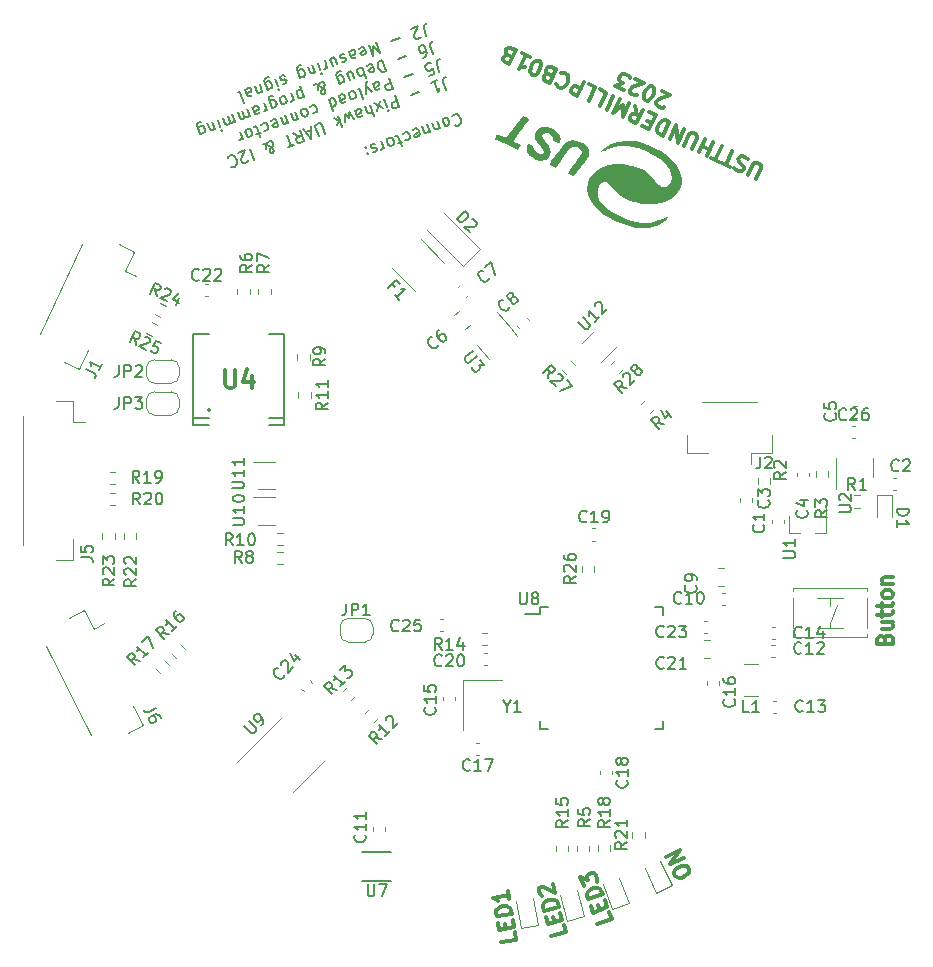
<source format=gbr>
%TF.GenerationSoftware,KiCad,Pcbnew,7.0.5.1-1-g8f565ef7f0-dirty-deb11*%
%TF.CreationDate,2023-06-28T16:47:18+00:00*%
%TF.ProjectId,USTTHUNDERMILLPCB01,55535454-4855-44e4-9445-524d494c4c50,rev?*%
%TF.SameCoordinates,Original*%
%TF.FileFunction,Legend,Top*%
%TF.FilePolarity,Positive*%
%FSLAX46Y46*%
G04 Gerber Fmt 4.6, Leading zero omitted, Abs format (unit mm)*
G04 Created by KiCad (PCBNEW 7.0.5.1-1-g8f565ef7f0-dirty-deb11) date 2023-06-28 16:47:18*
%MOMM*%
%LPD*%
G01*
G04 APERTURE LIST*
%ADD10C,0.300000*%
%ADD11C,0.150000*%
%ADD12C,0.304800*%
%ADD13C,0.120000*%
G04 APERTURE END LIST*
D10*
X11098034Y-36266671D02*
X11309760Y-36848386D01*
X11309760Y-36848386D02*
X10088160Y-37293012D01*
X10309939Y-36092370D02*
X10161730Y-35685170D01*
X10738098Y-35277757D02*
X10949825Y-35859471D01*
X10949825Y-35859471D02*
X9728225Y-36304097D01*
X9728225Y-36304097D02*
X9516498Y-35722383D01*
X10547544Y-34754214D02*
X9325944Y-35198840D01*
X9325944Y-35198840D02*
X9220080Y-34907983D01*
X9220080Y-34907983D02*
X9214734Y-34712296D01*
X9214734Y-34712296D02*
X9288731Y-34553608D01*
X9288731Y-34553608D02*
X9383902Y-34453091D01*
X9383902Y-34453091D02*
X9595415Y-34310229D01*
X9595415Y-34310229D02*
X9769929Y-34246711D01*
X9769929Y-34246711D02*
X10023788Y-34220191D01*
X10023788Y-34220191D02*
X10161303Y-34236017D01*
X10161303Y-34236017D02*
X10319991Y-34310015D01*
X10319991Y-34310015D02*
X10441681Y-34463357D01*
X10441681Y-34463357D02*
X10547544Y-34754214D01*
X8923663Y-34093583D02*
X8648418Y-33337354D01*
X8648418Y-33337354D02*
X9261999Y-33575173D01*
X9261999Y-33575173D02*
X9198481Y-33400658D01*
X9198481Y-33400658D02*
X9214307Y-33263143D01*
X9214307Y-33263143D02*
X9251305Y-33183798D01*
X9251305Y-33183798D02*
X9346476Y-33083282D01*
X9346476Y-33083282D02*
X9637333Y-32977418D01*
X9637333Y-32977418D02*
X9774848Y-32993244D01*
X9774848Y-32993244D02*
X9854193Y-33030243D01*
X9854193Y-33030243D02*
X9954709Y-33125413D01*
X9954709Y-33125413D02*
X10081745Y-33474442D01*
X10081745Y-33474442D02*
X10065919Y-33611958D01*
X10065919Y-33611958D02*
X10028921Y-33691302D01*
X16704826Y-33245194D02*
X16600178Y-33020775D01*
X16600178Y-33020775D02*
X16603958Y-32882403D01*
X16603958Y-32882403D02*
X16663844Y-32717869D01*
X16663844Y-32717869D02*
X16862101Y-32557116D01*
X16862101Y-32557116D02*
X17254834Y-32373982D01*
X17254834Y-32373982D02*
X17505415Y-32325438D01*
X17505415Y-32325438D02*
X17669949Y-32385323D01*
X17669949Y-32385323D02*
X17778378Y-32471371D01*
X17778378Y-32471371D02*
X17883026Y-32695790D01*
X17883026Y-32695790D02*
X17879245Y-32834162D01*
X17879245Y-32834162D02*
X17819360Y-32998695D01*
X17819360Y-32998695D02*
X17621103Y-33159448D01*
X17621103Y-33159448D02*
X17228370Y-33342583D01*
X17228370Y-33342583D02*
X16977789Y-33391126D01*
X16977789Y-33391126D02*
X16813255Y-33331241D01*
X16813255Y-33331241D02*
X16704826Y-33245194D01*
X17412109Y-31685904D02*
X16233908Y-32235308D01*
X16233908Y-32235308D02*
X17098164Y-31012647D01*
X17098164Y-31012647D02*
X15919963Y-31562050D01*
D11*
X-2199790Y31095008D02*
X-2171329Y31156042D01*
X-2171329Y31156042D02*
X-2053374Y31249649D01*
X-2053374Y31249649D02*
X-1963879Y31282222D01*
X-1963879Y31282222D02*
X-1813351Y31286335D01*
X-1813351Y31286335D02*
X-1691283Y31229414D01*
X-1691283Y31229414D02*
X-1613962Y31156206D01*
X-1613962Y31156206D02*
X-1504068Y30993504D01*
X-1504068Y30993504D02*
X-1455208Y30859262D01*
X-1455208Y30859262D02*
X-1434809Y30663986D01*
X-1434809Y30663986D02*
X-1446983Y30558205D01*
X-1446983Y30558205D02*
X-1503904Y30436137D01*
X-1503904Y30436137D02*
X-1621859Y30342530D01*
X-1621859Y30342530D02*
X-1711354Y30309956D01*
X-1711354Y30309956D02*
X-1861882Y30305844D01*
X-1861882Y30305844D02*
X-1922916Y30334304D01*
X-2769330Y30989062D02*
X-2663549Y30976888D01*
X-2663549Y30976888D02*
X-2602515Y30948428D01*
X-2602515Y30948428D02*
X-2525194Y30875220D01*
X-2525194Y30875220D02*
X-2427474Y30606736D01*
X-2427474Y30606736D02*
X-2439648Y30500955D01*
X-2439648Y30500955D02*
X-2468109Y30439921D01*
X-2468109Y30439921D02*
X-2541317Y30362600D01*
X-2541317Y30362600D02*
X-2675559Y30313740D01*
X-2675559Y30313740D02*
X-2781340Y30325914D01*
X-2781340Y30325914D02*
X-2842374Y30354375D01*
X-2842374Y30354375D02*
X-2919694Y30427583D01*
X-2919694Y30427583D02*
X-3017414Y30696066D01*
X-3017414Y30696066D02*
X-3005240Y30801848D01*
X-3005240Y30801848D02*
X-2976780Y30862882D01*
X-2976780Y30862882D02*
X-2903572Y30940202D01*
X-2903572Y30940202D02*
X-2769330Y30989062D01*
X-3257273Y30102014D02*
X-3485287Y30728475D01*
X-3289846Y30191508D02*
X-3318307Y30130474D01*
X-3318307Y30130474D02*
X-3391515Y30053154D01*
X-3391515Y30053154D02*
X-3525757Y30004294D01*
X-3525757Y30004294D02*
X-3631538Y30016467D01*
X-3631538Y30016467D02*
X-3708859Y30089675D01*
X-3708859Y30089675D02*
X-3888012Y30581895D01*
X-4107471Y29792567D02*
X-4335485Y30419029D01*
X-4140045Y29882061D02*
X-4168505Y29821027D01*
X-4168505Y29821027D02*
X-4241713Y29743707D01*
X-4241713Y29743707D02*
X-4375955Y29694847D01*
X-4375955Y29694847D02*
X-4481736Y29707021D01*
X-4481736Y29707021D02*
X-4559057Y29780229D01*
X-4559057Y29780229D02*
X-4738210Y30272448D01*
X-5527374Y29934541D02*
X-5454166Y30011862D01*
X-5454166Y30011862D02*
X-5275177Y30077008D01*
X-5275177Y30077008D02*
X-5169396Y30064834D01*
X-5169396Y30064834D02*
X-5092076Y29991627D01*
X-5092076Y29991627D02*
X-4961782Y29633648D01*
X-4961782Y29633648D02*
X-4973956Y29527867D01*
X-4973956Y29527867D02*
X-5047164Y29450547D01*
X-5047164Y29450547D02*
X-5226153Y29385400D01*
X-5226153Y29385400D02*
X-5331934Y29397574D01*
X-5331934Y29397574D02*
X-5409255Y29470782D01*
X-5409255Y29470782D02*
X-5441828Y29560276D01*
X-5441828Y29560276D02*
X-5026929Y29812637D01*
X-6377573Y29625094D02*
X-6304365Y29702415D01*
X-6304365Y29702415D02*
X-6125376Y29767561D01*
X-6125376Y29767561D02*
X-6019594Y29755388D01*
X-6019594Y29755388D02*
X-5958560Y29726927D01*
X-5958560Y29726927D02*
X-5881240Y29653719D01*
X-5881240Y29653719D02*
X-5783520Y29385236D01*
X-5783520Y29385236D02*
X-5795694Y29279454D01*
X-5795694Y29279454D02*
X-5824154Y29218420D01*
X-5824154Y29218420D02*
X-5897362Y29141100D01*
X-5897362Y29141100D02*
X-6076351Y29075953D01*
X-6076351Y29075953D02*
X-6182132Y29088127D01*
X-6434330Y28945660D02*
X-6792308Y28815366D01*
X-6454565Y28583569D02*
X-6747725Y29389020D01*
X-6747725Y29389020D02*
X-6825045Y29462227D01*
X-6825045Y29462227D02*
X-6930827Y29474401D01*
X-6930827Y29474401D02*
X-7020321Y29441828D01*
X-7467794Y29278961D02*
X-7362013Y29266787D01*
X-7362013Y29266787D02*
X-7300979Y29238327D01*
X-7300979Y29238327D02*
X-7223658Y29165119D01*
X-7223658Y29165119D02*
X-7125938Y28896635D01*
X-7125938Y28896635D02*
X-7138112Y28790854D01*
X-7138112Y28790854D02*
X-7166573Y28729820D01*
X-7166573Y28729820D02*
X-7239781Y28652499D01*
X-7239781Y28652499D02*
X-7374023Y28603639D01*
X-7374023Y28603639D02*
X-7479804Y28615813D01*
X-7479804Y28615813D02*
X-7540838Y28644274D01*
X-7540838Y28644274D02*
X-7618158Y28717482D01*
X-7618158Y28717482D02*
X-7715878Y28985965D01*
X-7715878Y28985965D02*
X-7703704Y29091747D01*
X-7703704Y29091747D02*
X-7675244Y29152780D01*
X-7675244Y29152780D02*
X-7602036Y29230101D01*
X-7602036Y29230101D02*
X-7467794Y29278961D01*
X-8183751Y29018374D02*
X-7955737Y28391913D01*
X-8020884Y28570902D02*
X-8033058Y28465120D01*
X-8033058Y28465120D02*
X-8061518Y28404086D01*
X-8061518Y28404086D02*
X-8134726Y28326766D01*
X-8134726Y28326766D02*
X-8224221Y28294193D01*
X-8704431Y28778187D02*
X-8810213Y28790361D01*
X-8810213Y28790361D02*
X-8989202Y28725214D01*
X-8989202Y28725214D02*
X-9062410Y28647893D01*
X-9062410Y28647893D02*
X-9074584Y28542112D01*
X-9074584Y28542112D02*
X-9058297Y28497365D01*
X-9058297Y28497365D02*
X-8980976Y28424157D01*
X-8980976Y28424157D02*
X-8875195Y28411983D01*
X-8875195Y28411983D02*
X-8740953Y28460843D01*
X-8740953Y28460843D02*
X-8635172Y28448669D01*
X-8635172Y28448669D02*
X-8557851Y28375461D01*
X-8557851Y28375461D02*
X-8541565Y28330714D01*
X-8541565Y28330714D02*
X-8553739Y28224933D01*
X-8553739Y28224933D02*
X-8626947Y28147612D01*
X-8626947Y28147612D02*
X-8761188Y28098752D01*
X-8761188Y28098752D02*
X-8866970Y28110926D01*
X-9493596Y28440279D02*
X-9554630Y28468740D01*
X-9554630Y28468740D02*
X-9526169Y28529774D01*
X-9526169Y28529774D02*
X-9465135Y28501313D01*
X-9465135Y28501313D02*
X-9493596Y28440279D01*
X-9493596Y28440279D02*
X-9526169Y28529774D01*
X-9314442Y27948059D02*
X-9375476Y27976520D01*
X-9375476Y27976520D02*
X-9347016Y28037554D01*
X-9347016Y28037554D02*
X-9285982Y28009093D01*
X-9285982Y28009093D02*
X-9314442Y27948059D01*
X-9314442Y27948059D02*
X-9347016Y28037554D01*
X-2723163Y33368340D02*
X-2967463Y34039549D01*
X-2967463Y34039549D02*
X-2971576Y34190077D01*
X-2971576Y34190077D02*
X-2914655Y34312145D01*
X-2914655Y34312145D02*
X-2796700Y34405752D01*
X-2796700Y34405752D02*
X-2707205Y34438326D01*
X-4004876Y33966012D02*
X-3467909Y34161452D01*
X-3736393Y34063732D02*
X-3394372Y33124039D01*
X-3394372Y33124039D02*
X-3353738Y33290855D01*
X-3353738Y33290855D02*
X-3296817Y33412923D01*
X-3296817Y33412923D02*
X-3223609Y33490243D01*
X-4993265Y33200867D02*
X-5709221Y32940280D01*
X-7002943Y32874805D02*
X-6660923Y31935112D01*
X-6660923Y31935112D02*
X-7018901Y31804819D01*
X-7018901Y31804819D02*
X-7124683Y31816993D01*
X-7124683Y31816993D02*
X-7185717Y31845453D01*
X-7185717Y31845453D02*
X-7263037Y31918661D01*
X-7263037Y31918661D02*
X-7311897Y32052903D01*
X-7311897Y32052903D02*
X-7299723Y32158684D01*
X-7299723Y32158684D02*
X-7271263Y32219718D01*
X-7271263Y32219718D02*
X-7198055Y32297039D01*
X-7198055Y32297039D02*
X-6840077Y32427332D01*
X-7942636Y32532785D02*
X-7714623Y31906323D01*
X-7600616Y31593092D02*
X-7572155Y31654126D01*
X-7572155Y31654126D02*
X-7633189Y31682587D01*
X-7633189Y31682587D02*
X-7661650Y31621553D01*
X-7661650Y31621553D02*
X-7600616Y31593092D01*
X-7600616Y31593092D02*
X-7633189Y31682587D01*
X-8300614Y32402491D02*
X-8564820Y31596876D01*
X-8072600Y31776030D02*
X-8792834Y32223338D01*
X-9150812Y32093045D02*
X-8808792Y31153352D01*
X-9553537Y31946465D02*
X-9374384Y31454245D01*
X-9374384Y31454245D02*
X-9297063Y31381037D01*
X-9297063Y31381037D02*
X-9191282Y31368863D01*
X-9191282Y31368863D02*
X-9057040Y31417723D01*
X-9057040Y31417723D02*
X-8983832Y31495043D01*
X-8983832Y31495043D02*
X-8955372Y31556077D01*
X-10403736Y31637018D02*
X-10224582Y31144798D01*
X-10224582Y31144798D02*
X-10147262Y31071590D01*
X-10147262Y31071590D02*
X-10041480Y31059416D01*
X-10041480Y31059416D02*
X-9862491Y31124563D01*
X-9862491Y31124563D02*
X-9789283Y31201883D01*
X-10387449Y31592270D02*
X-10314241Y31669591D01*
X-10314241Y31669591D02*
X-10090505Y31751024D01*
X-10090505Y31751024D02*
X-9984723Y31738851D01*
X-9984723Y31738851D02*
X-9907403Y31665643D01*
X-9907403Y31665643D02*
X-9874830Y31576148D01*
X-9874830Y31576148D02*
X-9887003Y31470367D01*
X-9887003Y31470367D02*
X-9960211Y31393046D01*
X-9960211Y31393046D02*
X-10183948Y31311613D01*
X-10183948Y31311613D02*
X-10257155Y31234292D01*
X-10533700Y30880263D02*
X-10940703Y31441578D01*
X-10940703Y31441578D02*
X-10956825Y30928958D01*
X-10956825Y30928958D02*
X-11298681Y31311284D01*
X-11298681Y31311284D02*
X-11249657Y30619676D01*
X-11835648Y31115844D02*
X-11493628Y30176152D01*
X-11794849Y30725293D02*
X-12193626Y30985551D01*
X-11965613Y30359089D02*
X-11737928Y30847361D01*
X-12970288Y29638691D02*
X-13247162Y30399395D01*
X-13247162Y30399395D02*
X-13324482Y30472603D01*
X-13324482Y30472603D02*
X-13385516Y30501063D01*
X-13385516Y30501063D02*
X-13491297Y30513237D01*
X-13491297Y30513237D02*
X-13670287Y30448090D01*
X-13670287Y30448090D02*
X-13743494Y30370770D01*
X-13743494Y30370770D02*
X-13771955Y30309736D01*
X-13771955Y30309736D02*
X-13784129Y30203955D01*
X-13784129Y30203955D02*
X-13507255Y29443251D01*
X-14154281Y29967880D02*
X-14601754Y29805013D01*
X-14162506Y30268937D02*
X-14133717Y29215238D01*
X-14133717Y29215238D02*
X-14788968Y30040924D01*
X-15639166Y29731477D02*
X-15163069Y29398011D01*
X-15102199Y29926917D02*
X-14760179Y28987224D01*
X-14760179Y28987224D02*
X-15118157Y28856931D01*
X-15118157Y28856931D02*
X-15223938Y28869105D01*
X-15223938Y28869105D02*
X-15284972Y28897565D01*
X-15284972Y28897565D02*
X-15362293Y28970773D01*
X-15362293Y28970773D02*
X-15411153Y29105015D01*
X-15411153Y29105015D02*
X-15398979Y29210796D01*
X-15398979Y29210796D02*
X-15370518Y29271830D01*
X-15370518Y29271830D02*
X-15297311Y29349151D01*
X-15297311Y29349151D02*
X-14939332Y29479444D01*
X-15565630Y28694064D02*
X-16102597Y28498624D01*
X-16176134Y29536037D02*
X-15834113Y28596344D01*
X-18234508Y28786849D02*
X-18189761Y28803136D01*
X-18189761Y28803136D02*
X-18083980Y28790962D01*
X-18083980Y28790962D02*
X-17900878Y28705580D01*
X-17900878Y28705580D02*
X-17579422Y28518530D01*
X-17579422Y28518530D02*
X-17441067Y28416862D01*
X-17441067Y28416862D02*
X-17347460Y28298907D01*
X-17347460Y28298907D02*
X-17314887Y28209412D01*
X-17314887Y28209412D02*
X-17327060Y28103631D01*
X-17327060Y28103631D02*
X-17400268Y28026310D01*
X-17400268Y28026310D02*
X-17445016Y28010024D01*
X-17445016Y28010024D02*
X-17550797Y28022198D01*
X-17550797Y28022198D02*
X-17628117Y28095405D01*
X-17628117Y28095405D02*
X-17644404Y28140153D01*
X-17644404Y28140153D02*
X-17632230Y28245934D01*
X-17632230Y28245934D02*
X-17603770Y28306968D01*
X-17603770Y28306968D02*
X-17400433Y28583677D01*
X-17400433Y28583677D02*
X-17371972Y28644711D01*
X-17371972Y28644711D02*
X-17359798Y28750492D01*
X-17359798Y28750492D02*
X-17408658Y28884734D01*
X-17408658Y28884734D02*
X-17485979Y28957942D01*
X-17485979Y28957942D02*
X-17547013Y28986402D01*
X-17547013Y28986402D02*
X-17652794Y28998576D01*
X-17652794Y28998576D02*
X-17787036Y28949716D01*
X-17787036Y28949716D02*
X-17860244Y28872396D01*
X-17860244Y28872396D02*
X-17888704Y28811362D01*
X-17888704Y28811362D02*
X-17957799Y28583513D01*
X-17957799Y28583513D02*
X-17953687Y28432984D01*
X-17953687Y28432984D02*
X-17921113Y28343490D01*
X-19353190Y28379683D02*
X-19011170Y27439990D01*
X-19446468Y27382905D02*
X-19474929Y27321871D01*
X-19474929Y27321871D02*
X-19548137Y27244550D01*
X-19548137Y27244550D02*
X-19771873Y27163117D01*
X-19771873Y27163117D02*
X-19877654Y27175291D01*
X-19877654Y27175291D02*
X-19938688Y27203751D01*
X-19938688Y27203751D02*
X-20016009Y27276959D01*
X-20016009Y27276959D02*
X-20048582Y27366454D01*
X-20048582Y27366454D02*
X-20052695Y27516982D01*
X-20052695Y27516982D02*
X-19711168Y28249389D01*
X-19711168Y28249389D02*
X-20292882Y28037663D01*
X-21200002Y27606148D02*
X-21171541Y27667182D01*
X-21171541Y27667182D02*
X-21053586Y27760789D01*
X-21053586Y27760789D02*
X-20964091Y27793363D01*
X-20964091Y27793363D02*
X-20813563Y27797475D01*
X-20813563Y27797475D02*
X-20691495Y27740554D01*
X-20691495Y27740554D02*
X-20614174Y27667346D01*
X-20614174Y27667346D02*
X-20504280Y27504644D01*
X-20504280Y27504644D02*
X-20455420Y27370402D01*
X-20455420Y27370402D02*
X-20435021Y27175126D01*
X-20435021Y27175126D02*
X-20447195Y27069345D01*
X-20447195Y27069345D02*
X-20504116Y26947277D01*
X-20504116Y26947277D02*
X-20622071Y26853670D01*
X-20622071Y26853670D02*
X-20711566Y26821097D01*
X-20711566Y26821097D02*
X-20862094Y26816984D01*
X-20862094Y26816984D02*
X-20923128Y26845444D01*
X-3273815Y34881245D02*
X-3518115Y35552454D01*
X-3518115Y35552454D02*
X-3522228Y35702982D01*
X-3522228Y35702982D02*
X-3465307Y35825050D01*
X-3465307Y35825050D02*
X-3347352Y35918657D01*
X-3347352Y35918657D02*
X-3257857Y35951231D01*
X-4168761Y34555511D02*
X-3721288Y34718378D01*
X-3721288Y34718378D02*
X-3839408Y35182137D01*
X-3839408Y35182137D02*
X-3867868Y35121103D01*
X-3867868Y35121103D02*
X-3941076Y35043783D01*
X-3941076Y35043783D02*
X-4164812Y34962349D01*
X-4164812Y34962349D02*
X-4270594Y34974523D01*
X-4270594Y34974523D02*
X-4331628Y35002984D01*
X-4331628Y35002984D02*
X-4408948Y35076192D01*
X-4408948Y35076192D02*
X-4490381Y35299928D01*
X-4490381Y35299928D02*
X-4478208Y35405709D01*
X-4478208Y35405709D02*
X-4449747Y35466743D01*
X-4449747Y35466743D02*
X-4376539Y35544064D01*
X-4376539Y35544064D02*
X-4152803Y35625497D01*
X-4152803Y35625497D02*
X-4047022Y35613323D01*
X-4047022Y35613323D02*
X-3985988Y35584863D01*
X-5543917Y34713772D02*
X-6259873Y34453185D01*
X-7553595Y34387710D02*
X-7211575Y33448017D01*
X-7211575Y33448017D02*
X-7569553Y33317724D01*
X-7569553Y33317724D02*
X-7675335Y33329898D01*
X-7675335Y33329898D02*
X-7736369Y33358358D01*
X-7736369Y33358358D02*
X-7813689Y33431566D01*
X-7813689Y33431566D02*
X-7862549Y33565808D01*
X-7862549Y33565808D02*
X-7850375Y33671589D01*
X-7850375Y33671589D02*
X-7821915Y33732623D01*
X-7821915Y33732623D02*
X-7748707Y33809944D01*
X-7748707Y33809944D02*
X-7390729Y33940237D01*
X-8896013Y33899110D02*
X-8716860Y33406890D01*
X-8716860Y33406890D02*
X-8639539Y33333682D01*
X-8639539Y33333682D02*
X-8533758Y33321508D01*
X-8533758Y33321508D02*
X-8354769Y33386655D01*
X-8354769Y33386655D02*
X-8281561Y33463975D01*
X-8879727Y33854362D02*
X-8806519Y33931683D01*
X-8806519Y33931683D02*
X-8582783Y34013116D01*
X-8582783Y34013116D02*
X-8477001Y34000942D01*
X-8477001Y34000942D02*
X-8399681Y33927735D01*
X-8399681Y33927735D02*
X-8367107Y33838240D01*
X-8367107Y33838240D02*
X-8379281Y33732459D01*
X-8379281Y33732459D02*
X-8452489Y33655138D01*
X-8452489Y33655138D02*
X-8676225Y33573705D01*
X-8676225Y33573705D02*
X-8749433Y33496384D01*
X-9025978Y33142354D02*
X-9477728Y33687383D01*
X-9473451Y32979488D02*
X-9477728Y33687383D01*
X-9477728Y33687383D02*
X-9469667Y33943693D01*
X-9469667Y33943693D02*
X-9441206Y34004726D01*
X-9441206Y34004726D02*
X-9367998Y34082047D01*
X-10193684Y33426796D02*
X-10087903Y33414622D01*
X-10087903Y33414622D02*
X-10010583Y33341414D01*
X-10010583Y33341414D02*
X-9717423Y32535963D01*
X-10685905Y33247642D02*
X-10580124Y33235468D01*
X-10580124Y33235468D02*
X-10519090Y33207008D01*
X-10519090Y33207008D02*
X-10441769Y33133800D01*
X-10441769Y33133800D02*
X-10344049Y32865316D01*
X-10344049Y32865316D02*
X-10356223Y32759535D01*
X-10356223Y32759535D02*
X-10384684Y32698501D01*
X-10384684Y32698501D02*
X-10457891Y32621181D01*
X-10457891Y32621181D02*
X-10592133Y32572321D01*
X-10592133Y32572321D02*
X-10697914Y32584495D01*
X-10697914Y32584495D02*
X-10758948Y32612955D01*
X-10758948Y32612955D02*
X-10836269Y32686163D01*
X-10836269Y32686163D02*
X-10933989Y32954647D01*
X-10933989Y32954647D02*
X-10921815Y33060428D01*
X-10921815Y33060428D02*
X-10893355Y33121462D01*
X-10893355Y33121462D02*
X-10820147Y33198782D01*
X-10820147Y33198782D02*
X-10685905Y33247642D01*
X-11804587Y32840476D02*
X-11625433Y32348256D01*
X-11625433Y32348256D02*
X-11548113Y32275048D01*
X-11548113Y32275048D02*
X-11442331Y32262874D01*
X-11442331Y32262874D02*
X-11263342Y32328021D01*
X-11263342Y32328021D02*
X-11190135Y32405341D01*
X-11788300Y32795728D02*
X-11715092Y32873049D01*
X-11715092Y32873049D02*
X-11491356Y32954482D01*
X-11491356Y32954482D02*
X-11385575Y32942308D01*
X-11385575Y32942308D02*
X-11308254Y32869100D01*
X-11308254Y32869100D02*
X-11275681Y32779606D01*
X-11275681Y32779606D02*
X-11287855Y32673825D01*
X-11287855Y32673825D02*
X-11361062Y32596504D01*
X-11361062Y32596504D02*
X-11584799Y32515071D01*
X-11584799Y32515071D02*
X-11658007Y32437750D01*
X-12654785Y32531029D02*
X-12312765Y31591336D01*
X-12638498Y32486281D02*
X-12565290Y32563602D01*
X-12565290Y32563602D02*
X-12386301Y32628749D01*
X-12386301Y32628749D02*
X-12280520Y32616575D01*
X-12280520Y32616575D02*
X-12219486Y32588114D01*
X-12219486Y32588114D02*
X-12142165Y32514906D01*
X-12142165Y32514906D02*
X-12044445Y32246423D01*
X-12044445Y32246423D02*
X-12056619Y32140642D01*
X-12056619Y32140642D02*
X-12085080Y32079608D01*
X-12085080Y32079608D02*
X-12158288Y32002287D01*
X-12158288Y32002287D02*
X-12337277Y31937140D01*
X-12337277Y31937140D02*
X-12443058Y31949314D01*
X-14204653Y31916248D02*
X-14131445Y31993568D01*
X-14131445Y31993568D02*
X-13952456Y32058715D01*
X-13952456Y32058715D02*
X-13846675Y32046541D01*
X-13846675Y32046541D02*
X-13785641Y32018081D01*
X-13785641Y32018081D02*
X-13708320Y31944873D01*
X-13708320Y31944873D02*
X-13610600Y31676389D01*
X-13610600Y31676389D02*
X-13622774Y31570608D01*
X-13622774Y31570608D02*
X-13651235Y31509574D01*
X-13651235Y31509574D02*
X-13724442Y31432253D01*
X-13724442Y31432253D02*
X-13903432Y31367107D01*
X-13903432Y31367107D02*
X-14009213Y31379281D01*
X-14757907Y31765555D02*
X-14652126Y31753381D01*
X-14652126Y31753381D02*
X-14591092Y31724920D01*
X-14591092Y31724920D02*
X-14513771Y31651713D01*
X-14513771Y31651713D02*
X-14416051Y31383229D01*
X-14416051Y31383229D02*
X-14428225Y31277448D01*
X-14428225Y31277448D02*
X-14456686Y31216414D01*
X-14456686Y31216414D02*
X-14529893Y31139093D01*
X-14529893Y31139093D02*
X-14664135Y31090233D01*
X-14664135Y31090233D02*
X-14769916Y31102407D01*
X-14769916Y31102407D02*
X-14830950Y31130868D01*
X-14830950Y31130868D02*
X-14908271Y31204076D01*
X-14908271Y31204076D02*
X-15005991Y31472559D01*
X-15005991Y31472559D02*
X-14993817Y31578340D01*
X-14993817Y31578340D02*
X-14965357Y31639374D01*
X-14965357Y31639374D02*
X-14892149Y31716695D01*
X-14892149Y31716695D02*
X-14757907Y31765555D01*
X-15245850Y30878506D02*
X-15473863Y31504968D01*
X-15278423Y30968001D02*
X-15306884Y30906967D01*
X-15306884Y30906967D02*
X-15380092Y30829646D01*
X-15380092Y30829646D02*
X-15514333Y30780786D01*
X-15514333Y30780786D02*
X-15620115Y30792960D01*
X-15620115Y30792960D02*
X-15697435Y30866168D01*
X-15697435Y30866168D02*
X-15876589Y31358388D01*
X-16096048Y30569060D02*
X-16324061Y31195521D01*
X-16128621Y30658554D02*
X-16157082Y30597520D01*
X-16157082Y30597520D02*
X-16230290Y30520199D01*
X-16230290Y30520199D02*
X-16364532Y30471339D01*
X-16364532Y30471339D02*
X-16470313Y30483513D01*
X-16470313Y30483513D02*
X-16547633Y30556721D01*
X-16547633Y30556721D02*
X-16726787Y31048941D01*
X-17515951Y30711034D02*
X-17442743Y30788354D01*
X-17442743Y30788354D02*
X-17263754Y30853501D01*
X-17263754Y30853501D02*
X-17157973Y30841327D01*
X-17157973Y30841327D02*
X-17080652Y30768119D01*
X-17080652Y30768119D02*
X-16950359Y30410141D01*
X-16950359Y30410141D02*
X-16962533Y30304360D01*
X-16962533Y30304360D02*
X-17035741Y30227039D01*
X-17035741Y30227039D02*
X-17214730Y30161893D01*
X-17214730Y30161893D02*
X-17320511Y30174067D01*
X-17320511Y30174067D02*
X-17397832Y30247274D01*
X-17397832Y30247274D02*
X-17430405Y30336769D01*
X-17430405Y30336769D02*
X-17015506Y30589130D01*
X-18366149Y30401587D02*
X-18292941Y30478908D01*
X-18292941Y30478908D02*
X-18113952Y30544054D01*
X-18113952Y30544054D02*
X-18008171Y30531880D01*
X-18008171Y30531880D02*
X-17947137Y30503420D01*
X-17947137Y30503420D02*
X-17869817Y30430212D01*
X-17869817Y30430212D02*
X-17772097Y30161728D01*
X-17772097Y30161728D02*
X-17784270Y30055947D01*
X-17784270Y30055947D02*
X-17812731Y29994913D01*
X-17812731Y29994913D02*
X-17885939Y29917592D01*
X-17885939Y29917592D02*
X-18064928Y29852446D01*
X-18064928Y29852446D02*
X-18170709Y29864620D01*
X-18422906Y29722152D02*
X-18780884Y29591859D01*
X-18443141Y29360061D02*
X-18736301Y30165512D01*
X-18736301Y30165512D02*
X-18813622Y30238720D01*
X-18813622Y30238720D02*
X-18919403Y30250894D01*
X-18919403Y30250894D02*
X-19008898Y30218321D01*
X-19456371Y30055454D02*
X-19350590Y30043280D01*
X-19350590Y30043280D02*
X-19289556Y30014819D01*
X-19289556Y30014819D02*
X-19212235Y29941611D01*
X-19212235Y29941611D02*
X-19114515Y29673128D01*
X-19114515Y29673128D02*
X-19126689Y29567347D01*
X-19126689Y29567347D02*
X-19155150Y29506313D01*
X-19155150Y29506313D02*
X-19228357Y29428992D01*
X-19228357Y29428992D02*
X-19362599Y29380132D01*
X-19362599Y29380132D02*
X-19468380Y29392306D01*
X-19468380Y29392306D02*
X-19529414Y29420767D01*
X-19529414Y29420767D02*
X-19606735Y29493974D01*
X-19606735Y29493974D02*
X-19704455Y29762458D01*
X-19704455Y29762458D02*
X-19692281Y29868239D01*
X-19692281Y29868239D02*
X-19663821Y29929273D01*
X-19663821Y29929273D02*
X-19590613Y30006594D01*
X-19590613Y30006594D02*
X-19456371Y30055454D01*
X-20172327Y29794867D02*
X-19944314Y29168405D01*
X-20009461Y29347394D02*
X-20021634Y29241613D01*
X-20021634Y29241613D02*
X-20050095Y29180579D01*
X-20050095Y29180579D02*
X-20123303Y29103259D01*
X-20123303Y29103259D02*
X-20212797Y29070685D01*
X-3824467Y36394150D02*
X-4068767Y37065359D01*
X-4068767Y37065359D02*
X-4072880Y37215887D01*
X-4072880Y37215887D02*
X-4015959Y37337955D01*
X-4015959Y37337955D02*
X-3898004Y37431562D01*
X-3898004Y37431562D02*
X-3808509Y37464136D01*
X-4674666Y36084703D02*
X-4495676Y36149849D01*
X-4495676Y36149849D02*
X-4422469Y36227170D01*
X-4422469Y36227170D02*
X-4394008Y36288204D01*
X-4394008Y36288204D02*
X-4353373Y36455019D01*
X-4353373Y36455019D02*
X-4373773Y36650295D01*
X-4373773Y36650295D02*
X-4504066Y37008273D01*
X-4504066Y37008273D02*
X-4581387Y37081481D01*
X-4581387Y37081481D02*
X-4642421Y37109942D01*
X-4642421Y37109942D02*
X-4748202Y37122115D01*
X-4748202Y37122115D02*
X-4927191Y37056969D01*
X-4927191Y37056969D02*
X-5000399Y36979648D01*
X-5000399Y36979648D02*
X-5028860Y36918614D01*
X-5028860Y36918614D02*
X-5041033Y36812833D01*
X-5041033Y36812833D02*
X-4959600Y36589097D01*
X-4959600Y36589097D02*
X-4882280Y36515889D01*
X-4882280Y36515889D02*
X-4821246Y36487428D01*
X-4821246Y36487428D02*
X-4715464Y36475254D01*
X-4715464Y36475254D02*
X-4536475Y36540401D01*
X-4536475Y36540401D02*
X-4463267Y36617722D01*
X-4463267Y36617722D02*
X-4434807Y36678756D01*
X-4434807Y36678756D02*
X-4422633Y36784537D01*
X-6094569Y36226677D02*
X-6810525Y35966090D01*
X-8104247Y35900615D02*
X-7762227Y34960922D01*
X-7762227Y34960922D02*
X-7985964Y34879489D01*
X-7985964Y34879489D02*
X-8136492Y34875376D01*
X-8136492Y34875376D02*
X-8258560Y34932297D01*
X-8258560Y34932297D02*
X-8335881Y35005505D01*
X-8335881Y35005505D02*
X-8445775Y35168208D01*
X-8445775Y35168208D02*
X-8494635Y35302449D01*
X-8494635Y35302449D02*
X-8515034Y35497725D01*
X-8515034Y35497725D02*
X-8502860Y35603506D01*
X-8502860Y35603506D02*
X-8445939Y35725574D01*
X-8445939Y35725574D02*
X-8327984Y35819181D01*
X-8327984Y35819181D02*
X-8104247Y35900615D01*
X-9385631Y35383554D02*
X-9312424Y35460875D01*
X-9312424Y35460875D02*
X-9133435Y35526021D01*
X-9133435Y35526021D02*
X-9027653Y35513847D01*
X-9027653Y35513847D02*
X-8950333Y35440640D01*
X-8950333Y35440640D02*
X-8820039Y35082661D01*
X-8820039Y35082661D02*
X-8832213Y34976880D01*
X-8832213Y34976880D02*
X-8905421Y34899560D01*
X-8905421Y34899560D02*
X-9084410Y34834413D01*
X-9084410Y34834413D02*
X-9190191Y34846587D01*
X-9190191Y34846587D02*
X-9267512Y34919795D01*
X-9267512Y34919795D02*
X-9300085Y35009289D01*
X-9300085Y35009289D02*
X-8885186Y35261650D01*
X-9849391Y35265435D02*
X-9507371Y34325742D01*
X-9637664Y34683720D02*
X-9710872Y34606399D01*
X-9710872Y34606399D02*
X-9889861Y34541253D01*
X-9889861Y34541253D02*
X-9995642Y34553427D01*
X-9995642Y34553427D02*
X-10056676Y34581887D01*
X-10056676Y34581887D02*
X-10133997Y34655095D01*
X-10133997Y34655095D02*
X-10231717Y34923579D01*
X-10231717Y34923579D02*
X-10219543Y35029360D01*
X-10219543Y35029360D02*
X-10191082Y35090394D01*
X-10191082Y35090394D02*
X-10117875Y35167714D01*
X-10117875Y35167714D02*
X-9938886Y35232861D01*
X-9938886Y35232861D02*
X-9833104Y35220687D01*
X-10874301Y34182946D02*
X-11102315Y34809408D01*
X-10471576Y34329526D02*
X-10650729Y34821746D01*
X-10650729Y34821746D02*
X-10728050Y34894954D01*
X-10728050Y34894954D02*
X-10833831Y34907128D01*
X-10833831Y34907128D02*
X-10968073Y34858268D01*
X-10968073Y34858268D02*
X-11041281Y34780947D01*
X-11041281Y34780947D02*
X-11069741Y34719913D01*
X-11724499Y33873499D02*
X-12001373Y34634203D01*
X-12001373Y34634203D02*
X-11989199Y34739984D01*
X-11989199Y34739984D02*
X-11960738Y34801018D01*
X-11960738Y34801018D02*
X-11887530Y34878338D01*
X-11887530Y34878338D02*
X-11753289Y34927198D01*
X-11753289Y34927198D02*
X-11647507Y34915024D01*
X-11936226Y34455214D02*
X-11863018Y34532534D01*
X-11863018Y34532534D02*
X-11684029Y34597681D01*
X-11684029Y34597681D02*
X-11578248Y34585507D01*
X-11578248Y34585507D02*
X-11517214Y34557046D01*
X-11517214Y34557046D02*
X-11439893Y34483838D01*
X-11439893Y34483838D02*
X-11342173Y34215355D01*
X-11342173Y34215355D02*
X-11354347Y34109574D01*
X-11354347Y34109574D02*
X-11382808Y34048540D01*
X-11382808Y34048540D02*
X-11456016Y33971219D01*
X-11456016Y33971219D02*
X-11635005Y33906072D01*
X-11635005Y33906072D02*
X-11740786Y33918246D01*
X-13876646Y33799634D02*
X-13831898Y33815920D01*
X-13831898Y33815920D02*
X-13726117Y33803746D01*
X-13726117Y33803746D02*
X-13543015Y33718365D01*
X-13543015Y33718365D02*
X-13221559Y33531314D01*
X-13221559Y33531314D02*
X-13083204Y33429646D01*
X-13083204Y33429646D02*
X-12989597Y33311691D01*
X-12989597Y33311691D02*
X-12957024Y33222196D01*
X-12957024Y33222196D02*
X-12969198Y33116415D01*
X-12969198Y33116415D02*
X-13042405Y33039095D01*
X-13042405Y33039095D02*
X-13087153Y33022808D01*
X-13087153Y33022808D02*
X-13192934Y33034982D01*
X-13192934Y33034982D02*
X-13270255Y33108190D01*
X-13270255Y33108190D02*
X-13286541Y33152937D01*
X-13286541Y33152937D02*
X-13274367Y33258718D01*
X-13274367Y33258718D02*
X-13245907Y33319752D01*
X-13245907Y33319752D02*
X-13042570Y33596461D01*
X-13042570Y33596461D02*
X-13014109Y33657495D01*
X-13014109Y33657495D02*
X-13001935Y33763276D01*
X-13001935Y33763276D02*
X-13050795Y33897518D01*
X-13050795Y33897518D02*
X-13128116Y33970726D01*
X-13128116Y33970726D02*
X-13189150Y33999187D01*
X-13189150Y33999187D02*
X-13294931Y34011360D01*
X-13294931Y34011360D02*
X-13429173Y33962500D01*
X-13429173Y33962500D02*
X-13502381Y33885180D01*
X-13502381Y33885180D02*
X-13530841Y33824146D01*
X-13530841Y33824146D02*
X-13599936Y33596297D01*
X-13599936Y33596297D02*
X-13595824Y33445768D01*
X-13595824Y33445768D02*
X-13563250Y33356274D01*
X-14767314Y32766005D02*
X-15109334Y33705698D01*
X-14783600Y32810752D02*
X-14856808Y32733432D01*
X-14856808Y32733432D02*
X-15035797Y32668285D01*
X-15035797Y32668285D02*
X-15141579Y32680459D01*
X-15141579Y32680459D02*
X-15202613Y32708920D01*
X-15202613Y32708920D02*
X-15279933Y32782127D01*
X-15279933Y32782127D02*
X-15377653Y33050611D01*
X-15377653Y33050611D02*
X-15365479Y33156392D01*
X-15365479Y33156392D02*
X-15337019Y33217426D01*
X-15337019Y33217426D02*
X-15263811Y33294747D01*
X-15263811Y33294747D02*
X-15084822Y33359894D01*
X-15084822Y33359894D02*
X-14979041Y33347720D01*
X-15845525Y33083020D02*
X-15617512Y32456558D01*
X-15682659Y32635547D02*
X-15694833Y32529766D01*
X-15694833Y32529766D02*
X-15723293Y32468732D01*
X-15723293Y32468732D02*
X-15796501Y32391412D01*
X-15796501Y32391412D02*
X-15885996Y32358838D01*
X-16561482Y32822433D02*
X-16455701Y32810259D01*
X-16455701Y32810259D02*
X-16394667Y32781799D01*
X-16394667Y32781799D02*
X-16317346Y32708591D01*
X-16317346Y32708591D02*
X-16219626Y32440107D01*
X-16219626Y32440107D02*
X-16231800Y32334326D01*
X-16231800Y32334326D02*
X-16260261Y32273292D01*
X-16260261Y32273292D02*
X-16333469Y32195971D01*
X-16333469Y32195971D02*
X-16467710Y32147111D01*
X-16467710Y32147111D02*
X-16573492Y32159285D01*
X-16573492Y32159285D02*
X-16634526Y32187746D01*
X-16634526Y32187746D02*
X-16711846Y32260954D01*
X-16711846Y32260954D02*
X-16809566Y32529437D01*
X-16809566Y32529437D02*
X-16797392Y32635219D01*
X-16797392Y32635219D02*
X-16768932Y32696253D01*
X-16768932Y32696253D02*
X-16695724Y32773573D01*
X-16695724Y32773573D02*
X-16561482Y32822433D01*
X-17452150Y31788805D02*
X-17729024Y32549508D01*
X-17729024Y32549508D02*
X-17716850Y32655289D01*
X-17716850Y32655289D02*
X-17688389Y32716323D01*
X-17688389Y32716323D02*
X-17615181Y32793644D01*
X-17615181Y32793644D02*
X-17480940Y32842504D01*
X-17480940Y32842504D02*
X-17375158Y32830330D01*
X-17663877Y32370519D02*
X-17590669Y32447840D01*
X-17590669Y32447840D02*
X-17411680Y32512986D01*
X-17411680Y32512986D02*
X-17305899Y32500812D01*
X-17305899Y32500812D02*
X-17244865Y32472352D01*
X-17244865Y32472352D02*
X-17167544Y32399144D01*
X-17167544Y32399144D02*
X-17069824Y32130660D01*
X-17069824Y32130660D02*
X-17081998Y32024879D01*
X-17081998Y32024879D02*
X-17110459Y31963845D01*
X-17110459Y31963845D02*
X-17183667Y31886525D01*
X-17183667Y31886525D02*
X-17362656Y31821378D01*
X-17362656Y31821378D02*
X-17468437Y31833552D01*
X-18127637Y32252400D02*
X-17899623Y31625938D01*
X-17964770Y31804927D02*
X-17976944Y31699146D01*
X-17976944Y31699146D02*
X-18005404Y31638112D01*
X-18005404Y31638112D02*
X-18078612Y31560791D01*
X-18078612Y31560791D02*
X-18168107Y31528218D01*
X-19112077Y31894093D02*
X-18932923Y31401873D01*
X-18932923Y31401873D02*
X-18855603Y31328665D01*
X-18855603Y31328665D02*
X-18749822Y31316491D01*
X-18749822Y31316491D02*
X-18570833Y31381638D01*
X-18570833Y31381638D02*
X-18497625Y31458958D01*
X-19095790Y31849345D02*
X-19022582Y31926666D01*
X-19022582Y31926666D02*
X-18798846Y32008099D01*
X-18798846Y32008099D02*
X-18693065Y31995925D01*
X-18693065Y31995925D02*
X-18615744Y31922717D01*
X-18615744Y31922717D02*
X-18583171Y31833223D01*
X-18583171Y31833223D02*
X-18595345Y31727442D01*
X-18595345Y31727442D02*
X-18668553Y31650121D01*
X-18668553Y31650121D02*
X-18892289Y31568688D01*
X-18892289Y31568688D02*
X-18965497Y31491367D01*
X-19559550Y31731226D02*
X-19331536Y31104764D01*
X-19364110Y31194259D02*
X-19392570Y31133225D01*
X-19392570Y31133225D02*
X-19465778Y31055904D01*
X-19465778Y31055904D02*
X-19600020Y31007044D01*
X-19600020Y31007044D02*
X-19705801Y31019218D01*
X-19705801Y31019218D02*
X-19783122Y31092426D01*
X-19783122Y31092426D02*
X-19962275Y31584646D01*
X-19783122Y31092426D02*
X-19795296Y30986645D01*
X-19795296Y30986645D02*
X-19868503Y30909324D01*
X-19868503Y30909324D02*
X-20002745Y30860464D01*
X-20002745Y30860464D02*
X-20108526Y30872638D01*
X-20108526Y30872638D02*
X-20185847Y30945846D01*
X-20185847Y30945846D02*
X-20365000Y31438066D01*
X-20812473Y31275199D02*
X-20584459Y30648737D01*
X-20617033Y30738232D02*
X-20645493Y30677198D01*
X-20645493Y30677198D02*
X-20718701Y30599877D01*
X-20718701Y30599877D02*
X-20852943Y30551017D01*
X-20852943Y30551017D02*
X-20958724Y30563191D01*
X-20958724Y30563191D02*
X-21036045Y30636399D01*
X-21036045Y30636399D02*
X-21215198Y31128619D01*
X-21036045Y30636399D02*
X-21048219Y30530618D01*
X-21048219Y30530618D02*
X-21121427Y30453297D01*
X-21121427Y30453297D02*
X-21255668Y30404437D01*
X-21255668Y30404437D02*
X-21361450Y30416611D01*
X-21361450Y30416611D02*
X-21438770Y30489819D01*
X-21438770Y30489819D02*
X-21617924Y30982039D01*
X-22065396Y30819172D02*
X-21837383Y30192711D01*
X-21723376Y29879480D02*
X-21694915Y29940514D01*
X-21694915Y29940514D02*
X-21755949Y29968974D01*
X-21755949Y29968974D02*
X-21784410Y29907940D01*
X-21784410Y29907940D02*
X-21723376Y29879480D01*
X-21723376Y29879480D02*
X-21755949Y29968974D01*
X-22284855Y30029844D02*
X-22512868Y30656306D01*
X-22317428Y30119339D02*
X-22345889Y30058305D01*
X-22345889Y30058305D02*
X-22419097Y29980984D01*
X-22419097Y29980984D02*
X-22553338Y29932124D01*
X-22553338Y29932124D02*
X-22659120Y29944298D01*
X-22659120Y29944298D02*
X-22736440Y30017506D01*
X-22736440Y30017506D02*
X-22915594Y30509726D01*
X-23537778Y29573817D02*
X-23814652Y30334521D01*
X-23814652Y30334521D02*
X-23802478Y30440302D01*
X-23802478Y30440302D02*
X-23774017Y30501336D01*
X-23774017Y30501336D02*
X-23700809Y30578656D01*
X-23700809Y30578656D02*
X-23566568Y30627516D01*
X-23566568Y30627516D02*
X-23460786Y30615343D01*
X-23749505Y30155532D02*
X-23676297Y30232852D01*
X-23676297Y30232852D02*
X-23497308Y30297999D01*
X-23497308Y30297999D02*
X-23391527Y30285825D01*
X-23391527Y30285825D02*
X-23330493Y30257364D01*
X-23330493Y30257364D02*
X-23253172Y30184157D01*
X-23253172Y30184157D02*
X-23155452Y29915673D01*
X-23155452Y29915673D02*
X-23167626Y29809892D01*
X-23167626Y29809892D02*
X-23196087Y29748858D01*
X-23196087Y29748858D02*
X-23269295Y29671537D01*
X-23269295Y29671537D02*
X-23448284Y29606390D01*
X-23448284Y29606390D02*
X-23554065Y29618564D01*
X-4375119Y37907055D02*
X-4619419Y38578264D01*
X-4619419Y38578264D02*
X-4623532Y38728792D01*
X-4623532Y38728792D02*
X-4566611Y38850860D01*
X-4566611Y38850860D02*
X-4448656Y38944467D01*
X-4448656Y38944467D02*
X-4359161Y38977041D01*
X-4810418Y37849969D02*
X-4838879Y37788935D01*
X-4838879Y37788935D02*
X-4912087Y37711614D01*
X-4912087Y37711614D02*
X-5135823Y37630181D01*
X-5135823Y37630181D02*
X-5241604Y37642355D01*
X-5241604Y37642355D02*
X-5302638Y37670816D01*
X-5302638Y37670816D02*
X-5379959Y37744024D01*
X-5379959Y37744024D02*
X-5412532Y37833518D01*
X-5412532Y37833518D02*
X-5416645Y37984047D01*
X-5416645Y37984047D02*
X-5075118Y38716454D01*
X-5075118Y38716454D02*
X-5656832Y38504727D01*
X-6645221Y37739582D02*
X-7361177Y37478995D01*
X-8654899Y37413520D02*
X-8312879Y36473827D01*
X-8312879Y36473827D02*
X-8870410Y37031030D01*
X-8870410Y37031030D02*
X-8939341Y36245814D01*
X-8939341Y36245814D02*
X-9281361Y37185506D01*
X-10070525Y36847599D02*
X-9997317Y36924920D01*
X-9997317Y36924920D02*
X-9818328Y36990066D01*
X-9818328Y36990066D02*
X-9712547Y36977892D01*
X-9712547Y36977892D02*
X-9635226Y36904685D01*
X-9635226Y36904685D02*
X-9504933Y36546706D01*
X-9504933Y36546706D02*
X-9517107Y36440925D01*
X-9517107Y36440925D02*
X-9590315Y36363605D01*
X-9590315Y36363605D02*
X-9769304Y36298458D01*
X-9769304Y36298458D02*
X-9875085Y36310632D01*
X-9875085Y36310632D02*
X-9952406Y36383840D01*
X-9952406Y36383840D02*
X-9984979Y36473334D01*
X-9984979Y36473334D02*
X-9570080Y36725696D01*
X-10937010Y36582899D02*
X-10757857Y36090680D01*
X-10757857Y36090680D02*
X-10680536Y36017472D01*
X-10680536Y36017472D02*
X-10574755Y36005298D01*
X-10574755Y36005298D02*
X-10395766Y36070444D01*
X-10395766Y36070444D02*
X-10322558Y36147765D01*
X-10920723Y36538152D02*
X-10847516Y36615473D01*
X-10847516Y36615473D02*
X-10623779Y36696906D01*
X-10623779Y36696906D02*
X-10517998Y36684732D01*
X-10517998Y36684732D02*
X-10440677Y36611524D01*
X-10440677Y36611524D02*
X-10408104Y36522030D01*
X-10408104Y36522030D02*
X-10420278Y36416249D01*
X-10420278Y36416249D02*
X-10493486Y36338928D01*
X-10493486Y36338928D02*
X-10717222Y36257495D01*
X-10717222Y36257495D02*
X-10790430Y36180174D01*
X-11323449Y36391572D02*
X-11429230Y36403746D01*
X-11429230Y36403746D02*
X-11608219Y36338599D01*
X-11608219Y36338599D02*
X-11681427Y36261279D01*
X-11681427Y36261279D02*
X-11693601Y36155498D01*
X-11693601Y36155498D02*
X-11677314Y36110750D01*
X-11677314Y36110750D02*
X-11599994Y36037542D01*
X-11599994Y36037542D02*
X-11494212Y36025368D01*
X-11494212Y36025368D02*
X-11359971Y36074228D01*
X-11359971Y36074228D02*
X-11254189Y36062055D01*
X-11254189Y36062055D02*
X-11176869Y35988847D01*
X-11176869Y35988847D02*
X-11160582Y35944099D01*
X-11160582Y35944099D02*
X-11172756Y35838318D01*
X-11172756Y35838318D02*
X-11245964Y35760998D01*
X-11245964Y35760998D02*
X-11380206Y35712138D01*
X-11380206Y35712138D02*
X-11485987Y35724312D01*
X-12319899Y35370117D02*
X-12547912Y35996579D01*
X-11917173Y35516697D02*
X-12096327Y36008917D01*
X-12096327Y36008917D02*
X-12173647Y36082125D01*
X-12173647Y36082125D02*
X-12279428Y36094299D01*
X-12279428Y36094299D02*
X-12413670Y36045439D01*
X-12413670Y36045439D02*
X-12486878Y35968119D01*
X-12486878Y35968119D02*
X-12515339Y35907085D01*
X-12995385Y35833712D02*
X-12767371Y35207251D01*
X-12832518Y35386240D02*
X-12844692Y35280458D01*
X-12844692Y35280458D02*
X-12873152Y35219425D01*
X-12873152Y35219425D02*
X-12946360Y35142104D01*
X-12946360Y35142104D02*
X-13035855Y35109531D01*
X-13577100Y35621985D02*
X-13349086Y34995524D01*
X-13235079Y34682293D02*
X-13206619Y34743327D01*
X-13206619Y34743327D02*
X-13267653Y34771787D01*
X-13267653Y34771787D02*
X-13296113Y34710753D01*
X-13296113Y34710753D02*
X-13235079Y34682293D01*
X-13235079Y34682293D02*
X-13267653Y34771787D01*
X-13796558Y34832657D02*
X-14024572Y35459119D01*
X-13829132Y34922152D02*
X-13857592Y34861118D01*
X-13857592Y34861118D02*
X-13930800Y34783797D01*
X-13930800Y34783797D02*
X-14065042Y34734937D01*
X-14065042Y34734937D02*
X-14170823Y34747111D01*
X-14170823Y34747111D02*
X-14248144Y34820319D01*
X-14248144Y34820319D02*
X-14427297Y35312539D01*
X-15049482Y34376630D02*
X-15326355Y35137334D01*
X-15326355Y35137334D02*
X-15314181Y35243115D01*
X-15314181Y35243115D02*
X-15285721Y35304149D01*
X-15285721Y35304149D02*
X-15212513Y35381470D01*
X-15212513Y35381470D02*
X-15078271Y35430330D01*
X-15078271Y35430330D02*
X-14972490Y35418156D01*
X-15261209Y34958345D02*
X-15188001Y35035665D01*
X-15188001Y35035665D02*
X-15009012Y35100812D01*
X-15009012Y35100812D02*
X-14903231Y35088638D01*
X-14903231Y35088638D02*
X-14842197Y35060178D01*
X-14842197Y35060178D02*
X-14764876Y34986970D01*
X-14764876Y34986970D02*
X-14667156Y34718486D01*
X-14667156Y34718486D02*
X-14679330Y34612705D01*
X-14679330Y34612705D02*
X-14707790Y34551671D01*
X-14707790Y34551671D02*
X-14780998Y34474350D01*
X-14780998Y34474350D02*
X-14959987Y34409204D01*
X-14959987Y34409204D02*
X-15065769Y34421378D01*
X-16379891Y34551178D02*
X-16485672Y34563352D01*
X-16485672Y34563352D02*
X-16664661Y34498205D01*
X-16664661Y34498205D02*
X-16737869Y34420884D01*
X-16737869Y34420884D02*
X-16750043Y34315103D01*
X-16750043Y34315103D02*
X-16733756Y34270356D01*
X-16733756Y34270356D02*
X-16656435Y34197148D01*
X-16656435Y34197148D02*
X-16550654Y34184974D01*
X-16550654Y34184974D02*
X-16416412Y34233834D01*
X-16416412Y34233834D02*
X-16310631Y34221660D01*
X-16310631Y34221660D02*
X-16233311Y34148452D01*
X-16233311Y34148452D02*
X-16217024Y34103705D01*
X-16217024Y34103705D02*
X-16229198Y33997924D01*
X-16229198Y33997924D02*
X-16302406Y33920603D01*
X-16302406Y33920603D02*
X-16436648Y33871743D01*
X-16436648Y33871743D02*
X-16542429Y33883917D01*
X-17201628Y34302765D02*
X-16973615Y33676303D01*
X-16859608Y33363072D02*
X-16831148Y33424106D01*
X-16831148Y33424106D02*
X-16892182Y33452567D01*
X-16892182Y33452567D02*
X-16920642Y33391533D01*
X-16920642Y33391533D02*
X-16859608Y33363072D01*
X-16859608Y33363072D02*
X-16892182Y33452567D01*
X-17823813Y33366857D02*
X-18100686Y34127560D01*
X-18100686Y34127560D02*
X-18088512Y34233341D01*
X-18088512Y34233341D02*
X-18060052Y34294375D01*
X-18060052Y34294375D02*
X-17986844Y34371696D01*
X-17986844Y34371696D02*
X-17852602Y34420556D01*
X-17852602Y34420556D02*
X-17746821Y34408382D01*
X-18035539Y33948571D02*
X-17962331Y34025892D01*
X-17962331Y34025892D02*
X-17783342Y34091038D01*
X-17783342Y34091038D02*
X-17677561Y34078864D01*
X-17677561Y34078864D02*
X-17616527Y34050404D01*
X-17616527Y34050404D02*
X-17539207Y33977196D01*
X-17539207Y33977196D02*
X-17441487Y33708712D01*
X-17441487Y33708712D02*
X-17453661Y33602931D01*
X-17453661Y33602931D02*
X-17482121Y33541897D01*
X-17482121Y33541897D02*
X-17555329Y33464577D01*
X-17555329Y33464577D02*
X-17734318Y33399430D01*
X-17734318Y33399430D02*
X-17840099Y33411604D01*
X-18271285Y33203990D02*
X-18499299Y33830451D01*
X-18303859Y33293484D02*
X-18332319Y33232450D01*
X-18332319Y33232450D02*
X-18405527Y33155130D01*
X-18405527Y33155130D02*
X-18539769Y33106270D01*
X-18539769Y33106270D02*
X-18645550Y33118444D01*
X-18645550Y33118444D02*
X-18722871Y33191651D01*
X-18722871Y33191651D02*
X-18902024Y33683871D01*
X-19752222Y33374425D02*
X-19573069Y32882205D01*
X-19573069Y32882205D02*
X-19495748Y32808997D01*
X-19495748Y32808997D02*
X-19389967Y32796823D01*
X-19389967Y32796823D02*
X-19210978Y32861970D01*
X-19210978Y32861970D02*
X-19137770Y32939290D01*
X-19735936Y33329677D02*
X-19662728Y33406998D01*
X-19662728Y33406998D02*
X-19438991Y33488431D01*
X-19438991Y33488431D02*
X-19333210Y33476257D01*
X-19333210Y33476257D02*
X-19255890Y33403050D01*
X-19255890Y33403050D02*
X-19223316Y33313555D01*
X-19223316Y33313555D02*
X-19235490Y33207774D01*
X-19235490Y33207774D02*
X-19308698Y33130453D01*
X-19308698Y33130453D02*
X-19532434Y33049020D01*
X-19532434Y33049020D02*
X-19605642Y32971699D01*
X-20333937Y33162698D02*
X-20228156Y33150524D01*
X-20228156Y33150524D02*
X-20150835Y33077316D01*
X-20150835Y33077316D02*
X-19857675Y32271865D01*
D10*
X3129521Y-37980936D02*
X3237018Y-38590579D01*
X3237018Y-38590579D02*
X1956768Y-38816322D01*
X2383667Y-37672432D02*
X2308419Y-37245682D01*
X2946777Y-36944543D02*
X3054274Y-37554186D01*
X3054274Y-37554186D02*
X1774024Y-37779929D01*
X1774024Y-37779929D02*
X1666527Y-37170286D01*
X2850030Y-36395865D02*
X1569780Y-36621608D01*
X1569780Y-36621608D02*
X1516032Y-36316786D01*
X1516032Y-36316786D02*
X1544747Y-36123144D01*
X1544747Y-36123144D02*
X1645177Y-35979716D01*
X1645177Y-35979716D02*
X1756356Y-35897252D01*
X1756356Y-35897252D02*
X1989463Y-35793289D01*
X1989463Y-35793289D02*
X2172356Y-35761040D01*
X2172356Y-35761040D02*
X2426963Y-35779006D01*
X2426963Y-35779006D02*
X2559641Y-35818471D01*
X2559641Y-35818471D02*
X2703069Y-35918900D01*
X2703069Y-35918900D02*
X2796282Y-36091043D01*
X2796282Y-36091043D02*
X2850030Y-36395865D01*
X2506042Y-34445008D02*
X2635037Y-35176579D01*
X2570540Y-34810793D02*
X1290290Y-35036536D01*
X1290290Y-35036536D02*
X1494682Y-35126216D01*
X1494682Y-35126216D02*
X1638110Y-35226645D01*
X1638110Y-35226645D02*
X1720573Y-35337824D01*
X7242363Y-37353574D02*
X7402585Y-37951528D01*
X7402585Y-37951528D02*
X6146881Y-38287993D01*
X6472459Y-37111249D02*
X6360304Y-36692682D01*
X6969987Y-36337052D02*
X7130209Y-36935006D01*
X7130209Y-36935006D02*
X5874505Y-37271471D01*
X5874505Y-37271471D02*
X5714284Y-36673517D01*
X6825788Y-35798894D02*
X5570085Y-36135358D01*
X5570085Y-36135358D02*
X5489974Y-35836381D01*
X5489974Y-35836381D02*
X5501703Y-35640973D01*
X5501703Y-35640973D02*
X5589249Y-35489338D01*
X5589249Y-35489338D02*
X5692818Y-35397498D01*
X5692818Y-35397498D02*
X5915978Y-35273614D01*
X5915978Y-35273614D02*
X6095364Y-35225548D01*
X6095364Y-35225548D02*
X6350568Y-35221255D01*
X6350568Y-35221255D02*
X6486181Y-35249006D01*
X6486181Y-35249006D02*
X6637816Y-35336553D01*
X6637816Y-35336553D02*
X6745677Y-35499917D01*
X6745677Y-35499917D02*
X6825788Y-35798894D01*
X5369233Y-34907406D02*
X5293415Y-34863633D01*
X5293415Y-34863633D02*
X5201576Y-34760064D01*
X5201576Y-34760064D02*
X5121465Y-34461087D01*
X5121465Y-34461087D02*
X5149216Y-34325474D01*
X5149216Y-34325474D02*
X5192989Y-34249656D01*
X5192989Y-34249656D02*
X5296558Y-34157817D01*
X5296558Y-34157817D02*
X5416149Y-34125773D01*
X5416149Y-34125773D02*
X5611557Y-34137502D01*
X5611557Y-34137502D02*
X6521368Y-34662781D01*
X6521368Y-34662781D02*
X6313080Y-33885441D01*
X23499960Y25794230D02*
X23944715Y26748011D01*
X23944715Y26748011D02*
X23940935Y26886383D01*
X23940935Y26886383D02*
X23910992Y26968650D01*
X23910992Y26968650D02*
X23824945Y27077079D01*
X23824945Y27077079D02*
X23600526Y27181727D01*
X23600526Y27181727D02*
X23462154Y27177946D01*
X23462154Y27177946D02*
X23379887Y27148004D01*
X23379887Y27148004D02*
X23271458Y27061956D01*
X23271458Y27061956D02*
X22826703Y26108175D01*
X22845001Y27465729D02*
X22702849Y27600320D01*
X22702849Y27600320D02*
X22422325Y27731131D01*
X22422325Y27731131D02*
X22283954Y27727350D01*
X22283954Y27727350D02*
X22201687Y27697408D01*
X22201687Y27697408D02*
X22093258Y27611360D01*
X22093258Y27611360D02*
X22040934Y27499151D01*
X22040934Y27499151D02*
X22044714Y27360779D01*
X22044714Y27360779D02*
X22074657Y27278512D01*
X22074657Y27278512D02*
X22160704Y27170083D01*
X22160704Y27170083D02*
X22358961Y27009330D01*
X22358961Y27009330D02*
X22445009Y26900901D01*
X22445009Y26900901D02*
X22474951Y26818634D01*
X22474951Y26818634D02*
X22478732Y26680263D01*
X22478732Y26680263D02*
X22426408Y26568053D01*
X22426408Y26568053D02*
X22317979Y26482006D01*
X22317979Y26482006D02*
X22235712Y26452063D01*
X22235712Y26452063D02*
X22097341Y26448282D01*
X22097341Y26448282D02*
X21816817Y26579093D01*
X21816817Y26579093D02*
X21674664Y26713684D01*
X21311874Y26814551D02*
X20638617Y27128496D01*
X21524649Y28149724D02*
X20975245Y26971524D01*
X20414198Y27233145D02*
X19740941Y27547090D01*
X20626973Y28568317D02*
X20077569Y27390117D01*
X19897611Y28908424D02*
X19348207Y27730224D01*
X19609828Y28291272D02*
X18936571Y28605217D01*
X19224354Y29222369D02*
X18674950Y28044169D01*
X18113902Y28305790D02*
X18558658Y29259571D01*
X18558658Y29259571D02*
X18554877Y29397943D01*
X18554877Y29397943D02*
X18524934Y29480210D01*
X18524934Y29480210D02*
X18438887Y29588639D01*
X18438887Y29588639D02*
X18214468Y29693287D01*
X18214468Y29693287D02*
X18076096Y29689506D01*
X18076096Y29689506D02*
X17993829Y29659564D01*
X17993829Y29659564D02*
X17885401Y29573516D01*
X17885401Y29573516D02*
X17440645Y28619735D01*
X17429001Y30059556D02*
X16879597Y28881356D01*
X16879597Y28881356D02*
X16755744Y30373501D01*
X16755744Y30373501D02*
X16206340Y29195301D01*
X16194696Y30635122D02*
X15645292Y29456922D01*
X15645292Y29456922D02*
X15364768Y29587732D01*
X15364768Y29587732D02*
X15222616Y29722323D01*
X15222616Y29722323D02*
X15162731Y29886857D01*
X15162731Y29886857D02*
X15158950Y30025229D01*
X15158950Y30025229D02*
X15207494Y30275810D01*
X15207494Y30275810D02*
X15285980Y30444124D01*
X15285980Y30444124D02*
X15446733Y30642381D01*
X15446733Y30642381D02*
X15555162Y30728429D01*
X15555162Y30728429D02*
X15719696Y30788314D01*
X15719696Y30788314D02*
X15914172Y30765933D01*
X15914172Y30765933D02*
X16194696Y30635122D01*
X14728713Y30567373D02*
X14335979Y30750508D01*
X14455448Y31446147D02*
X15016496Y31184526D01*
X15016496Y31184526D02*
X14467092Y30006326D01*
X14467092Y30006326D02*
X13906044Y30267947D01*
X13277248Y31995550D02*
X13408361Y31251368D01*
X13950506Y31681605D02*
X13401102Y30503405D01*
X13401102Y30503405D02*
X12952264Y30712702D01*
X12952264Y30712702D02*
X12866216Y30821131D01*
X12866216Y30821131D02*
X12836274Y30903398D01*
X12836274Y30903398D02*
X12832493Y31041769D01*
X12832493Y31041769D02*
X12910979Y31210083D01*
X12910979Y31210083D02*
X13019408Y31296131D01*
X13019408Y31296131D02*
X13101675Y31326074D01*
X13101675Y31326074D02*
X13240047Y31329854D01*
X13240047Y31329854D02*
X13688885Y31120558D01*
X12772305Y32231009D02*
X12222902Y31052809D01*
X12222902Y31052809D02*
X12222600Y32077515D01*
X12222600Y32077515D02*
X11437435Y31419078D01*
X11437435Y31419078D02*
X11986839Y32597278D01*
X11425791Y32858899D02*
X10876388Y31680699D01*
X10303696Y33382141D02*
X10864743Y33120520D01*
X10864743Y33120520D02*
X10315340Y31942320D01*
X9349915Y33826896D02*
X9910962Y33565275D01*
X9910962Y33565275D02*
X9361558Y32387075D01*
X8957181Y34010031D02*
X8407777Y32831831D01*
X8407777Y32831831D02*
X7958939Y33041127D01*
X7958939Y33041127D02*
X7872892Y33149556D01*
X7872892Y33149556D02*
X7842949Y33231823D01*
X7842949Y33231823D02*
X7839168Y33370195D01*
X7839168Y33370195D02*
X7917655Y33538509D01*
X7917655Y33538509D02*
X8026084Y33624556D01*
X8026084Y33624556D02*
X8108351Y33654499D01*
X8108351Y33654499D02*
X8246722Y33658280D01*
X8246722Y33658280D02*
X8695560Y33448983D01*
X7053400Y34761170D02*
X7135666Y34791113D01*
X7135666Y34791113D02*
X7330143Y34768731D01*
X7330143Y34768731D02*
X7442352Y34716407D01*
X7442352Y34716407D02*
X7584505Y34581816D01*
X7584505Y34581816D02*
X7644390Y34417282D01*
X7644390Y34417282D02*
X7648171Y34278911D01*
X7648171Y34278911D02*
X7599627Y34028329D01*
X7599627Y34028329D02*
X7521141Y33860015D01*
X7521141Y33860015D02*
X7360388Y33661758D01*
X7360388Y33661758D02*
X7251959Y33575711D01*
X7251959Y33575711D02*
X7087425Y33515825D01*
X7087425Y33515825D02*
X6892949Y33538207D01*
X6892949Y33538207D02*
X6780739Y33590531D01*
X6780739Y33590531D02*
X6638587Y33725122D01*
X6638587Y33725122D02*
X6608644Y33807389D01*
X5920265Y34674820D02*
X5778112Y34809411D01*
X5778112Y34809411D02*
X5748170Y34891678D01*
X5748170Y34891678D02*
X5744389Y35030050D01*
X5744389Y35030050D02*
X5822875Y35198364D01*
X5822875Y35198364D02*
X5931304Y35284412D01*
X5931304Y35284412D02*
X6013571Y35314354D01*
X6013571Y35314354D02*
X6151943Y35318135D01*
X6151943Y35318135D02*
X6600781Y35108838D01*
X6600781Y35108838D02*
X6051377Y33930638D01*
X6051377Y33930638D02*
X5658644Y34113773D01*
X5658644Y34113773D02*
X5572596Y34222202D01*
X5572596Y34222202D02*
X5542654Y34304468D01*
X5542654Y34304468D02*
X5538873Y34442840D01*
X5538873Y34442840D02*
X5591197Y34555050D01*
X5591197Y34555050D02*
X5699626Y34641097D01*
X5699626Y34641097D02*
X5781893Y34671040D01*
X5781893Y34671040D02*
X5920265Y34674820D01*
X5920265Y34674820D02*
X6312998Y34491686D01*
X4648758Y34584690D02*
X4536548Y34637014D01*
X4536548Y34637014D02*
X4450501Y34745443D01*
X4450501Y34745443D02*
X4420558Y34827710D01*
X4420558Y34827710D02*
X4416778Y34966082D01*
X4416778Y34966082D02*
X4465321Y35216663D01*
X4465321Y35216663D02*
X4596132Y35497187D01*
X4596132Y35497187D02*
X4756885Y35695444D01*
X4756885Y35695444D02*
X4865314Y35781491D01*
X4865314Y35781491D02*
X4947581Y35811434D01*
X4947581Y35811434D02*
X5085952Y35815214D01*
X5085952Y35815214D02*
X5198162Y35762890D01*
X5198162Y35762890D02*
X5284209Y35654461D01*
X5284209Y35654461D02*
X5314152Y35572194D01*
X5314152Y35572194D02*
X5317932Y35433823D01*
X5317932Y35433823D02*
X5269389Y35183242D01*
X5269389Y35183242D02*
X5138578Y34902718D01*
X5138578Y34902718D02*
X4977825Y34704461D01*
X4977825Y34704461D02*
X4869396Y34618413D01*
X4869396Y34618413D02*
X4787130Y34588471D01*
X4787130Y34588471D02*
X4648758Y34584690D01*
X3683333Y36469266D02*
X4356590Y36155321D01*
X4019962Y36312294D02*
X3470558Y35134094D01*
X3470558Y35134094D02*
X3661254Y35250084D01*
X3661254Y35250084D02*
X3825787Y35309969D01*
X3825787Y35309969D02*
X3964159Y35313750D01*
X2497874Y36270707D02*
X2355722Y36405298D01*
X2355722Y36405298D02*
X2325779Y36487565D01*
X2325779Y36487565D02*
X2321999Y36625937D01*
X2321999Y36625937D02*
X2400485Y36794251D01*
X2400485Y36794251D02*
X2508914Y36880298D01*
X2508914Y36880298D02*
X2591181Y36910241D01*
X2591181Y36910241D02*
X2729552Y36914022D01*
X2729552Y36914022D02*
X3178390Y36704725D01*
X3178390Y36704725D02*
X2628987Y35526525D01*
X2628987Y35526525D02*
X2236253Y35709659D01*
X2236253Y35709659D02*
X2150206Y35818088D01*
X2150206Y35818088D02*
X2120263Y35900355D01*
X2120263Y35900355D02*
X2116483Y36038727D01*
X2116483Y36038727D02*
X2168807Y36150936D01*
X2168807Y36150936D02*
X2277236Y36236984D01*
X2277236Y36236984D02*
X2359503Y36266927D01*
X2359503Y36266927D02*
X2497874Y36270707D01*
X2497874Y36270707D02*
X2890608Y36087573D01*
X15712533Y31871546D02*
X15630266Y31841603D01*
X15630266Y31841603D02*
X15491894Y31837822D01*
X15491894Y31837822D02*
X15211371Y31968633D01*
X15211371Y31968633D02*
X15125323Y32077062D01*
X15125323Y32077062D02*
X15095380Y32159328D01*
X15095380Y32159328D02*
X15091600Y32297700D01*
X15091600Y32297700D02*
X15143924Y32409910D01*
X15143924Y32409910D02*
X15278515Y32552062D01*
X15278515Y32552062D02*
X16265717Y32911374D01*
X16265717Y32911374D02*
X15536355Y33251481D01*
X14257590Y32413388D02*
X14145380Y32465712D01*
X14145380Y32465712D02*
X14059333Y32574141D01*
X14059333Y32574141D02*
X14029390Y32656408D01*
X14029390Y32656408D02*
X14025610Y32794780D01*
X14025610Y32794780D02*
X14074153Y33045361D01*
X14074153Y33045361D02*
X14204963Y33325885D01*
X14204963Y33325885D02*
X14365717Y33524142D01*
X14365717Y33524142D02*
X14474146Y33610189D01*
X14474146Y33610189D02*
X14556412Y33640132D01*
X14556412Y33640132D02*
X14694784Y33643912D01*
X14694784Y33643912D02*
X14806994Y33591588D01*
X14806994Y33591588D02*
X14893041Y33483159D01*
X14893041Y33483159D02*
X14922984Y33400892D01*
X14922984Y33400892D02*
X14926764Y33262521D01*
X14926764Y33262521D02*
X14878221Y33011940D01*
X14878221Y33011940D02*
X14747410Y32731416D01*
X14747410Y32731416D02*
X14586657Y32533159D01*
X14586657Y32533159D02*
X14478228Y32447111D01*
X14478228Y32447111D02*
X14395961Y32417169D01*
X14395961Y32417169D02*
X14257590Y32413388D01*
X13468343Y32918029D02*
X13386076Y32888086D01*
X13386076Y32888086D02*
X13247704Y32884305D01*
X13247704Y32884305D02*
X12967180Y33015116D01*
X12967180Y33015116D02*
X12881133Y33123545D01*
X12881133Y33123545D02*
X12851190Y33205812D01*
X12851190Y33205812D02*
X12847410Y33344183D01*
X12847410Y33344183D02*
X12899734Y33456393D01*
X12899734Y33456393D02*
X13034325Y33598545D01*
X13034325Y33598545D02*
X14021527Y33957857D01*
X14021527Y33957857D02*
X13292165Y34297964D01*
X12350028Y33302899D02*
X11620666Y33643006D01*
X11620666Y33643006D02*
X12222696Y33908709D01*
X12222696Y33908709D02*
X12054382Y33987195D01*
X12054382Y33987195D02*
X11968334Y34095624D01*
X11968334Y34095624D02*
X11938392Y34177891D01*
X11938392Y34177891D02*
X11934611Y34316263D01*
X11934611Y34316263D02*
X12065422Y34596787D01*
X12065422Y34596787D02*
X12173850Y34682834D01*
X12173850Y34682834D02*
X12256117Y34712777D01*
X12256117Y34712777D02*
X12394489Y34716557D01*
X12394489Y34716557D02*
X12731118Y34559585D01*
X12731118Y34559585D02*
X12817165Y34451156D01*
X12817165Y34451156D02*
X12847108Y34368889D01*
X34404852Y-13164284D02*
X34466757Y-12978570D01*
X34466757Y-12978570D02*
X34528661Y-12916665D01*
X34528661Y-12916665D02*
X34652471Y-12854761D01*
X34652471Y-12854761D02*
X34838185Y-12854761D01*
X34838185Y-12854761D02*
X34961995Y-12916665D01*
X34961995Y-12916665D02*
X35023900Y-12978570D01*
X35023900Y-12978570D02*
X35085804Y-13102380D01*
X35085804Y-13102380D02*
X35085804Y-13597618D01*
X35085804Y-13597618D02*
X33785804Y-13597618D01*
X33785804Y-13597618D02*
X33785804Y-13164284D01*
X33785804Y-13164284D02*
X33847709Y-13040475D01*
X33847709Y-13040475D02*
X33909614Y-12978570D01*
X33909614Y-12978570D02*
X34033423Y-12916665D01*
X34033423Y-12916665D02*
X34157233Y-12916665D01*
X34157233Y-12916665D02*
X34281042Y-12978570D01*
X34281042Y-12978570D02*
X34342947Y-13040475D01*
X34342947Y-13040475D02*
X34404852Y-13164284D01*
X34404852Y-13164284D02*
X34404852Y-13597618D01*
X34219138Y-11740475D02*
X35085804Y-11740475D01*
X34219138Y-12297618D02*
X34900090Y-12297618D01*
X34900090Y-12297618D02*
X35023900Y-12235713D01*
X35023900Y-12235713D02*
X35085804Y-12111903D01*
X35085804Y-12111903D02*
X35085804Y-11926189D01*
X35085804Y-11926189D02*
X35023900Y-11802380D01*
X35023900Y-11802380D02*
X34961995Y-11740475D01*
X34219138Y-11307142D02*
X34219138Y-10811904D01*
X33785804Y-11121428D02*
X34900090Y-11121428D01*
X34900090Y-11121428D02*
X35023900Y-11059523D01*
X35023900Y-11059523D02*
X35085804Y-10935713D01*
X35085804Y-10935713D02*
X35085804Y-10811904D01*
X34219138Y-10564285D02*
X34219138Y-10069047D01*
X33785804Y-10378571D02*
X34900090Y-10378571D01*
X34900090Y-10378571D02*
X35023900Y-10316666D01*
X35023900Y-10316666D02*
X35085804Y-10192856D01*
X35085804Y-10192856D02*
X35085804Y-10069047D01*
X35085804Y-9449999D02*
X35023900Y-9573809D01*
X35023900Y-9573809D02*
X34961995Y-9635714D01*
X34961995Y-9635714D02*
X34838185Y-9697618D01*
X34838185Y-9697618D02*
X34466757Y-9697618D01*
X34466757Y-9697618D02*
X34342947Y-9635714D01*
X34342947Y-9635714D02*
X34281042Y-9573809D01*
X34281042Y-9573809D02*
X34219138Y-9449999D01*
X34219138Y-9449999D02*
X34219138Y-9264285D01*
X34219138Y-9264285D02*
X34281042Y-9140476D01*
X34281042Y-9140476D02*
X34342947Y-9078571D01*
X34342947Y-9078571D02*
X34466757Y-9016666D01*
X34466757Y-9016666D02*
X34838185Y-9016666D01*
X34838185Y-9016666D02*
X34961995Y-9078571D01*
X34961995Y-9078571D02*
X35023900Y-9140476D01*
X35023900Y-9140476D02*
X35085804Y-9264285D01*
X35085804Y-9264285D02*
X35085804Y-9449999D01*
X34219138Y-8459524D02*
X35085804Y-8459524D01*
X34342947Y-8459524D02*
X34281042Y-8397619D01*
X34281042Y-8397619D02*
X34219138Y-8273809D01*
X34219138Y-8273809D02*
X34219138Y-8088095D01*
X34219138Y-8088095D02*
X34281042Y-7964286D01*
X34281042Y-7964286D02*
X34404852Y-7902381D01*
X34404852Y-7902381D02*
X35085804Y-7902381D01*
D12*
%TO.C,U4*%
X-21426143Y9634819D02*
X-21426143Y8401105D01*
X-21426143Y8401105D02*
X-21353572Y8255962D01*
X-21353572Y8255962D02*
X-21281000Y8183390D01*
X-21281000Y8183390D02*
X-21135858Y8110819D01*
X-21135858Y8110819D02*
X-20845572Y8110819D01*
X-20845572Y8110819D02*
X-20700429Y8183390D01*
X-20700429Y8183390D02*
X-20627858Y8255962D01*
X-20627858Y8255962D02*
X-20555286Y8401105D01*
X-20555286Y8401105D02*
X-20555286Y9634819D01*
X-19176429Y9126819D02*
X-19176429Y8110819D01*
X-19539287Y9707390D02*
X-19902144Y8618819D01*
X-19902144Y8618819D02*
X-18958715Y8618819D01*
D11*
%TO.C,R5*%
X9454819Y-28416666D02*
X8978628Y-28749999D01*
X9454819Y-28988094D02*
X8454819Y-28988094D01*
X8454819Y-28988094D02*
X8454819Y-28607142D01*
X8454819Y-28607142D02*
X8502438Y-28511904D01*
X8502438Y-28511904D02*
X8550057Y-28464285D01*
X8550057Y-28464285D02*
X8645295Y-28416666D01*
X8645295Y-28416666D02*
X8788152Y-28416666D01*
X8788152Y-28416666D02*
X8883390Y-28464285D01*
X8883390Y-28464285D02*
X8931009Y-28511904D01*
X8931009Y-28511904D02*
X8978628Y-28607142D01*
X8978628Y-28607142D02*
X8978628Y-28988094D01*
X8454819Y-27511904D02*
X8454819Y-27988094D01*
X8454819Y-27988094D02*
X8931009Y-28035713D01*
X8931009Y-28035713D02*
X8883390Y-27988094D01*
X8883390Y-27988094D02*
X8835771Y-27892856D01*
X8835771Y-27892856D02*
X8835771Y-27654761D01*
X8835771Y-27654761D02*
X8883390Y-27559523D01*
X8883390Y-27559523D02*
X8931009Y-27511904D01*
X8931009Y-27511904D02*
X9026247Y-27464285D01*
X9026247Y-27464285D02*
X9264342Y-27464285D01*
X9264342Y-27464285D02*
X9359580Y-27511904D01*
X9359580Y-27511904D02*
X9407200Y-27559523D01*
X9407200Y-27559523D02*
X9454819Y-27654761D01*
X9454819Y-27654761D02*
X9454819Y-27892856D01*
X9454819Y-27892856D02*
X9407200Y-27988094D01*
X9407200Y-27988094D02*
X9359580Y-28035713D01*
%TO.C,R26*%
X8254819Y-7817857D02*
X7778628Y-8151190D01*
X8254819Y-8389285D02*
X7254819Y-8389285D01*
X7254819Y-8389285D02*
X7254819Y-8008333D01*
X7254819Y-8008333D02*
X7302438Y-7913095D01*
X7302438Y-7913095D02*
X7350057Y-7865476D01*
X7350057Y-7865476D02*
X7445295Y-7817857D01*
X7445295Y-7817857D02*
X7588152Y-7817857D01*
X7588152Y-7817857D02*
X7683390Y-7865476D01*
X7683390Y-7865476D02*
X7731009Y-7913095D01*
X7731009Y-7913095D02*
X7778628Y-8008333D01*
X7778628Y-8008333D02*
X7778628Y-8389285D01*
X7350057Y-7436904D02*
X7302438Y-7389285D01*
X7302438Y-7389285D02*
X7254819Y-7294047D01*
X7254819Y-7294047D02*
X7254819Y-7055952D01*
X7254819Y-7055952D02*
X7302438Y-6960714D01*
X7302438Y-6960714D02*
X7350057Y-6913095D01*
X7350057Y-6913095D02*
X7445295Y-6865476D01*
X7445295Y-6865476D02*
X7540533Y-6865476D01*
X7540533Y-6865476D02*
X7683390Y-6913095D01*
X7683390Y-6913095D02*
X8254819Y-7484523D01*
X8254819Y-7484523D02*
X8254819Y-6865476D01*
X7254819Y-6008333D02*
X7254819Y-6198809D01*
X7254819Y-6198809D02*
X7302438Y-6294047D01*
X7302438Y-6294047D02*
X7350057Y-6341666D01*
X7350057Y-6341666D02*
X7492914Y-6436904D01*
X7492914Y-6436904D02*
X7683390Y-6484523D01*
X7683390Y-6484523D02*
X8064342Y-6484523D01*
X8064342Y-6484523D02*
X8159580Y-6436904D01*
X8159580Y-6436904D02*
X8207200Y-6389285D01*
X8207200Y-6389285D02*
X8254819Y-6294047D01*
X8254819Y-6294047D02*
X8254819Y-6103571D01*
X8254819Y-6103571D02*
X8207200Y-6008333D01*
X8207200Y-6008333D02*
X8159580Y-5960714D01*
X8159580Y-5960714D02*
X8064342Y-5913095D01*
X8064342Y-5913095D02*
X7826247Y-5913095D01*
X7826247Y-5913095D02*
X7731009Y-5960714D01*
X7731009Y-5960714D02*
X7683390Y-6008333D01*
X7683390Y-6008333D02*
X7635771Y-6103571D01*
X7635771Y-6103571D02*
X7635771Y-6294047D01*
X7635771Y-6294047D02*
X7683390Y-6389285D01*
X7683390Y-6389285D02*
X7731009Y-6436904D01*
X7731009Y-6436904D02*
X7826247Y-6484523D01*
%TO.C,R16*%
X-26182965Y-12726174D02*
X-26755384Y-12625159D01*
X-26587026Y-13130235D02*
X-27294132Y-12423128D01*
X-27294132Y-12423128D02*
X-27024758Y-12153754D01*
X-27024758Y-12153754D02*
X-26923743Y-12120082D01*
X-26923743Y-12120082D02*
X-26856400Y-12120082D01*
X-26856400Y-12120082D02*
X-26755384Y-12153754D01*
X-26755384Y-12153754D02*
X-26654369Y-12254769D01*
X-26654369Y-12254769D02*
X-26620697Y-12355785D01*
X-26620697Y-12355785D02*
X-26620697Y-12423128D01*
X-26620697Y-12423128D02*
X-26654369Y-12524143D01*
X-26654369Y-12524143D02*
X-26923743Y-12793517D01*
X-25509530Y-12052739D02*
X-25913591Y-12456800D01*
X-25711560Y-12254769D02*
X-26418667Y-11547663D01*
X-26418667Y-11547663D02*
X-26384995Y-11716021D01*
X-26384995Y-11716021D02*
X-26384995Y-11850708D01*
X-26384995Y-11850708D02*
X-26418667Y-11951724D01*
X-25610545Y-10739540D02*
X-25745232Y-10874227D01*
X-25745232Y-10874227D02*
X-25778903Y-10975243D01*
X-25778903Y-10975243D02*
X-25778903Y-11042586D01*
X-25778903Y-11042586D02*
X-25745232Y-11210945D01*
X-25745232Y-11210945D02*
X-25644216Y-11379304D01*
X-25644216Y-11379304D02*
X-25374842Y-11648678D01*
X-25374842Y-11648678D02*
X-25273827Y-11682349D01*
X-25273827Y-11682349D02*
X-25206484Y-11682349D01*
X-25206484Y-11682349D02*
X-25105468Y-11648678D01*
X-25105468Y-11648678D02*
X-24970781Y-11513991D01*
X-24970781Y-11513991D02*
X-24937110Y-11412975D01*
X-24937110Y-11412975D02*
X-24937110Y-11345632D01*
X-24937110Y-11345632D02*
X-24970781Y-11244617D01*
X-24970781Y-11244617D02*
X-25139140Y-11076258D01*
X-25139140Y-11076258D02*
X-25240155Y-11042586D01*
X-25240155Y-11042586D02*
X-25307499Y-11042586D01*
X-25307499Y-11042586D02*
X-25408514Y-11076258D01*
X-25408514Y-11076258D02*
X-25543201Y-11210945D01*
X-25543201Y-11210945D02*
X-25576873Y-11311960D01*
X-25576873Y-11311960D02*
X-25576873Y-11379304D01*
X-25576873Y-11379304D02*
X-25543201Y-11480319D01*
%TO.C,C14*%
X27387142Y-13000380D02*
X27339523Y-13048000D01*
X27339523Y-13048000D02*
X27196666Y-13095619D01*
X27196666Y-13095619D02*
X27101428Y-13095619D01*
X27101428Y-13095619D02*
X26958571Y-13048000D01*
X26958571Y-13048000D02*
X26863333Y-12952761D01*
X26863333Y-12952761D02*
X26815714Y-12857523D01*
X26815714Y-12857523D02*
X26768095Y-12667047D01*
X26768095Y-12667047D02*
X26768095Y-12524190D01*
X26768095Y-12524190D02*
X26815714Y-12333714D01*
X26815714Y-12333714D02*
X26863333Y-12238476D01*
X26863333Y-12238476D02*
X26958571Y-12143238D01*
X26958571Y-12143238D02*
X27101428Y-12095619D01*
X27101428Y-12095619D02*
X27196666Y-12095619D01*
X27196666Y-12095619D02*
X27339523Y-12143238D01*
X27339523Y-12143238D02*
X27387142Y-12190857D01*
X28339523Y-13095619D02*
X27768095Y-13095619D01*
X28053809Y-13095619D02*
X28053809Y-12095619D01*
X28053809Y-12095619D02*
X27958571Y-12238476D01*
X27958571Y-12238476D02*
X27863333Y-12333714D01*
X27863333Y-12333714D02*
X27768095Y-12381333D01*
X29196666Y-12428952D02*
X29196666Y-13095619D01*
X28958571Y-12048000D02*
X28720476Y-12762285D01*
X28720476Y-12762285D02*
X29339523Y-12762285D01*
%TO.C,C6*%
X-3396540Y11767415D02*
X-3402409Y11700327D01*
X-3402409Y11700327D02*
X-3481235Y11572022D01*
X-3481235Y11572022D02*
X-3554192Y11510804D01*
X-3554192Y11510804D02*
X-3694236Y11455456D01*
X-3694236Y11455456D02*
X-3828410Y11467195D01*
X-3828410Y11467195D02*
X-3926107Y11509542D01*
X-3926107Y11509542D02*
X-4085021Y11624847D01*
X-4085021Y11624847D02*
X-4176847Y11734281D01*
X-4176847Y11734281D02*
X-4262805Y11910804D01*
X-4262805Y11910804D02*
X-4287544Y12014369D01*
X-4287544Y12014369D02*
X-4275806Y12148544D01*
X-4275806Y12148544D02*
X-4196980Y12276849D01*
X-4196980Y12276849D02*
X-4124023Y12338067D01*
X-4124023Y12338067D02*
X-3983979Y12393415D01*
X-3983979Y12393415D02*
X-3916892Y12387546D01*
X-3321500Y13011463D02*
X-3467413Y12889027D01*
X-3467413Y12889027D02*
X-3509761Y12791331D01*
X-3509761Y12791331D02*
X-3515631Y12724244D01*
X-3515631Y12724244D02*
X-3496760Y12553591D01*
X-3496760Y12553591D02*
X-3410803Y12377069D01*
X-3410803Y12377069D02*
X-3165931Y12085243D01*
X-3165931Y12085243D02*
X-3068235Y12042895D01*
X-3068235Y12042895D02*
X-3001148Y12037026D01*
X-3001148Y12037026D02*
X-2897582Y12061765D01*
X-2897582Y12061765D02*
X-2751669Y12184201D01*
X-2751669Y12184201D02*
X-2709322Y12281897D01*
X-2709322Y12281897D02*
X-2703452Y12348984D01*
X-2703452Y12348984D02*
X-2728192Y12452550D01*
X-2728192Y12452550D02*
X-2881236Y12634941D01*
X-2881236Y12634941D02*
X-2978933Y12677289D01*
X-2978933Y12677289D02*
X-3046020Y12683158D01*
X-3046020Y12683158D02*
X-3149585Y12658419D01*
X-3149585Y12658419D02*
X-3295499Y12535983D01*
X-3295499Y12535983D02*
X-3337846Y12438287D01*
X-3337846Y12438287D02*
X-3343716Y12371200D01*
X-3343716Y12371200D02*
X-3318976Y12267634D01*
%TO.C,R21*%
X12604819Y-30342857D02*
X12128628Y-30676190D01*
X12604819Y-30914285D02*
X11604819Y-30914285D01*
X11604819Y-30914285D02*
X11604819Y-30533333D01*
X11604819Y-30533333D02*
X11652438Y-30438095D01*
X11652438Y-30438095D02*
X11700057Y-30390476D01*
X11700057Y-30390476D02*
X11795295Y-30342857D01*
X11795295Y-30342857D02*
X11938152Y-30342857D01*
X11938152Y-30342857D02*
X12033390Y-30390476D01*
X12033390Y-30390476D02*
X12081009Y-30438095D01*
X12081009Y-30438095D02*
X12128628Y-30533333D01*
X12128628Y-30533333D02*
X12128628Y-30914285D01*
X11700057Y-29961904D02*
X11652438Y-29914285D01*
X11652438Y-29914285D02*
X11604819Y-29819047D01*
X11604819Y-29819047D02*
X11604819Y-29580952D01*
X11604819Y-29580952D02*
X11652438Y-29485714D01*
X11652438Y-29485714D02*
X11700057Y-29438095D01*
X11700057Y-29438095D02*
X11795295Y-29390476D01*
X11795295Y-29390476D02*
X11890533Y-29390476D01*
X11890533Y-29390476D02*
X12033390Y-29438095D01*
X12033390Y-29438095D02*
X12604819Y-30009523D01*
X12604819Y-30009523D02*
X12604819Y-29390476D01*
X12604819Y-28438095D02*
X12604819Y-29009523D01*
X12604819Y-28723809D02*
X11604819Y-28723809D01*
X11604819Y-28723809D02*
X11747676Y-28819047D01*
X11747676Y-28819047D02*
X11842914Y-28914285D01*
X11842914Y-28914285D02*
X11890533Y-29009523D01*
%TO.C,R9*%
X-12945181Y10583334D02*
X-13421372Y10250001D01*
X-12945181Y10011906D02*
X-13945181Y10011906D01*
X-13945181Y10011906D02*
X-13945181Y10392858D01*
X-13945181Y10392858D02*
X-13897562Y10488096D01*
X-13897562Y10488096D02*
X-13849943Y10535715D01*
X-13849943Y10535715D02*
X-13754705Y10583334D01*
X-13754705Y10583334D02*
X-13611848Y10583334D01*
X-13611848Y10583334D02*
X-13516610Y10535715D01*
X-13516610Y10535715D02*
X-13468991Y10488096D01*
X-13468991Y10488096D02*
X-13421372Y10392858D01*
X-13421372Y10392858D02*
X-13421372Y10011906D01*
X-12945181Y11059525D02*
X-12945181Y11250001D01*
X-12945181Y11250001D02*
X-12992800Y11345239D01*
X-12992800Y11345239D02*
X-13040420Y11392858D01*
X-13040420Y11392858D02*
X-13183277Y11488096D01*
X-13183277Y11488096D02*
X-13373753Y11535715D01*
X-13373753Y11535715D02*
X-13754705Y11535715D01*
X-13754705Y11535715D02*
X-13849943Y11488096D01*
X-13849943Y11488096D02*
X-13897562Y11440477D01*
X-13897562Y11440477D02*
X-13945181Y11345239D01*
X-13945181Y11345239D02*
X-13945181Y11154763D01*
X-13945181Y11154763D02*
X-13897562Y11059525D01*
X-13897562Y11059525D02*
X-13849943Y11011906D01*
X-13849943Y11011906D02*
X-13754705Y10964287D01*
X-13754705Y10964287D02*
X-13516610Y10964287D01*
X-13516610Y10964287D02*
X-13421372Y11011906D01*
X-13421372Y11011906D02*
X-13373753Y11059525D01*
X-13373753Y11059525D02*
X-13326134Y11154763D01*
X-13326134Y11154763D02*
X-13326134Y11345239D01*
X-13326134Y11345239D02*
X-13373753Y11440477D01*
X-13373753Y11440477D02*
X-13421372Y11488096D01*
X-13421372Y11488096D02*
X-13516610Y11535715D01*
%TO.C,R3*%
X29529419Y-2262266D02*
X29053228Y-2595599D01*
X29529419Y-2833694D02*
X28529419Y-2833694D01*
X28529419Y-2833694D02*
X28529419Y-2452742D01*
X28529419Y-2452742D02*
X28577038Y-2357504D01*
X28577038Y-2357504D02*
X28624657Y-2309885D01*
X28624657Y-2309885D02*
X28719895Y-2262266D01*
X28719895Y-2262266D02*
X28862752Y-2262266D01*
X28862752Y-2262266D02*
X28957990Y-2309885D01*
X28957990Y-2309885D02*
X29005609Y-2357504D01*
X29005609Y-2357504D02*
X29053228Y-2452742D01*
X29053228Y-2452742D02*
X29053228Y-2833694D01*
X28529419Y-1928932D02*
X28529419Y-1309885D01*
X28529419Y-1309885D02*
X28910371Y-1643218D01*
X28910371Y-1643218D02*
X28910371Y-1500361D01*
X28910371Y-1500361D02*
X28957990Y-1405123D01*
X28957990Y-1405123D02*
X29005609Y-1357504D01*
X29005609Y-1357504D02*
X29100847Y-1309885D01*
X29100847Y-1309885D02*
X29338942Y-1309885D01*
X29338942Y-1309885D02*
X29434180Y-1357504D01*
X29434180Y-1357504D02*
X29481800Y-1405123D01*
X29481800Y-1405123D02*
X29529419Y-1500361D01*
X29529419Y-1500361D02*
X29529419Y-1786075D01*
X29529419Y-1786075D02*
X29481800Y-1881313D01*
X29481800Y-1881313D02*
X29434180Y-1928932D01*
%TO.C,R1*%
X31908333Y-524819D02*
X31575000Y-48628D01*
X31336905Y-524819D02*
X31336905Y475181D01*
X31336905Y475181D02*
X31717857Y475181D01*
X31717857Y475181D02*
X31813095Y427562D01*
X31813095Y427562D02*
X31860714Y379943D01*
X31860714Y379943D02*
X31908333Y284705D01*
X31908333Y284705D02*
X31908333Y141848D01*
X31908333Y141848D02*
X31860714Y46610D01*
X31860714Y46610D02*
X31813095Y-1009D01*
X31813095Y-1009D02*
X31717857Y-48628D01*
X31717857Y-48628D02*
X31336905Y-48628D01*
X32860714Y-524819D02*
X32289286Y-524819D01*
X32575000Y-524819D02*
X32575000Y475181D01*
X32575000Y475181D02*
X32479762Y332324D01*
X32479762Y332324D02*
X32384524Y237086D01*
X32384524Y237086D02*
X32289286Y189467D01*
%TO.C,R8*%
X-20016667Y-6704819D02*
X-20350000Y-6228628D01*
X-20588095Y-6704819D02*
X-20588095Y-5704819D01*
X-20588095Y-5704819D02*
X-20207143Y-5704819D01*
X-20207143Y-5704819D02*
X-20111905Y-5752438D01*
X-20111905Y-5752438D02*
X-20064286Y-5800057D01*
X-20064286Y-5800057D02*
X-20016667Y-5895295D01*
X-20016667Y-5895295D02*
X-20016667Y-6038152D01*
X-20016667Y-6038152D02*
X-20064286Y-6133390D01*
X-20064286Y-6133390D02*
X-20111905Y-6181009D01*
X-20111905Y-6181009D02*
X-20207143Y-6228628D01*
X-20207143Y-6228628D02*
X-20588095Y-6228628D01*
X-19445238Y-6133390D02*
X-19540476Y-6085771D01*
X-19540476Y-6085771D02*
X-19588095Y-6038152D01*
X-19588095Y-6038152D02*
X-19635714Y-5942914D01*
X-19635714Y-5942914D02*
X-19635714Y-5895295D01*
X-19635714Y-5895295D02*
X-19588095Y-5800057D01*
X-19588095Y-5800057D02*
X-19540476Y-5752438D01*
X-19540476Y-5752438D02*
X-19445238Y-5704819D01*
X-19445238Y-5704819D02*
X-19254762Y-5704819D01*
X-19254762Y-5704819D02*
X-19159524Y-5752438D01*
X-19159524Y-5752438D02*
X-19111905Y-5800057D01*
X-19111905Y-5800057D02*
X-19064286Y-5895295D01*
X-19064286Y-5895295D02*
X-19064286Y-5942914D01*
X-19064286Y-5942914D02*
X-19111905Y-6038152D01*
X-19111905Y-6038152D02*
X-19159524Y-6085771D01*
X-19159524Y-6085771D02*
X-19254762Y-6133390D01*
X-19254762Y-6133390D02*
X-19445238Y-6133390D01*
X-19445238Y-6133390D02*
X-19540476Y-6181009D01*
X-19540476Y-6181009D02*
X-19588095Y-6228628D01*
X-19588095Y-6228628D02*
X-19635714Y-6323866D01*
X-19635714Y-6323866D02*
X-19635714Y-6514342D01*
X-19635714Y-6514342D02*
X-19588095Y-6609580D01*
X-19588095Y-6609580D02*
X-19540476Y-6657200D01*
X-19540476Y-6657200D02*
X-19445238Y-6704819D01*
X-19445238Y-6704819D02*
X-19254762Y-6704819D01*
X-19254762Y-6704819D02*
X-19159524Y-6657200D01*
X-19159524Y-6657200D02*
X-19111905Y-6609580D01*
X-19111905Y-6609580D02*
X-19064286Y-6514342D01*
X-19064286Y-6514342D02*
X-19064286Y-6323866D01*
X-19064286Y-6323866D02*
X-19111905Y-6228628D01*
X-19111905Y-6228628D02*
X-19159524Y-6181009D01*
X-19159524Y-6181009D02*
X-19254762Y-6133390D01*
%TO.C,R24*%
X-27224842Y15859478D02*
X-27325698Y16431926D01*
X-27742732Y16100974D02*
X-27320114Y17007282D01*
X-27320114Y17007282D02*
X-26974854Y16846284D01*
X-26974854Y16846284D02*
X-26908663Y16762877D01*
X-26908663Y16762877D02*
X-26885630Y16699595D01*
X-26885630Y16699595D02*
X-26882722Y16593155D01*
X-26882722Y16593155D02*
X-26943096Y16463683D01*
X-26943096Y16463683D02*
X-27026503Y16397492D01*
X-27026503Y16397492D02*
X-27089785Y16374460D01*
X-27089785Y16374460D02*
X-27196225Y16371551D01*
X-27196225Y16371551D02*
X-27541485Y16532549D01*
X-26497213Y16518473D02*
X-26433931Y16541506D01*
X-26433931Y16541506D02*
X-26327491Y16544414D01*
X-26327491Y16544414D02*
X-26111703Y16443791D01*
X-26111703Y16443791D02*
X-26045513Y16360384D01*
X-26045513Y16360384D02*
X-26022480Y16297102D01*
X-26022480Y16297102D02*
X-26019572Y16190662D01*
X-26019572Y16190662D02*
X-26059821Y16104347D01*
X-26059821Y16104347D02*
X-26163353Y15994999D01*
X-26163353Y15994999D02*
X-26922739Y15718605D01*
X-26922739Y15718605D02*
X-26361692Y15456984D01*
X-25303111Y15698945D02*
X-25584856Y15094740D01*
X-25357901Y16144829D02*
X-25875559Y15598089D01*
X-25875559Y15598089D02*
X-25314511Y15336468D01*
%TO.C,C10*%
X17182142Y-10059580D02*
X17134523Y-10107200D01*
X17134523Y-10107200D02*
X16991666Y-10154819D01*
X16991666Y-10154819D02*
X16896428Y-10154819D01*
X16896428Y-10154819D02*
X16753571Y-10107200D01*
X16753571Y-10107200D02*
X16658333Y-10011961D01*
X16658333Y-10011961D02*
X16610714Y-9916723D01*
X16610714Y-9916723D02*
X16563095Y-9726247D01*
X16563095Y-9726247D02*
X16563095Y-9583390D01*
X16563095Y-9583390D02*
X16610714Y-9392914D01*
X16610714Y-9392914D02*
X16658333Y-9297676D01*
X16658333Y-9297676D02*
X16753571Y-9202438D01*
X16753571Y-9202438D02*
X16896428Y-9154819D01*
X16896428Y-9154819D02*
X16991666Y-9154819D01*
X16991666Y-9154819D02*
X17134523Y-9202438D01*
X17134523Y-9202438D02*
X17182142Y-9250057D01*
X18134523Y-10154819D02*
X17563095Y-10154819D01*
X17848809Y-10154819D02*
X17848809Y-9154819D01*
X17848809Y-9154819D02*
X17753571Y-9297676D01*
X17753571Y-9297676D02*
X17658333Y-9392914D01*
X17658333Y-9392914D02*
X17563095Y-9440533D01*
X18753571Y-9154819D02*
X18848809Y-9154819D01*
X18848809Y-9154819D02*
X18944047Y-9202438D01*
X18944047Y-9202438D02*
X18991666Y-9250057D01*
X18991666Y-9250057D02*
X19039285Y-9345295D01*
X19039285Y-9345295D02*
X19086904Y-9535771D01*
X19086904Y-9535771D02*
X19086904Y-9773866D01*
X19086904Y-9773866D02*
X19039285Y-9964342D01*
X19039285Y-9964342D02*
X18991666Y-10059580D01*
X18991666Y-10059580D02*
X18944047Y-10107200D01*
X18944047Y-10107200D02*
X18848809Y-10154819D01*
X18848809Y-10154819D02*
X18753571Y-10154819D01*
X18753571Y-10154819D02*
X18658333Y-10107200D01*
X18658333Y-10107200D02*
X18610714Y-10059580D01*
X18610714Y-10059580D02*
X18563095Y-9964342D01*
X18563095Y-9964342D02*
X18515476Y-9773866D01*
X18515476Y-9773866D02*
X18515476Y-9535771D01*
X18515476Y-9535771D02*
X18563095Y-9345295D01*
X18563095Y-9345295D02*
X18610714Y-9250057D01*
X18610714Y-9250057D02*
X18658333Y-9202438D01*
X18658333Y-9202438D02*
X18753571Y-9154819D01*
%TO.C,C9*%
X18409580Y-8616666D02*
X18457200Y-8664285D01*
X18457200Y-8664285D02*
X18504819Y-8807142D01*
X18504819Y-8807142D02*
X18504819Y-8902380D01*
X18504819Y-8902380D02*
X18457200Y-9045237D01*
X18457200Y-9045237D02*
X18361961Y-9140475D01*
X18361961Y-9140475D02*
X18266723Y-9188094D01*
X18266723Y-9188094D02*
X18076247Y-9235713D01*
X18076247Y-9235713D02*
X17933390Y-9235713D01*
X17933390Y-9235713D02*
X17742914Y-9188094D01*
X17742914Y-9188094D02*
X17647676Y-9140475D01*
X17647676Y-9140475D02*
X17552438Y-9045237D01*
X17552438Y-9045237D02*
X17504819Y-8902380D01*
X17504819Y-8902380D02*
X17504819Y-8807142D01*
X17504819Y-8807142D02*
X17552438Y-8664285D01*
X17552438Y-8664285D02*
X17600057Y-8616666D01*
X18504819Y-8140475D02*
X18504819Y-7949999D01*
X18504819Y-7949999D02*
X18457200Y-7854761D01*
X18457200Y-7854761D02*
X18409580Y-7807142D01*
X18409580Y-7807142D02*
X18266723Y-7711904D01*
X18266723Y-7711904D02*
X18076247Y-7664285D01*
X18076247Y-7664285D02*
X17695295Y-7664285D01*
X17695295Y-7664285D02*
X17600057Y-7711904D01*
X17600057Y-7711904D02*
X17552438Y-7759523D01*
X17552438Y-7759523D02*
X17504819Y-7854761D01*
X17504819Y-7854761D02*
X17504819Y-8045237D01*
X17504819Y-8045237D02*
X17552438Y-8140475D01*
X17552438Y-8140475D02*
X17600057Y-8188094D01*
X17600057Y-8188094D02*
X17695295Y-8235713D01*
X17695295Y-8235713D02*
X17933390Y-8235713D01*
X17933390Y-8235713D02*
X18028628Y-8188094D01*
X18028628Y-8188094D02*
X18076247Y-8140475D01*
X18076247Y-8140475D02*
X18123866Y-8045237D01*
X18123866Y-8045237D02*
X18123866Y-7854761D01*
X18123866Y-7854761D02*
X18076247Y-7759523D01*
X18076247Y-7759523D02*
X18028628Y-7711904D01*
X18028628Y-7711904D02*
X17933390Y-7664285D01*
%TO.C,C21*%
X15717142Y-15560380D02*
X15669523Y-15608000D01*
X15669523Y-15608000D02*
X15526666Y-15655619D01*
X15526666Y-15655619D02*
X15431428Y-15655619D01*
X15431428Y-15655619D02*
X15288571Y-15608000D01*
X15288571Y-15608000D02*
X15193333Y-15512761D01*
X15193333Y-15512761D02*
X15145714Y-15417523D01*
X15145714Y-15417523D02*
X15098095Y-15227047D01*
X15098095Y-15227047D02*
X15098095Y-15084190D01*
X15098095Y-15084190D02*
X15145714Y-14893714D01*
X15145714Y-14893714D02*
X15193333Y-14798476D01*
X15193333Y-14798476D02*
X15288571Y-14703238D01*
X15288571Y-14703238D02*
X15431428Y-14655619D01*
X15431428Y-14655619D02*
X15526666Y-14655619D01*
X15526666Y-14655619D02*
X15669523Y-14703238D01*
X15669523Y-14703238D02*
X15717142Y-14750857D01*
X16098095Y-14750857D02*
X16145714Y-14703238D01*
X16145714Y-14703238D02*
X16240952Y-14655619D01*
X16240952Y-14655619D02*
X16479047Y-14655619D01*
X16479047Y-14655619D02*
X16574285Y-14703238D01*
X16574285Y-14703238D02*
X16621904Y-14750857D01*
X16621904Y-14750857D02*
X16669523Y-14846095D01*
X16669523Y-14846095D02*
X16669523Y-14941333D01*
X16669523Y-14941333D02*
X16621904Y-15084190D01*
X16621904Y-15084190D02*
X16050476Y-15655619D01*
X16050476Y-15655619D02*
X16669523Y-15655619D01*
X17621904Y-15655619D02*
X17050476Y-15655619D01*
X17336190Y-15655619D02*
X17336190Y-14655619D01*
X17336190Y-14655619D02*
X17240952Y-14798476D01*
X17240952Y-14798476D02*
X17145714Y-14893714D01*
X17145714Y-14893714D02*
X17050476Y-14941333D01*
%TO.C,U9*%
X-19824250Y-20503246D02*
X-19251830Y-21075666D01*
X-19251830Y-21075666D02*
X-19150815Y-21109338D01*
X-19150815Y-21109338D02*
X-19083471Y-21109338D01*
X-19083471Y-21109338D02*
X-18982456Y-21075666D01*
X-18982456Y-21075666D02*
X-18847769Y-20940979D01*
X-18847769Y-20940979D02*
X-18814097Y-20839964D01*
X-18814097Y-20839964D02*
X-18814097Y-20772620D01*
X-18814097Y-20772620D02*
X-18847769Y-20671605D01*
X-18847769Y-20671605D02*
X-19420189Y-20099185D01*
X-18342693Y-20435903D02*
X-18208006Y-20301216D01*
X-18208006Y-20301216D02*
X-18174334Y-20200201D01*
X-18174334Y-20200201D02*
X-18174334Y-20132857D01*
X-18174334Y-20132857D02*
X-18208006Y-19964498D01*
X-18208006Y-19964498D02*
X-18309021Y-19796140D01*
X-18309021Y-19796140D02*
X-18578395Y-19526766D01*
X-18578395Y-19526766D02*
X-18679410Y-19493094D01*
X-18679410Y-19493094D02*
X-18746754Y-19493094D01*
X-18746754Y-19493094D02*
X-18847769Y-19526766D01*
X-18847769Y-19526766D02*
X-18982456Y-19661453D01*
X-18982456Y-19661453D02*
X-19016128Y-19762468D01*
X-19016128Y-19762468D02*
X-19016128Y-19829811D01*
X-19016128Y-19829811D02*
X-18982456Y-19930827D01*
X-18982456Y-19930827D02*
X-18814097Y-20099185D01*
X-18814097Y-20099185D02*
X-18713082Y-20132857D01*
X-18713082Y-20132857D02*
X-18645738Y-20132857D01*
X-18645738Y-20132857D02*
X-18544723Y-20099185D01*
X-18544723Y-20099185D02*
X-18410036Y-19964498D01*
X-18410036Y-19964498D02*
X-18376364Y-19863483D01*
X-18376364Y-19863483D02*
X-18376364Y-19796140D01*
X-18376364Y-19796140D02*
X-18410036Y-19695124D01*
%TO.C,R27*%
X5879299Y8955164D02*
X5980314Y9527583D01*
X5475238Y9359225D02*
X6182345Y10066331D01*
X6182345Y10066331D02*
X6451719Y9796957D01*
X6451719Y9796957D02*
X6485391Y9695942D01*
X6485391Y9695942D02*
X6485391Y9628599D01*
X6485391Y9628599D02*
X6451719Y9527583D01*
X6451719Y9527583D02*
X6350704Y9426568D01*
X6350704Y9426568D02*
X6249688Y9392896D01*
X6249688Y9392896D02*
X6182345Y9392896D01*
X6182345Y9392896D02*
X6081330Y9426568D01*
X6081330Y9426568D02*
X5811956Y9695942D01*
X6788436Y9325553D02*
X6855780Y9325553D01*
X6855780Y9325553D02*
X6956795Y9291881D01*
X6956795Y9291881D02*
X7125154Y9123522D01*
X7125154Y9123522D02*
X7158826Y9022507D01*
X7158826Y9022507D02*
X7158826Y8955164D01*
X7158826Y8955164D02*
X7125154Y8854148D01*
X7125154Y8854148D02*
X7057810Y8786805D01*
X7057810Y8786805D02*
X6923123Y8719461D01*
X6923123Y8719461D02*
X6115001Y8719461D01*
X6115001Y8719461D02*
X6552734Y8281729D01*
X7495543Y8753133D02*
X7966948Y8281728D01*
X7966948Y8281728D02*
X6956795Y7877667D01*
%TO.C,R7*%
X-17695181Y18533334D02*
X-18171372Y18200001D01*
X-17695181Y17961906D02*
X-18695181Y17961906D01*
X-18695181Y17961906D02*
X-18695181Y18342858D01*
X-18695181Y18342858D02*
X-18647562Y18438096D01*
X-18647562Y18438096D02*
X-18599943Y18485715D01*
X-18599943Y18485715D02*
X-18504705Y18533334D01*
X-18504705Y18533334D02*
X-18361848Y18533334D01*
X-18361848Y18533334D02*
X-18266610Y18485715D01*
X-18266610Y18485715D02*
X-18218991Y18438096D01*
X-18218991Y18438096D02*
X-18171372Y18342858D01*
X-18171372Y18342858D02*
X-18171372Y17961906D01*
X-18695181Y18866668D02*
X-18695181Y19533334D01*
X-18695181Y19533334D02*
X-17695181Y19104763D01*
%TO.C,J1*%
X-33184975Y9678301D02*
X-32537612Y9376431D01*
X-32537612Y9376431D02*
X-32428264Y9272899D01*
X-32428264Y9272899D02*
X-32382199Y9146335D01*
X-32382199Y9146335D02*
X-32399415Y8996738D01*
X-32399415Y8996738D02*
X-32439665Y8910423D01*
X-31856049Y10161991D02*
X-32097545Y9644101D01*
X-31976797Y9903046D02*
X-32883105Y10325664D01*
X-32883105Y10325664D02*
X-32793882Y10178975D01*
X-32793882Y10178975D02*
X-32747816Y10052411D01*
X-32747816Y10052411D02*
X-32744908Y9945971D01*
%TO.C,C19*%
X9182142Y-3179580D02*
X9134523Y-3227200D01*
X9134523Y-3227200D02*
X8991666Y-3274819D01*
X8991666Y-3274819D02*
X8896428Y-3274819D01*
X8896428Y-3274819D02*
X8753571Y-3227200D01*
X8753571Y-3227200D02*
X8658333Y-3131961D01*
X8658333Y-3131961D02*
X8610714Y-3036723D01*
X8610714Y-3036723D02*
X8563095Y-2846247D01*
X8563095Y-2846247D02*
X8563095Y-2703390D01*
X8563095Y-2703390D02*
X8610714Y-2512914D01*
X8610714Y-2512914D02*
X8658333Y-2417676D01*
X8658333Y-2417676D02*
X8753571Y-2322438D01*
X8753571Y-2322438D02*
X8896428Y-2274819D01*
X8896428Y-2274819D02*
X8991666Y-2274819D01*
X8991666Y-2274819D02*
X9134523Y-2322438D01*
X9134523Y-2322438D02*
X9182142Y-2370057D01*
X10134523Y-3274819D02*
X9563095Y-3274819D01*
X9848809Y-3274819D02*
X9848809Y-2274819D01*
X9848809Y-2274819D02*
X9753571Y-2417676D01*
X9753571Y-2417676D02*
X9658333Y-2512914D01*
X9658333Y-2512914D02*
X9563095Y-2560533D01*
X10610714Y-3274819D02*
X10801190Y-3274819D01*
X10801190Y-3274819D02*
X10896428Y-3227200D01*
X10896428Y-3227200D02*
X10944047Y-3179580D01*
X10944047Y-3179580D02*
X11039285Y-3036723D01*
X11039285Y-3036723D02*
X11086904Y-2846247D01*
X11086904Y-2846247D02*
X11086904Y-2465295D01*
X11086904Y-2465295D02*
X11039285Y-2370057D01*
X11039285Y-2370057D02*
X10991666Y-2322438D01*
X10991666Y-2322438D02*
X10896428Y-2274819D01*
X10896428Y-2274819D02*
X10705952Y-2274819D01*
X10705952Y-2274819D02*
X10610714Y-2322438D01*
X10610714Y-2322438D02*
X10563095Y-2370057D01*
X10563095Y-2370057D02*
X10515476Y-2465295D01*
X10515476Y-2465295D02*
X10515476Y-2703390D01*
X10515476Y-2703390D02*
X10563095Y-2798628D01*
X10563095Y-2798628D02*
X10610714Y-2846247D01*
X10610714Y-2846247D02*
X10705952Y-2893866D01*
X10705952Y-2893866D02*
X10896428Y-2893866D01*
X10896428Y-2893866D02*
X10991666Y-2846247D01*
X10991666Y-2846247D02*
X11039285Y-2798628D01*
X11039285Y-2798628D02*
X11086904Y-2703390D01*
%TO.C,JP3*%
X-30433334Y7345181D02*
X-30433334Y6630896D01*
X-30433334Y6630896D02*
X-30480953Y6488039D01*
X-30480953Y6488039D02*
X-30576191Y6392800D01*
X-30576191Y6392800D02*
X-30719048Y6345181D01*
X-30719048Y6345181D02*
X-30814286Y6345181D01*
X-29957143Y6345181D02*
X-29957143Y7345181D01*
X-29957143Y7345181D02*
X-29576191Y7345181D01*
X-29576191Y7345181D02*
X-29480953Y7297562D01*
X-29480953Y7297562D02*
X-29433334Y7249943D01*
X-29433334Y7249943D02*
X-29385715Y7154705D01*
X-29385715Y7154705D02*
X-29385715Y7011848D01*
X-29385715Y7011848D02*
X-29433334Y6916610D01*
X-29433334Y6916610D02*
X-29480953Y6868991D01*
X-29480953Y6868991D02*
X-29576191Y6821372D01*
X-29576191Y6821372D02*
X-29957143Y6821372D01*
X-29052381Y7345181D02*
X-28433334Y7345181D01*
X-28433334Y7345181D02*
X-28766667Y6964229D01*
X-28766667Y6964229D02*
X-28623810Y6964229D01*
X-28623810Y6964229D02*
X-28528572Y6916610D01*
X-28528572Y6916610D02*
X-28480953Y6868991D01*
X-28480953Y6868991D02*
X-28433334Y6773753D01*
X-28433334Y6773753D02*
X-28433334Y6535658D01*
X-28433334Y6535658D02*
X-28480953Y6440420D01*
X-28480953Y6440420D02*
X-28528572Y6392800D01*
X-28528572Y6392800D02*
X-28623810Y6345181D01*
X-28623810Y6345181D02*
X-28909524Y6345181D01*
X-28909524Y6345181D02*
X-29004762Y6392800D01*
X-29004762Y6392800D02*
X-29052381Y6440420D01*
%TO.C,U10*%
X-20795181Y-3488094D02*
X-19985658Y-3488094D01*
X-19985658Y-3488094D02*
X-19890420Y-3440475D01*
X-19890420Y-3440475D02*
X-19842800Y-3392856D01*
X-19842800Y-3392856D02*
X-19795181Y-3297618D01*
X-19795181Y-3297618D02*
X-19795181Y-3107142D01*
X-19795181Y-3107142D02*
X-19842800Y-3011904D01*
X-19842800Y-3011904D02*
X-19890420Y-2964285D01*
X-19890420Y-2964285D02*
X-19985658Y-2916666D01*
X-19985658Y-2916666D02*
X-20795181Y-2916666D01*
X-19795181Y-1916666D02*
X-19795181Y-2488094D01*
X-19795181Y-2202380D02*
X-20795181Y-2202380D01*
X-20795181Y-2202380D02*
X-20652324Y-2297618D01*
X-20652324Y-2297618D02*
X-20557086Y-2392856D01*
X-20557086Y-2392856D02*
X-20509467Y-2488094D01*
X-20795181Y-1297618D02*
X-20795181Y-1202380D01*
X-20795181Y-1202380D02*
X-20747562Y-1107142D01*
X-20747562Y-1107142D02*
X-20699943Y-1059523D01*
X-20699943Y-1059523D02*
X-20604705Y-1011904D01*
X-20604705Y-1011904D02*
X-20414229Y-964285D01*
X-20414229Y-964285D02*
X-20176134Y-964285D01*
X-20176134Y-964285D02*
X-19985658Y-1011904D01*
X-19985658Y-1011904D02*
X-19890420Y-1059523D01*
X-19890420Y-1059523D02*
X-19842800Y-1107142D01*
X-19842800Y-1107142D02*
X-19795181Y-1202380D01*
X-19795181Y-1202380D02*
X-19795181Y-1297618D01*
X-19795181Y-1297618D02*
X-19842800Y-1392856D01*
X-19842800Y-1392856D02*
X-19890420Y-1440475D01*
X-19890420Y-1440475D02*
X-19985658Y-1488094D01*
X-19985658Y-1488094D02*
X-20176134Y-1535713D01*
X-20176134Y-1535713D02*
X-20414229Y-1535713D01*
X-20414229Y-1535713D02*
X-20604705Y-1488094D01*
X-20604705Y-1488094D02*
X-20699943Y-1440475D01*
X-20699943Y-1440475D02*
X-20747562Y-1392856D01*
X-20747562Y-1392856D02*
X-20795181Y-1297618D01*
%TO.C,C17*%
X-692858Y-24209580D02*
X-740477Y-24257200D01*
X-740477Y-24257200D02*
X-883334Y-24304819D01*
X-883334Y-24304819D02*
X-978572Y-24304819D01*
X-978572Y-24304819D02*
X-1121429Y-24257200D01*
X-1121429Y-24257200D02*
X-1216667Y-24161961D01*
X-1216667Y-24161961D02*
X-1264286Y-24066723D01*
X-1264286Y-24066723D02*
X-1311905Y-23876247D01*
X-1311905Y-23876247D02*
X-1311905Y-23733390D01*
X-1311905Y-23733390D02*
X-1264286Y-23542914D01*
X-1264286Y-23542914D02*
X-1216667Y-23447676D01*
X-1216667Y-23447676D02*
X-1121429Y-23352438D01*
X-1121429Y-23352438D02*
X-978572Y-23304819D01*
X-978572Y-23304819D02*
X-883334Y-23304819D01*
X-883334Y-23304819D02*
X-740477Y-23352438D01*
X-740477Y-23352438D02*
X-692858Y-23400057D01*
X259523Y-24304819D02*
X-311905Y-24304819D01*
X-26191Y-24304819D02*
X-26191Y-23304819D01*
X-26191Y-23304819D02*
X-121429Y-23447676D01*
X-121429Y-23447676D02*
X-216667Y-23542914D01*
X-216667Y-23542914D02*
X-311905Y-23590533D01*
X592857Y-23304819D02*
X1259523Y-23304819D01*
X1259523Y-23304819D02*
X830952Y-24304819D01*
%TO.C,D2*%
X-1806081Y22412870D02*
X-1098974Y23119976D01*
X-1098974Y23119976D02*
X-930615Y22951618D01*
X-930615Y22951618D02*
X-863272Y22816931D01*
X-863272Y22816931D02*
X-863272Y22682244D01*
X-863272Y22682244D02*
X-896944Y22581228D01*
X-896944Y22581228D02*
X-997959Y22412870D01*
X-997959Y22412870D02*
X-1098974Y22311854D01*
X-1098974Y22311854D02*
X-1267333Y22210839D01*
X-1267333Y22210839D02*
X-1368348Y22177167D01*
X-1368348Y22177167D02*
X-1503035Y22177167D01*
X-1503035Y22177167D02*
X-1637722Y22244511D01*
X-1637722Y22244511D02*
X-1806081Y22412870D01*
X-492883Y22379198D02*
X-425539Y22379198D01*
X-425539Y22379198D02*
X-324524Y22345526D01*
X-324524Y22345526D02*
X-156165Y22177167D01*
X-156165Y22177167D02*
X-122493Y22076152D01*
X-122493Y22076152D02*
X-122493Y22008809D01*
X-122493Y22008809D02*
X-156165Y21907793D01*
X-156165Y21907793D02*
X-223509Y21840450D01*
X-223509Y21840450D02*
X-358196Y21773106D01*
X-358196Y21773106D02*
X-1166318Y21773106D01*
X-1166318Y21773106D02*
X-728585Y21335374D01*
%TO.C,C15*%
X-3680420Y-18932857D02*
X-3632800Y-18980476D01*
X-3632800Y-18980476D02*
X-3585181Y-19123333D01*
X-3585181Y-19123333D02*
X-3585181Y-19218571D01*
X-3585181Y-19218571D02*
X-3632800Y-19361428D01*
X-3632800Y-19361428D02*
X-3728039Y-19456666D01*
X-3728039Y-19456666D02*
X-3823277Y-19504285D01*
X-3823277Y-19504285D02*
X-4013753Y-19551904D01*
X-4013753Y-19551904D02*
X-4156610Y-19551904D01*
X-4156610Y-19551904D02*
X-4347086Y-19504285D01*
X-4347086Y-19504285D02*
X-4442324Y-19456666D01*
X-4442324Y-19456666D02*
X-4537562Y-19361428D01*
X-4537562Y-19361428D02*
X-4585181Y-19218571D01*
X-4585181Y-19218571D02*
X-4585181Y-19123333D01*
X-4585181Y-19123333D02*
X-4537562Y-18980476D01*
X-4537562Y-18980476D02*
X-4489943Y-18932857D01*
X-3585181Y-17980476D02*
X-3585181Y-18551904D01*
X-3585181Y-18266190D02*
X-4585181Y-18266190D01*
X-4585181Y-18266190D02*
X-4442324Y-18361428D01*
X-4442324Y-18361428D02*
X-4347086Y-18456666D01*
X-4347086Y-18456666D02*
X-4299467Y-18551904D01*
X-4585181Y-17075714D02*
X-4585181Y-17551904D01*
X-4585181Y-17551904D02*
X-4108991Y-17599523D01*
X-4108991Y-17599523D02*
X-4156610Y-17551904D01*
X-4156610Y-17551904D02*
X-4204229Y-17456666D01*
X-4204229Y-17456666D02*
X-4204229Y-17218571D01*
X-4204229Y-17218571D02*
X-4156610Y-17123333D01*
X-4156610Y-17123333D02*
X-4108991Y-17075714D01*
X-4108991Y-17075714D02*
X-4013753Y-17028095D01*
X-4013753Y-17028095D02*
X-3775658Y-17028095D01*
X-3775658Y-17028095D02*
X-3680420Y-17075714D01*
X-3680420Y-17075714D02*
X-3632800Y-17123333D01*
X-3632800Y-17123333D02*
X-3585181Y-17218571D01*
X-3585181Y-17218571D02*
X-3585181Y-17456666D01*
X-3585181Y-17456666D02*
X-3632800Y-17551904D01*
X-3632800Y-17551904D02*
X-3680420Y-17599523D01*
%TO.C,L1*%
X22933333Y-19334819D02*
X22457143Y-19334819D01*
X22457143Y-19334819D02*
X22457143Y-18334819D01*
X23790476Y-19334819D02*
X23219048Y-19334819D01*
X23504762Y-19334819D02*
X23504762Y-18334819D01*
X23504762Y-18334819D02*
X23409524Y-18477676D01*
X23409524Y-18477676D02*
X23314286Y-18572914D01*
X23314286Y-18572914D02*
X23219048Y-18620533D01*
%TO.C,JP2*%
X-30433334Y10045181D02*
X-30433334Y9330896D01*
X-30433334Y9330896D02*
X-30480953Y9188039D01*
X-30480953Y9188039D02*
X-30576191Y9092800D01*
X-30576191Y9092800D02*
X-30719048Y9045181D01*
X-30719048Y9045181D02*
X-30814286Y9045181D01*
X-29957143Y9045181D02*
X-29957143Y10045181D01*
X-29957143Y10045181D02*
X-29576191Y10045181D01*
X-29576191Y10045181D02*
X-29480953Y9997562D01*
X-29480953Y9997562D02*
X-29433334Y9949943D01*
X-29433334Y9949943D02*
X-29385715Y9854705D01*
X-29385715Y9854705D02*
X-29385715Y9711848D01*
X-29385715Y9711848D02*
X-29433334Y9616610D01*
X-29433334Y9616610D02*
X-29480953Y9568991D01*
X-29480953Y9568991D02*
X-29576191Y9521372D01*
X-29576191Y9521372D02*
X-29957143Y9521372D01*
X-29004762Y9949943D02*
X-28957143Y9997562D01*
X-28957143Y9997562D02*
X-28861905Y10045181D01*
X-28861905Y10045181D02*
X-28623810Y10045181D01*
X-28623810Y10045181D02*
X-28528572Y9997562D01*
X-28528572Y9997562D02*
X-28480953Y9949943D01*
X-28480953Y9949943D02*
X-28433334Y9854705D01*
X-28433334Y9854705D02*
X-28433334Y9759467D01*
X-28433334Y9759467D02*
X-28480953Y9616610D01*
X-28480953Y9616610D02*
X-29052381Y9045181D01*
X-29052381Y9045181D02*
X-28433334Y9045181D01*
%TO.C,C8*%
X2653460Y14967415D02*
X2647591Y14900327D01*
X2647591Y14900327D02*
X2568765Y14772022D01*
X2568765Y14772022D02*
X2495808Y14710804D01*
X2495808Y14710804D02*
X2355764Y14655456D01*
X2355764Y14655456D02*
X2221590Y14667195D01*
X2221590Y14667195D02*
X2123893Y14709542D01*
X2123893Y14709542D02*
X1964979Y14824847D01*
X1964979Y14824847D02*
X1873153Y14934281D01*
X1873153Y14934281D02*
X1787195Y15110804D01*
X1787195Y15110804D02*
X1762456Y15214369D01*
X1762456Y15214369D02*
X1774194Y15348544D01*
X1774194Y15348544D02*
X1853020Y15476849D01*
X1853020Y15476849D02*
X1925977Y15538067D01*
X1925977Y15538067D02*
X2066021Y15593415D01*
X2066021Y15593415D02*
X2133108Y15587546D01*
X2785110Y15699505D02*
X2681545Y15674765D01*
X2681545Y15674765D02*
X2614458Y15680635D01*
X2614458Y15680635D02*
X2516761Y15722982D01*
X2516761Y15722982D02*
X2486152Y15759461D01*
X2486152Y15759461D02*
X2461413Y15863026D01*
X2461413Y15863026D02*
X2467282Y15930113D01*
X2467282Y15930113D02*
X2509630Y16027810D01*
X2509630Y16027810D02*
X2655543Y16150245D01*
X2655543Y16150245D02*
X2759109Y16174985D01*
X2759109Y16174985D02*
X2826196Y16169116D01*
X2826196Y16169116D02*
X2923892Y16126768D01*
X2923892Y16126768D02*
X2954501Y16090290D01*
X2954501Y16090290D02*
X2979241Y15986724D01*
X2979241Y15986724D02*
X2973371Y15919637D01*
X2973371Y15919637D02*
X2931024Y15821941D01*
X2931024Y15821941D02*
X2785110Y15699505D01*
X2785110Y15699505D02*
X2742763Y15601809D01*
X2742763Y15601809D02*
X2736893Y15534721D01*
X2736893Y15534721D02*
X2761633Y15431156D01*
X2761633Y15431156D02*
X2884069Y15285243D01*
X2884069Y15285243D02*
X2981765Y15242895D01*
X2981765Y15242895D02*
X3048852Y15237026D01*
X3048852Y15237026D02*
X3152418Y15261765D01*
X3152418Y15261765D02*
X3298331Y15384201D01*
X3298331Y15384201D02*
X3340678Y15481897D01*
X3340678Y15481897D02*
X3346548Y15548984D01*
X3346548Y15548984D02*
X3321808Y15652550D01*
X3321808Y15652550D02*
X3199373Y15798463D01*
X3199373Y15798463D02*
X3101676Y15840811D01*
X3101676Y15840811D02*
X3034589Y15846680D01*
X3034589Y15846680D02*
X2931024Y15821941D01*
%TO.C,R19*%
X-28692858Y95181D02*
X-29026191Y571372D01*
X-29264286Y95181D02*
X-29264286Y1095181D01*
X-29264286Y1095181D02*
X-28883334Y1095181D01*
X-28883334Y1095181D02*
X-28788096Y1047562D01*
X-28788096Y1047562D02*
X-28740477Y999943D01*
X-28740477Y999943D02*
X-28692858Y904705D01*
X-28692858Y904705D02*
X-28692858Y761848D01*
X-28692858Y761848D02*
X-28740477Y666610D01*
X-28740477Y666610D02*
X-28788096Y618991D01*
X-28788096Y618991D02*
X-28883334Y571372D01*
X-28883334Y571372D02*
X-29264286Y571372D01*
X-27740477Y95181D02*
X-28311905Y95181D01*
X-28026191Y95181D02*
X-28026191Y1095181D01*
X-28026191Y1095181D02*
X-28121429Y952324D01*
X-28121429Y952324D02*
X-28216667Y857086D01*
X-28216667Y857086D02*
X-28311905Y809467D01*
X-27264286Y95181D02*
X-27073810Y95181D01*
X-27073810Y95181D02*
X-26978572Y142800D01*
X-26978572Y142800D02*
X-26930953Y190420D01*
X-26930953Y190420D02*
X-26835715Y333277D01*
X-26835715Y333277D02*
X-26788096Y523753D01*
X-26788096Y523753D02*
X-26788096Y904705D01*
X-26788096Y904705D02*
X-26835715Y999943D01*
X-26835715Y999943D02*
X-26883334Y1047562D01*
X-26883334Y1047562D02*
X-26978572Y1095181D01*
X-26978572Y1095181D02*
X-27169048Y1095181D01*
X-27169048Y1095181D02*
X-27264286Y1047562D01*
X-27264286Y1047562D02*
X-27311905Y999943D01*
X-27311905Y999943D02*
X-27359524Y904705D01*
X-27359524Y904705D02*
X-27359524Y666610D01*
X-27359524Y666610D02*
X-27311905Y571372D01*
X-27311905Y571372D02*
X-27264286Y523753D01*
X-27264286Y523753D02*
X-27169048Y476134D01*
X-27169048Y476134D02*
X-26978572Y476134D01*
X-26978572Y476134D02*
X-26883334Y523753D01*
X-26883334Y523753D02*
X-26835715Y571372D01*
X-26835715Y571372D02*
X-26788096Y666610D01*
%TO.C,U3*%
X-472111Y11234089D02*
X-1092242Y10713737D01*
X-1092242Y10713737D02*
X-1134589Y10616041D01*
X-1134589Y10616041D02*
X-1140459Y10548954D01*
X-1140459Y10548954D02*
X-1115719Y10445388D01*
X-1115719Y10445388D02*
X-993284Y10299475D01*
X-993284Y10299475D02*
X-895587Y10257127D01*
X-895587Y10257127D02*
X-828500Y10251258D01*
X-828500Y10251258D02*
X-724935Y10275997D01*
X-724935Y10275997D02*
X-104803Y10796349D01*
X140068Y10504523D02*
X537984Y10030305D01*
X537984Y10030305D02*
X31895Y10040782D01*
X31895Y10040782D02*
X123722Y9931347D01*
X123722Y9931347D02*
X148462Y9827781D01*
X148462Y9827781D02*
X142592Y9760694D01*
X142592Y9760694D02*
X100245Y9662998D01*
X100245Y9662998D02*
X-82147Y9509953D01*
X-82147Y9509953D02*
X-185713Y9485213D01*
X-185713Y9485213D02*
X-252800Y9491083D01*
X-252800Y9491083D02*
X-350496Y9533430D01*
X-350496Y9533430D02*
X-534150Y9752300D01*
X-534150Y9752300D02*
X-558889Y9855866D01*
X-558889Y9855866D02*
X-553020Y9922953D01*
%TO.C,U1*%
X25840819Y-6271904D02*
X26650342Y-6271904D01*
X26650342Y-6271904D02*
X26745580Y-6224285D01*
X26745580Y-6224285D02*
X26793200Y-6176666D01*
X26793200Y-6176666D02*
X26840819Y-6081428D01*
X26840819Y-6081428D02*
X26840819Y-5890952D01*
X26840819Y-5890952D02*
X26793200Y-5795714D01*
X26793200Y-5795714D02*
X26745580Y-5748095D01*
X26745580Y-5748095D02*
X26650342Y-5700476D01*
X26650342Y-5700476D02*
X25840819Y-5700476D01*
X26840819Y-4700476D02*
X26840819Y-5271904D01*
X26840819Y-4986190D02*
X25840819Y-4986190D01*
X25840819Y-4986190D02*
X25983676Y-5081428D01*
X25983676Y-5081428D02*
X26078914Y-5176666D01*
X26078914Y-5176666D02*
X26126533Y-5271904D01*
%TO.C,R10*%
X-20792858Y-5204819D02*
X-21126191Y-4728628D01*
X-21364286Y-5204819D02*
X-21364286Y-4204819D01*
X-21364286Y-4204819D02*
X-20983334Y-4204819D01*
X-20983334Y-4204819D02*
X-20888096Y-4252438D01*
X-20888096Y-4252438D02*
X-20840477Y-4300057D01*
X-20840477Y-4300057D02*
X-20792858Y-4395295D01*
X-20792858Y-4395295D02*
X-20792858Y-4538152D01*
X-20792858Y-4538152D02*
X-20840477Y-4633390D01*
X-20840477Y-4633390D02*
X-20888096Y-4681009D01*
X-20888096Y-4681009D02*
X-20983334Y-4728628D01*
X-20983334Y-4728628D02*
X-21364286Y-4728628D01*
X-19840477Y-5204819D02*
X-20411905Y-5204819D01*
X-20126191Y-5204819D02*
X-20126191Y-4204819D01*
X-20126191Y-4204819D02*
X-20221429Y-4347676D01*
X-20221429Y-4347676D02*
X-20316667Y-4442914D01*
X-20316667Y-4442914D02*
X-20411905Y-4490533D01*
X-19221429Y-4204819D02*
X-19126191Y-4204819D01*
X-19126191Y-4204819D02*
X-19030953Y-4252438D01*
X-19030953Y-4252438D02*
X-18983334Y-4300057D01*
X-18983334Y-4300057D02*
X-18935715Y-4395295D01*
X-18935715Y-4395295D02*
X-18888096Y-4585771D01*
X-18888096Y-4585771D02*
X-18888096Y-4823866D01*
X-18888096Y-4823866D02*
X-18935715Y-5014342D01*
X-18935715Y-5014342D02*
X-18983334Y-5109580D01*
X-18983334Y-5109580D02*
X-19030953Y-5157200D01*
X-19030953Y-5157200D02*
X-19126191Y-5204819D01*
X-19126191Y-5204819D02*
X-19221429Y-5204819D01*
X-19221429Y-5204819D02*
X-19316667Y-5157200D01*
X-19316667Y-5157200D02*
X-19364286Y-5109580D01*
X-19364286Y-5109580D02*
X-19411905Y-5014342D01*
X-19411905Y-5014342D02*
X-19459524Y-4823866D01*
X-19459524Y-4823866D02*
X-19459524Y-4585771D01*
X-19459524Y-4585771D02*
X-19411905Y-4395295D01*
X-19411905Y-4395295D02*
X-19364286Y-4300057D01*
X-19364286Y-4300057D02*
X-19316667Y-4252438D01*
X-19316667Y-4252438D02*
X-19221429Y-4204819D01*
%TO.C,C26*%
X31157142Y5470420D02*
X31109523Y5422800D01*
X31109523Y5422800D02*
X30966666Y5375181D01*
X30966666Y5375181D02*
X30871428Y5375181D01*
X30871428Y5375181D02*
X30728571Y5422800D01*
X30728571Y5422800D02*
X30633333Y5518039D01*
X30633333Y5518039D02*
X30585714Y5613277D01*
X30585714Y5613277D02*
X30538095Y5803753D01*
X30538095Y5803753D02*
X30538095Y5946610D01*
X30538095Y5946610D02*
X30585714Y6137086D01*
X30585714Y6137086D02*
X30633333Y6232324D01*
X30633333Y6232324D02*
X30728571Y6327562D01*
X30728571Y6327562D02*
X30871428Y6375181D01*
X30871428Y6375181D02*
X30966666Y6375181D01*
X30966666Y6375181D02*
X31109523Y6327562D01*
X31109523Y6327562D02*
X31157142Y6279943D01*
X31538095Y6279943D02*
X31585714Y6327562D01*
X31585714Y6327562D02*
X31680952Y6375181D01*
X31680952Y6375181D02*
X31919047Y6375181D01*
X31919047Y6375181D02*
X32014285Y6327562D01*
X32014285Y6327562D02*
X32061904Y6279943D01*
X32061904Y6279943D02*
X32109523Y6184705D01*
X32109523Y6184705D02*
X32109523Y6089467D01*
X32109523Y6089467D02*
X32061904Y5946610D01*
X32061904Y5946610D02*
X31490476Y5375181D01*
X31490476Y5375181D02*
X32109523Y5375181D01*
X32966666Y6375181D02*
X32776190Y6375181D01*
X32776190Y6375181D02*
X32680952Y6327562D01*
X32680952Y6327562D02*
X32633333Y6279943D01*
X32633333Y6279943D02*
X32538095Y6137086D01*
X32538095Y6137086D02*
X32490476Y5946610D01*
X32490476Y5946610D02*
X32490476Y5565658D01*
X32490476Y5565658D02*
X32538095Y5470420D01*
X32538095Y5470420D02*
X32585714Y5422800D01*
X32585714Y5422800D02*
X32680952Y5375181D01*
X32680952Y5375181D02*
X32871428Y5375181D01*
X32871428Y5375181D02*
X32966666Y5422800D01*
X32966666Y5422800D02*
X33014285Y5470420D01*
X33014285Y5470420D02*
X33061904Y5565658D01*
X33061904Y5565658D02*
X33061904Y5803753D01*
X33061904Y5803753D02*
X33014285Y5898991D01*
X33014285Y5898991D02*
X32966666Y5946610D01*
X32966666Y5946610D02*
X32871428Y5994229D01*
X32871428Y5994229D02*
X32680952Y5994229D01*
X32680952Y5994229D02*
X32585714Y5946610D01*
X32585714Y5946610D02*
X32538095Y5898991D01*
X32538095Y5898991D02*
X32490476Y5803753D01*
%TO.C,C18*%
X12578580Y-25109857D02*
X12626200Y-25157476D01*
X12626200Y-25157476D02*
X12673819Y-25300333D01*
X12673819Y-25300333D02*
X12673819Y-25395571D01*
X12673819Y-25395571D02*
X12626200Y-25538428D01*
X12626200Y-25538428D02*
X12530961Y-25633666D01*
X12530961Y-25633666D02*
X12435723Y-25681285D01*
X12435723Y-25681285D02*
X12245247Y-25728904D01*
X12245247Y-25728904D02*
X12102390Y-25728904D01*
X12102390Y-25728904D02*
X11911914Y-25681285D01*
X11911914Y-25681285D02*
X11816676Y-25633666D01*
X11816676Y-25633666D02*
X11721438Y-25538428D01*
X11721438Y-25538428D02*
X11673819Y-25395571D01*
X11673819Y-25395571D02*
X11673819Y-25300333D01*
X11673819Y-25300333D02*
X11721438Y-25157476D01*
X11721438Y-25157476D02*
X11769057Y-25109857D01*
X12673819Y-24157476D02*
X12673819Y-24728904D01*
X12673819Y-24443190D02*
X11673819Y-24443190D01*
X11673819Y-24443190D02*
X11816676Y-24538428D01*
X11816676Y-24538428D02*
X11911914Y-24633666D01*
X11911914Y-24633666D02*
X11959533Y-24728904D01*
X12102390Y-23586047D02*
X12054771Y-23681285D01*
X12054771Y-23681285D02*
X12007152Y-23728904D01*
X12007152Y-23728904D02*
X11911914Y-23776523D01*
X11911914Y-23776523D02*
X11864295Y-23776523D01*
X11864295Y-23776523D02*
X11769057Y-23728904D01*
X11769057Y-23728904D02*
X11721438Y-23681285D01*
X11721438Y-23681285D02*
X11673819Y-23586047D01*
X11673819Y-23586047D02*
X11673819Y-23395571D01*
X11673819Y-23395571D02*
X11721438Y-23300333D01*
X11721438Y-23300333D02*
X11769057Y-23252714D01*
X11769057Y-23252714D02*
X11864295Y-23205095D01*
X11864295Y-23205095D02*
X11911914Y-23205095D01*
X11911914Y-23205095D02*
X12007152Y-23252714D01*
X12007152Y-23252714D02*
X12054771Y-23300333D01*
X12054771Y-23300333D02*
X12102390Y-23395571D01*
X12102390Y-23395571D02*
X12102390Y-23586047D01*
X12102390Y-23586047D02*
X12150009Y-23681285D01*
X12150009Y-23681285D02*
X12197628Y-23728904D01*
X12197628Y-23728904D02*
X12292866Y-23776523D01*
X12292866Y-23776523D02*
X12483342Y-23776523D01*
X12483342Y-23776523D02*
X12578580Y-23728904D01*
X12578580Y-23728904D02*
X12626200Y-23681285D01*
X12626200Y-23681285D02*
X12673819Y-23586047D01*
X12673819Y-23586047D02*
X12673819Y-23395571D01*
X12673819Y-23395571D02*
X12626200Y-23300333D01*
X12626200Y-23300333D02*
X12578580Y-23252714D01*
X12578580Y-23252714D02*
X12483342Y-23205095D01*
X12483342Y-23205095D02*
X12292866Y-23205095D01*
X12292866Y-23205095D02*
X12197628Y-23252714D01*
X12197628Y-23252714D02*
X12150009Y-23300333D01*
X12150009Y-23300333D02*
X12102390Y-23395571D01*
%TO.C,JP1*%
X-11183334Y-10154819D02*
X-11183334Y-10869104D01*
X-11183334Y-10869104D02*
X-11230953Y-11011961D01*
X-11230953Y-11011961D02*
X-11326191Y-11107200D01*
X-11326191Y-11107200D02*
X-11469048Y-11154819D01*
X-11469048Y-11154819D02*
X-11564286Y-11154819D01*
X-10707143Y-11154819D02*
X-10707143Y-10154819D01*
X-10707143Y-10154819D02*
X-10326191Y-10154819D01*
X-10326191Y-10154819D02*
X-10230953Y-10202438D01*
X-10230953Y-10202438D02*
X-10183334Y-10250057D01*
X-10183334Y-10250057D02*
X-10135715Y-10345295D01*
X-10135715Y-10345295D02*
X-10135715Y-10488152D01*
X-10135715Y-10488152D02*
X-10183334Y-10583390D01*
X-10183334Y-10583390D02*
X-10230953Y-10631009D01*
X-10230953Y-10631009D02*
X-10326191Y-10678628D01*
X-10326191Y-10678628D02*
X-10707143Y-10678628D01*
X-9183334Y-11154819D02*
X-9754762Y-11154819D01*
X-9469048Y-11154819D02*
X-9469048Y-10154819D01*
X-9469048Y-10154819D02*
X-9564286Y-10297676D01*
X-9564286Y-10297676D02*
X-9659524Y-10392914D01*
X-9659524Y-10392914D02*
X-9754762Y-10440533D01*
%TO.C,U11*%
X-20845181Y-388094D02*
X-20035658Y-388094D01*
X-20035658Y-388094D02*
X-19940420Y-340475D01*
X-19940420Y-340475D02*
X-19892800Y-292856D01*
X-19892800Y-292856D02*
X-19845181Y-197618D01*
X-19845181Y-197618D02*
X-19845181Y-7142D01*
X-19845181Y-7142D02*
X-19892800Y88096D01*
X-19892800Y88096D02*
X-19940420Y135715D01*
X-19940420Y135715D02*
X-20035658Y183334D01*
X-20035658Y183334D02*
X-20845181Y183334D01*
X-19845181Y1183334D02*
X-19845181Y611906D01*
X-19845181Y897620D02*
X-20845181Y897620D01*
X-20845181Y897620D02*
X-20702324Y802382D01*
X-20702324Y802382D02*
X-20607086Y707144D01*
X-20607086Y707144D02*
X-20559467Y611906D01*
X-19845181Y2135715D02*
X-19845181Y1564287D01*
X-19845181Y1850001D02*
X-20845181Y1850001D01*
X-20845181Y1850001D02*
X-20702324Y1754763D01*
X-20702324Y1754763D02*
X-20607086Y1659525D01*
X-20607086Y1659525D02*
X-20559467Y1564287D01*
%TO.C,U8*%
X3538095Y-9204819D02*
X3538095Y-10014342D01*
X3538095Y-10014342D02*
X3585714Y-10109580D01*
X3585714Y-10109580D02*
X3633333Y-10157200D01*
X3633333Y-10157200D02*
X3728571Y-10204819D01*
X3728571Y-10204819D02*
X3919047Y-10204819D01*
X3919047Y-10204819D02*
X4014285Y-10157200D01*
X4014285Y-10157200D02*
X4061904Y-10109580D01*
X4061904Y-10109580D02*
X4109523Y-10014342D01*
X4109523Y-10014342D02*
X4109523Y-9204819D01*
X4728571Y-9633390D02*
X4633333Y-9585771D01*
X4633333Y-9585771D02*
X4585714Y-9538152D01*
X4585714Y-9538152D02*
X4538095Y-9442914D01*
X4538095Y-9442914D02*
X4538095Y-9395295D01*
X4538095Y-9395295D02*
X4585714Y-9300057D01*
X4585714Y-9300057D02*
X4633333Y-9252438D01*
X4633333Y-9252438D02*
X4728571Y-9204819D01*
X4728571Y-9204819D02*
X4919047Y-9204819D01*
X4919047Y-9204819D02*
X5014285Y-9252438D01*
X5014285Y-9252438D02*
X5061904Y-9300057D01*
X5061904Y-9300057D02*
X5109523Y-9395295D01*
X5109523Y-9395295D02*
X5109523Y-9442914D01*
X5109523Y-9442914D02*
X5061904Y-9538152D01*
X5061904Y-9538152D02*
X5014285Y-9585771D01*
X5014285Y-9585771D02*
X4919047Y-9633390D01*
X4919047Y-9633390D02*
X4728571Y-9633390D01*
X4728571Y-9633390D02*
X4633333Y-9681009D01*
X4633333Y-9681009D02*
X4585714Y-9728628D01*
X4585714Y-9728628D02*
X4538095Y-9823866D01*
X4538095Y-9823866D02*
X4538095Y-10014342D01*
X4538095Y-10014342D02*
X4585714Y-10109580D01*
X4585714Y-10109580D02*
X4633333Y-10157200D01*
X4633333Y-10157200D02*
X4728571Y-10204819D01*
X4728571Y-10204819D02*
X4919047Y-10204819D01*
X4919047Y-10204819D02*
X5014285Y-10157200D01*
X5014285Y-10157200D02*
X5061904Y-10109580D01*
X5061904Y-10109580D02*
X5109523Y-10014342D01*
X5109523Y-10014342D02*
X5109523Y-9823866D01*
X5109523Y-9823866D02*
X5061904Y-9728628D01*
X5061904Y-9728628D02*
X5014285Y-9681009D01*
X5014285Y-9681009D02*
X4919047Y-9633390D01*
%TO.C,D1*%
X35471116Y-2129823D02*
X36471116Y-2129823D01*
X36471116Y-2129823D02*
X36471116Y-2367918D01*
X36471116Y-2367918D02*
X36423497Y-2510775D01*
X36423497Y-2510775D02*
X36328259Y-2606013D01*
X36328259Y-2606013D02*
X36233021Y-2653632D01*
X36233021Y-2653632D02*
X36042545Y-2701251D01*
X36042545Y-2701251D02*
X35899688Y-2701251D01*
X35899688Y-2701251D02*
X35709212Y-2653632D01*
X35709212Y-2653632D02*
X35613974Y-2606013D01*
X35613974Y-2606013D02*
X35518736Y-2510775D01*
X35518736Y-2510775D02*
X35471116Y-2367918D01*
X35471116Y-2367918D02*
X35471116Y-2129823D01*
X35471116Y-3653632D02*
X35471116Y-3082204D01*
X35471116Y-3367918D02*
X36471116Y-3367918D01*
X36471116Y-3367918D02*
X36328259Y-3272680D01*
X36328259Y-3272680D02*
X36233021Y-3177442D01*
X36233021Y-3177442D02*
X36185402Y-3082204D01*
%TO.C,C4*%
X27834180Y-2262266D02*
X27881800Y-2309885D01*
X27881800Y-2309885D02*
X27929419Y-2452742D01*
X27929419Y-2452742D02*
X27929419Y-2547980D01*
X27929419Y-2547980D02*
X27881800Y-2690837D01*
X27881800Y-2690837D02*
X27786561Y-2786075D01*
X27786561Y-2786075D02*
X27691323Y-2833694D01*
X27691323Y-2833694D02*
X27500847Y-2881313D01*
X27500847Y-2881313D02*
X27357990Y-2881313D01*
X27357990Y-2881313D02*
X27167514Y-2833694D01*
X27167514Y-2833694D02*
X27072276Y-2786075D01*
X27072276Y-2786075D02*
X26977038Y-2690837D01*
X26977038Y-2690837D02*
X26929419Y-2547980D01*
X26929419Y-2547980D02*
X26929419Y-2452742D01*
X26929419Y-2452742D02*
X26977038Y-2309885D01*
X26977038Y-2309885D02*
X27024657Y-2262266D01*
X27262752Y-1405123D02*
X27929419Y-1405123D01*
X26881800Y-1643218D02*
X27596085Y-1881313D01*
X27596085Y-1881313D02*
X27596085Y-1262266D01*
%TO.C,R13*%
X-11932964Y-17426174D02*
X-12505383Y-17325159D01*
X-12337025Y-17830235D02*
X-13044131Y-17123128D01*
X-13044131Y-17123128D02*
X-12774757Y-16853754D01*
X-12774757Y-16853754D02*
X-12673742Y-16820082D01*
X-12673742Y-16820082D02*
X-12606399Y-16820082D01*
X-12606399Y-16820082D02*
X-12505383Y-16853754D01*
X-12505383Y-16853754D02*
X-12404368Y-16954769D01*
X-12404368Y-16954769D02*
X-12370696Y-17055785D01*
X-12370696Y-17055785D02*
X-12370696Y-17123128D01*
X-12370696Y-17123128D02*
X-12404368Y-17224143D01*
X-12404368Y-17224143D02*
X-12673742Y-17493517D01*
X-11259529Y-16752739D02*
X-11663590Y-17156800D01*
X-11461559Y-16954769D02*
X-12168666Y-16247663D01*
X-12168666Y-16247663D02*
X-12134994Y-16416021D01*
X-12134994Y-16416021D02*
X-12134994Y-16550708D01*
X-12134994Y-16550708D02*
X-12168666Y-16651724D01*
X-11730933Y-15809930D02*
X-11293200Y-15372197D01*
X-11293200Y-15372197D02*
X-11259528Y-15877273D01*
X-11259528Y-15877273D02*
X-11158513Y-15776258D01*
X-11158513Y-15776258D02*
X-11057498Y-15742586D01*
X-11057498Y-15742586D02*
X-10990154Y-15742586D01*
X-10990154Y-15742586D02*
X-10889139Y-15776258D01*
X-10889139Y-15776258D02*
X-10720780Y-15944617D01*
X-10720780Y-15944617D02*
X-10687109Y-16045632D01*
X-10687109Y-16045632D02*
X-10687109Y-16112975D01*
X-10687109Y-16112975D02*
X-10720780Y-16213991D01*
X-10720780Y-16213991D02*
X-10922811Y-16416021D01*
X-10922811Y-16416021D02*
X-11023826Y-16449693D01*
X-11023826Y-16449693D02*
X-11091170Y-16449693D01*
%TO.C,R6*%
X-19145181Y18533334D02*
X-19621372Y18200001D01*
X-19145181Y17961906D02*
X-20145181Y17961906D01*
X-20145181Y17961906D02*
X-20145181Y18342858D01*
X-20145181Y18342858D02*
X-20097562Y18438096D01*
X-20097562Y18438096D02*
X-20049943Y18485715D01*
X-20049943Y18485715D02*
X-19954705Y18533334D01*
X-19954705Y18533334D02*
X-19811848Y18533334D01*
X-19811848Y18533334D02*
X-19716610Y18485715D01*
X-19716610Y18485715D02*
X-19668991Y18438096D01*
X-19668991Y18438096D02*
X-19621372Y18342858D01*
X-19621372Y18342858D02*
X-19621372Y17961906D01*
X-20145181Y19390477D02*
X-20145181Y19200001D01*
X-20145181Y19200001D02*
X-20097562Y19104763D01*
X-20097562Y19104763D02*
X-20049943Y19057144D01*
X-20049943Y19057144D02*
X-19907086Y18961906D01*
X-19907086Y18961906D02*
X-19716610Y18914287D01*
X-19716610Y18914287D02*
X-19335658Y18914287D01*
X-19335658Y18914287D02*
X-19240420Y18961906D01*
X-19240420Y18961906D02*
X-19192800Y19009525D01*
X-19192800Y19009525D02*
X-19145181Y19104763D01*
X-19145181Y19104763D02*
X-19145181Y19295239D01*
X-19145181Y19295239D02*
X-19192800Y19390477D01*
X-19192800Y19390477D02*
X-19240420Y19438096D01*
X-19240420Y19438096D02*
X-19335658Y19485715D01*
X-19335658Y19485715D02*
X-19573753Y19485715D01*
X-19573753Y19485715D02*
X-19668991Y19438096D01*
X-19668991Y19438096D02*
X-19716610Y19390477D01*
X-19716610Y19390477D02*
X-19764229Y19295239D01*
X-19764229Y19295239D02*
X-19764229Y19104763D01*
X-19764229Y19104763D02*
X-19716610Y19009525D01*
X-19716610Y19009525D02*
X-19668991Y18961906D01*
X-19668991Y18961906D02*
X-19573753Y18914287D01*
%TO.C,C16*%
X21659580Y-18267857D02*
X21707200Y-18315476D01*
X21707200Y-18315476D02*
X21754819Y-18458333D01*
X21754819Y-18458333D02*
X21754819Y-18553571D01*
X21754819Y-18553571D02*
X21707200Y-18696428D01*
X21707200Y-18696428D02*
X21611961Y-18791666D01*
X21611961Y-18791666D02*
X21516723Y-18839285D01*
X21516723Y-18839285D02*
X21326247Y-18886904D01*
X21326247Y-18886904D02*
X21183390Y-18886904D01*
X21183390Y-18886904D02*
X20992914Y-18839285D01*
X20992914Y-18839285D02*
X20897676Y-18791666D01*
X20897676Y-18791666D02*
X20802438Y-18696428D01*
X20802438Y-18696428D02*
X20754819Y-18553571D01*
X20754819Y-18553571D02*
X20754819Y-18458333D01*
X20754819Y-18458333D02*
X20802438Y-18315476D01*
X20802438Y-18315476D02*
X20850057Y-18267857D01*
X21754819Y-17315476D02*
X21754819Y-17886904D01*
X21754819Y-17601190D02*
X20754819Y-17601190D01*
X20754819Y-17601190D02*
X20897676Y-17696428D01*
X20897676Y-17696428D02*
X20992914Y-17791666D01*
X20992914Y-17791666D02*
X21040533Y-17886904D01*
X20754819Y-16458333D02*
X20754819Y-16648809D01*
X20754819Y-16648809D02*
X20802438Y-16744047D01*
X20802438Y-16744047D02*
X20850057Y-16791666D01*
X20850057Y-16791666D02*
X20992914Y-16886904D01*
X20992914Y-16886904D02*
X21183390Y-16934523D01*
X21183390Y-16934523D02*
X21564342Y-16934523D01*
X21564342Y-16934523D02*
X21659580Y-16886904D01*
X21659580Y-16886904D02*
X21707200Y-16839285D01*
X21707200Y-16839285D02*
X21754819Y-16744047D01*
X21754819Y-16744047D02*
X21754819Y-16553571D01*
X21754819Y-16553571D02*
X21707200Y-16458333D01*
X21707200Y-16458333D02*
X21659580Y-16410714D01*
X21659580Y-16410714D02*
X21564342Y-16363095D01*
X21564342Y-16363095D02*
X21326247Y-16363095D01*
X21326247Y-16363095D02*
X21231009Y-16410714D01*
X21231009Y-16410714D02*
X21183390Y-16458333D01*
X21183390Y-16458333D02*
X21135771Y-16553571D01*
X21135771Y-16553571D02*
X21135771Y-16744047D01*
X21135771Y-16744047D02*
X21183390Y-16839285D01*
X21183390Y-16839285D02*
X21231009Y-16886904D01*
X21231009Y-16886904D02*
X21326247Y-16934523D01*
%TO.C,C3*%
X24577580Y-1414666D02*
X24625200Y-1462285D01*
X24625200Y-1462285D02*
X24672819Y-1605142D01*
X24672819Y-1605142D02*
X24672819Y-1700380D01*
X24672819Y-1700380D02*
X24625200Y-1843237D01*
X24625200Y-1843237D02*
X24529961Y-1938475D01*
X24529961Y-1938475D02*
X24434723Y-1986094D01*
X24434723Y-1986094D02*
X24244247Y-2033713D01*
X24244247Y-2033713D02*
X24101390Y-2033713D01*
X24101390Y-2033713D02*
X23910914Y-1986094D01*
X23910914Y-1986094D02*
X23815676Y-1938475D01*
X23815676Y-1938475D02*
X23720438Y-1843237D01*
X23720438Y-1843237D02*
X23672819Y-1700380D01*
X23672819Y-1700380D02*
X23672819Y-1605142D01*
X23672819Y-1605142D02*
X23720438Y-1462285D01*
X23720438Y-1462285D02*
X23768057Y-1414666D01*
X23672819Y-1081332D02*
X23672819Y-462285D01*
X23672819Y-462285D02*
X24053771Y-795618D01*
X24053771Y-795618D02*
X24053771Y-652761D01*
X24053771Y-652761D02*
X24101390Y-557523D01*
X24101390Y-557523D02*
X24149009Y-509904D01*
X24149009Y-509904D02*
X24244247Y-462285D01*
X24244247Y-462285D02*
X24482342Y-462285D01*
X24482342Y-462285D02*
X24577580Y-509904D01*
X24577580Y-509904D02*
X24625200Y-557523D01*
X24625200Y-557523D02*
X24672819Y-652761D01*
X24672819Y-652761D02*
X24672819Y-938475D01*
X24672819Y-938475D02*
X24625200Y-1033713D01*
X24625200Y-1033713D02*
X24577580Y-1081332D01*
%TO.C,J6*%
X-27265571Y-19005490D02*
X-27902004Y-19329769D01*
X-27902004Y-19329769D02*
X-28050909Y-19352196D01*
X-28050909Y-19352196D02*
X-28179004Y-19310575D01*
X-28179004Y-19310575D02*
X-28286289Y-19204907D01*
X-28286289Y-19204907D02*
X-28329526Y-19120050D01*
X-26854818Y-19811639D02*
X-26941292Y-19641924D01*
X-26941292Y-19641924D02*
X-27026958Y-19578684D01*
X-27026958Y-19578684D02*
X-27091005Y-19557874D01*
X-27091005Y-19557874D02*
X-27261529Y-19537872D01*
X-27261529Y-19537872D02*
X-27452863Y-19581918D01*
X-27452863Y-19581918D02*
X-27792294Y-19754866D01*
X-27792294Y-19754866D02*
X-27855534Y-19840533D01*
X-27855534Y-19840533D02*
X-27876344Y-19904580D01*
X-27876344Y-19904580D02*
X-27875536Y-20011056D01*
X-27875536Y-20011056D02*
X-27789061Y-20180772D01*
X-27789061Y-20180772D02*
X-27703395Y-20244011D01*
X-27703395Y-20244011D02*
X-27639348Y-20264821D01*
X-27639348Y-20264821D02*
X-27532871Y-20264013D01*
X-27532871Y-20264013D02*
X-27320727Y-20155920D01*
X-27320727Y-20155920D02*
X-27257488Y-20070254D01*
X-27257488Y-20070254D02*
X-27236677Y-20006207D01*
X-27236677Y-20006207D02*
X-27237486Y-19899730D01*
X-27237486Y-19899730D02*
X-27323960Y-19730015D01*
X-27323960Y-19730015D02*
X-27409626Y-19666775D01*
X-27409626Y-19666775D02*
X-27473674Y-19645965D01*
X-27473674Y-19645965D02*
X-27580150Y-19646774D01*
%TO.C,R12*%
X-8144801Y-21626174D02*
X-8717220Y-21525159D01*
X-8548862Y-22030235D02*
X-9255968Y-21323128D01*
X-9255968Y-21323128D02*
X-8986594Y-21053754D01*
X-8986594Y-21053754D02*
X-8885579Y-21020082D01*
X-8885579Y-21020082D02*
X-8818236Y-21020082D01*
X-8818236Y-21020082D02*
X-8717220Y-21053754D01*
X-8717220Y-21053754D02*
X-8616205Y-21154769D01*
X-8616205Y-21154769D02*
X-8582533Y-21255785D01*
X-8582533Y-21255785D02*
X-8582533Y-21323128D01*
X-8582533Y-21323128D02*
X-8616205Y-21424143D01*
X-8616205Y-21424143D02*
X-8885579Y-21693517D01*
X-7471366Y-20952739D02*
X-7875427Y-21356800D01*
X-7673396Y-21154769D02*
X-8380503Y-20447663D01*
X-8380503Y-20447663D02*
X-8346831Y-20616021D01*
X-8346831Y-20616021D02*
X-8346831Y-20750708D01*
X-8346831Y-20750708D02*
X-8380503Y-20851724D01*
X-7841755Y-20043601D02*
X-7841755Y-19976258D01*
X-7841755Y-19976258D02*
X-7808083Y-19875243D01*
X-7808083Y-19875243D02*
X-7639724Y-19706884D01*
X-7639724Y-19706884D02*
X-7538709Y-19673212D01*
X-7538709Y-19673212D02*
X-7471365Y-19673212D01*
X-7471365Y-19673212D02*
X-7370350Y-19706884D01*
X-7370350Y-19706884D02*
X-7303007Y-19774227D01*
X-7303007Y-19774227D02*
X-7235663Y-19908914D01*
X-7235663Y-19908914D02*
X-7235663Y-20717036D01*
X-7235663Y-20717036D02*
X-6797930Y-20279304D01*
%TO.C,C23*%
X15717142Y-12910380D02*
X15669523Y-12958000D01*
X15669523Y-12958000D02*
X15526666Y-13005619D01*
X15526666Y-13005619D02*
X15431428Y-13005619D01*
X15431428Y-13005619D02*
X15288571Y-12958000D01*
X15288571Y-12958000D02*
X15193333Y-12862761D01*
X15193333Y-12862761D02*
X15145714Y-12767523D01*
X15145714Y-12767523D02*
X15098095Y-12577047D01*
X15098095Y-12577047D02*
X15098095Y-12434190D01*
X15098095Y-12434190D02*
X15145714Y-12243714D01*
X15145714Y-12243714D02*
X15193333Y-12148476D01*
X15193333Y-12148476D02*
X15288571Y-12053238D01*
X15288571Y-12053238D02*
X15431428Y-12005619D01*
X15431428Y-12005619D02*
X15526666Y-12005619D01*
X15526666Y-12005619D02*
X15669523Y-12053238D01*
X15669523Y-12053238D02*
X15717142Y-12100857D01*
X16098095Y-12100857D02*
X16145714Y-12053238D01*
X16145714Y-12053238D02*
X16240952Y-12005619D01*
X16240952Y-12005619D02*
X16479047Y-12005619D01*
X16479047Y-12005619D02*
X16574285Y-12053238D01*
X16574285Y-12053238D02*
X16621904Y-12100857D01*
X16621904Y-12100857D02*
X16669523Y-12196095D01*
X16669523Y-12196095D02*
X16669523Y-12291333D01*
X16669523Y-12291333D02*
X16621904Y-12434190D01*
X16621904Y-12434190D02*
X16050476Y-13005619D01*
X16050476Y-13005619D02*
X16669523Y-13005619D01*
X17002857Y-12005619D02*
X17621904Y-12005619D01*
X17621904Y-12005619D02*
X17288571Y-12386571D01*
X17288571Y-12386571D02*
X17431428Y-12386571D01*
X17431428Y-12386571D02*
X17526666Y-12434190D01*
X17526666Y-12434190D02*
X17574285Y-12481809D01*
X17574285Y-12481809D02*
X17621904Y-12577047D01*
X17621904Y-12577047D02*
X17621904Y-12815142D01*
X17621904Y-12815142D02*
X17574285Y-12910380D01*
X17574285Y-12910380D02*
X17526666Y-12958000D01*
X17526666Y-12958000D02*
X17431428Y-13005619D01*
X17431428Y-13005619D02*
X17145714Y-13005619D01*
X17145714Y-13005619D02*
X17050476Y-12958000D01*
X17050476Y-12958000D02*
X17002857Y-12910380D01*
%TO.C,U2*%
X30572219Y-2407204D02*
X31381742Y-2407204D01*
X31381742Y-2407204D02*
X31476980Y-2359585D01*
X31476980Y-2359585D02*
X31524600Y-2311966D01*
X31524600Y-2311966D02*
X31572219Y-2216728D01*
X31572219Y-2216728D02*
X31572219Y-2026252D01*
X31572219Y-2026252D02*
X31524600Y-1931014D01*
X31524600Y-1931014D02*
X31476980Y-1883395D01*
X31476980Y-1883395D02*
X31381742Y-1835776D01*
X31381742Y-1835776D02*
X30572219Y-1835776D01*
X30667457Y-1407204D02*
X30619838Y-1359585D01*
X30619838Y-1359585D02*
X30572219Y-1264347D01*
X30572219Y-1264347D02*
X30572219Y-1026252D01*
X30572219Y-1026252D02*
X30619838Y-931014D01*
X30619838Y-931014D02*
X30667457Y-883395D01*
X30667457Y-883395D02*
X30762695Y-835776D01*
X30762695Y-835776D02*
X30857933Y-835776D01*
X30857933Y-835776D02*
X31000790Y-883395D01*
X31000790Y-883395D02*
X31572219Y-1454823D01*
X31572219Y-1454823D02*
X31572219Y-835776D01*
%TO.C,R28*%
X12617036Y8123826D02*
X12044617Y8224841D01*
X12212975Y7719765D02*
X11505869Y8426872D01*
X11505869Y8426872D02*
X11775243Y8696246D01*
X11775243Y8696246D02*
X11876258Y8729918D01*
X11876258Y8729918D02*
X11943601Y8729918D01*
X11943601Y8729918D02*
X12044617Y8696246D01*
X12044617Y8696246D02*
X12145632Y8595231D01*
X12145632Y8595231D02*
X12179304Y8494215D01*
X12179304Y8494215D02*
X12179304Y8426872D01*
X12179304Y8426872D02*
X12145632Y8325857D01*
X12145632Y8325857D02*
X11876258Y8056483D01*
X12246647Y9032963D02*
X12246647Y9100307D01*
X12246647Y9100307D02*
X12280319Y9201322D01*
X12280319Y9201322D02*
X12448678Y9369681D01*
X12448678Y9369681D02*
X12549693Y9403353D01*
X12549693Y9403353D02*
X12617036Y9403353D01*
X12617036Y9403353D02*
X12718052Y9369681D01*
X12718052Y9369681D02*
X12785395Y9302337D01*
X12785395Y9302337D02*
X12852739Y9167650D01*
X12852739Y9167650D02*
X12852739Y8359528D01*
X12852739Y8359528D02*
X13290471Y8797261D01*
X13290472Y9605383D02*
X13189456Y9571712D01*
X13189456Y9571712D02*
X13122113Y9571712D01*
X13122113Y9571712D02*
X13021098Y9605383D01*
X13021098Y9605383D02*
X12987426Y9639055D01*
X12987426Y9639055D02*
X12953754Y9740070D01*
X12953754Y9740070D02*
X12953754Y9807414D01*
X12953754Y9807414D02*
X12987426Y9908429D01*
X12987426Y9908429D02*
X13122113Y10043116D01*
X13122113Y10043116D02*
X13223128Y10076788D01*
X13223128Y10076788D02*
X13290472Y10076788D01*
X13290472Y10076788D02*
X13391487Y10043116D01*
X13391487Y10043116D02*
X13425159Y10009444D01*
X13425159Y10009444D02*
X13458830Y9908429D01*
X13458830Y9908429D02*
X13458830Y9841086D01*
X13458830Y9841086D02*
X13425159Y9740070D01*
X13425159Y9740070D02*
X13290472Y9605383D01*
X13290472Y9605383D02*
X13256800Y9504368D01*
X13256800Y9504368D02*
X13256800Y9437025D01*
X13256800Y9437025D02*
X13290472Y9336009D01*
X13290472Y9336009D02*
X13425159Y9201322D01*
X13425159Y9201322D02*
X13526174Y9167651D01*
X13526174Y9167651D02*
X13593517Y9167651D01*
X13593517Y9167651D02*
X13694533Y9201322D01*
X13694533Y9201322D02*
X13829220Y9336009D01*
X13829220Y9336009D02*
X13862891Y9437025D01*
X13862891Y9437025D02*
X13862891Y9504368D01*
X13862891Y9504368D02*
X13829220Y9605383D01*
X13829220Y9605383D02*
X13694533Y9740070D01*
X13694533Y9740070D02*
X13593517Y9773742D01*
X13593517Y9773742D02*
X13526174Y9773742D01*
X13526174Y9773742D02*
X13425159Y9740070D01*
%TO.C,Y1*%
X2423809Y-18828628D02*
X2423809Y-19304819D01*
X2090476Y-18304819D02*
X2423809Y-18828628D01*
X2423809Y-18828628D02*
X2757142Y-18304819D01*
X3614285Y-19304819D02*
X3042857Y-19304819D01*
X3328571Y-19304819D02*
X3328571Y-18304819D01*
X3328571Y-18304819D02*
X3233333Y-18447676D01*
X3233333Y-18447676D02*
X3138095Y-18542914D01*
X3138095Y-18542914D02*
X3042857Y-18590533D01*
%TO.C,C22*%
X-23642858Y17290420D02*
X-23690477Y17242800D01*
X-23690477Y17242800D02*
X-23833334Y17195181D01*
X-23833334Y17195181D02*
X-23928572Y17195181D01*
X-23928572Y17195181D02*
X-24071429Y17242800D01*
X-24071429Y17242800D02*
X-24166667Y17338039D01*
X-24166667Y17338039D02*
X-24214286Y17433277D01*
X-24214286Y17433277D02*
X-24261905Y17623753D01*
X-24261905Y17623753D02*
X-24261905Y17766610D01*
X-24261905Y17766610D02*
X-24214286Y17957086D01*
X-24214286Y17957086D02*
X-24166667Y18052324D01*
X-24166667Y18052324D02*
X-24071429Y18147562D01*
X-24071429Y18147562D02*
X-23928572Y18195181D01*
X-23928572Y18195181D02*
X-23833334Y18195181D01*
X-23833334Y18195181D02*
X-23690477Y18147562D01*
X-23690477Y18147562D02*
X-23642858Y18099943D01*
X-23261905Y18099943D02*
X-23214286Y18147562D01*
X-23214286Y18147562D02*
X-23119048Y18195181D01*
X-23119048Y18195181D02*
X-22880953Y18195181D01*
X-22880953Y18195181D02*
X-22785715Y18147562D01*
X-22785715Y18147562D02*
X-22738096Y18099943D01*
X-22738096Y18099943D02*
X-22690477Y18004705D01*
X-22690477Y18004705D02*
X-22690477Y17909467D01*
X-22690477Y17909467D02*
X-22738096Y17766610D01*
X-22738096Y17766610D02*
X-23309524Y17195181D01*
X-23309524Y17195181D02*
X-22690477Y17195181D01*
X-22309524Y18099943D02*
X-22261905Y18147562D01*
X-22261905Y18147562D02*
X-22166667Y18195181D01*
X-22166667Y18195181D02*
X-21928572Y18195181D01*
X-21928572Y18195181D02*
X-21833334Y18147562D01*
X-21833334Y18147562D02*
X-21785715Y18099943D01*
X-21785715Y18099943D02*
X-21738096Y18004705D01*
X-21738096Y18004705D02*
X-21738096Y17909467D01*
X-21738096Y17909467D02*
X-21785715Y17766610D01*
X-21785715Y17766610D02*
X-22357143Y17195181D01*
X-22357143Y17195181D02*
X-21738096Y17195181D01*
%TO.C,J2*%
X23884266Y2299181D02*
X23884266Y1584896D01*
X23884266Y1584896D02*
X23836647Y1442039D01*
X23836647Y1442039D02*
X23741409Y1346800D01*
X23741409Y1346800D02*
X23598552Y1299181D01*
X23598552Y1299181D02*
X23503314Y1299181D01*
X24312838Y2203943D02*
X24360457Y2251562D01*
X24360457Y2251562D02*
X24455695Y2299181D01*
X24455695Y2299181D02*
X24693790Y2299181D01*
X24693790Y2299181D02*
X24789028Y2251562D01*
X24789028Y2251562D02*
X24836647Y2203943D01*
X24836647Y2203943D02*
X24884266Y2108705D01*
X24884266Y2108705D02*
X24884266Y2013467D01*
X24884266Y2013467D02*
X24836647Y1870610D01*
X24836647Y1870610D02*
X24265219Y1299181D01*
X24265219Y1299181D02*
X24884266Y1299181D01*
%TO.C,R2*%
X26039419Y979134D02*
X25563228Y645801D01*
X26039419Y407706D02*
X25039419Y407706D01*
X25039419Y407706D02*
X25039419Y788658D01*
X25039419Y788658D02*
X25087038Y883896D01*
X25087038Y883896D02*
X25134657Y931515D01*
X25134657Y931515D02*
X25229895Y979134D01*
X25229895Y979134D02*
X25372752Y979134D01*
X25372752Y979134D02*
X25467990Y931515D01*
X25467990Y931515D02*
X25515609Y883896D01*
X25515609Y883896D02*
X25563228Y788658D01*
X25563228Y788658D02*
X25563228Y407706D01*
X25134657Y1360087D02*
X25087038Y1407706D01*
X25087038Y1407706D02*
X25039419Y1502944D01*
X25039419Y1502944D02*
X25039419Y1741039D01*
X25039419Y1741039D02*
X25087038Y1836277D01*
X25087038Y1836277D02*
X25134657Y1883896D01*
X25134657Y1883896D02*
X25229895Y1931515D01*
X25229895Y1931515D02*
X25325133Y1931515D01*
X25325133Y1931515D02*
X25467990Y1883896D01*
X25467990Y1883896D02*
X26039419Y1312468D01*
X26039419Y1312468D02*
X26039419Y1931515D01*
%TO.C,C1*%
X24133980Y-3481066D02*
X24181600Y-3528685D01*
X24181600Y-3528685D02*
X24229219Y-3671542D01*
X24229219Y-3671542D02*
X24229219Y-3766780D01*
X24229219Y-3766780D02*
X24181600Y-3909637D01*
X24181600Y-3909637D02*
X24086361Y-4004875D01*
X24086361Y-4004875D02*
X23991123Y-4052494D01*
X23991123Y-4052494D02*
X23800647Y-4100113D01*
X23800647Y-4100113D02*
X23657790Y-4100113D01*
X23657790Y-4100113D02*
X23467314Y-4052494D01*
X23467314Y-4052494D02*
X23372076Y-4004875D01*
X23372076Y-4004875D02*
X23276838Y-3909637D01*
X23276838Y-3909637D02*
X23229219Y-3766780D01*
X23229219Y-3766780D02*
X23229219Y-3671542D01*
X23229219Y-3671542D02*
X23276838Y-3528685D01*
X23276838Y-3528685D02*
X23324457Y-3481066D01*
X24229219Y-2528685D02*
X24229219Y-3100113D01*
X24229219Y-2814399D02*
X23229219Y-2814399D01*
X23229219Y-2814399D02*
X23372076Y-2909637D01*
X23372076Y-2909637D02*
X23467314Y-3004875D01*
X23467314Y-3004875D02*
X23514933Y-3100113D01*
%TO.C,R22*%
X-28945181Y-8092857D02*
X-29421372Y-8426190D01*
X-28945181Y-8664285D02*
X-29945181Y-8664285D01*
X-29945181Y-8664285D02*
X-29945181Y-8283333D01*
X-29945181Y-8283333D02*
X-29897562Y-8188095D01*
X-29897562Y-8188095D02*
X-29849943Y-8140476D01*
X-29849943Y-8140476D02*
X-29754705Y-8092857D01*
X-29754705Y-8092857D02*
X-29611848Y-8092857D01*
X-29611848Y-8092857D02*
X-29516610Y-8140476D01*
X-29516610Y-8140476D02*
X-29468991Y-8188095D01*
X-29468991Y-8188095D02*
X-29421372Y-8283333D01*
X-29421372Y-8283333D02*
X-29421372Y-8664285D01*
X-29849943Y-7711904D02*
X-29897562Y-7664285D01*
X-29897562Y-7664285D02*
X-29945181Y-7569047D01*
X-29945181Y-7569047D02*
X-29945181Y-7330952D01*
X-29945181Y-7330952D02*
X-29897562Y-7235714D01*
X-29897562Y-7235714D02*
X-29849943Y-7188095D01*
X-29849943Y-7188095D02*
X-29754705Y-7140476D01*
X-29754705Y-7140476D02*
X-29659467Y-7140476D01*
X-29659467Y-7140476D02*
X-29516610Y-7188095D01*
X-29516610Y-7188095D02*
X-28945181Y-7759523D01*
X-28945181Y-7759523D02*
X-28945181Y-7140476D01*
X-29849943Y-6759523D02*
X-29897562Y-6711904D01*
X-29897562Y-6711904D02*
X-29945181Y-6616666D01*
X-29945181Y-6616666D02*
X-29945181Y-6378571D01*
X-29945181Y-6378571D02*
X-29897562Y-6283333D01*
X-29897562Y-6283333D02*
X-29849943Y-6235714D01*
X-29849943Y-6235714D02*
X-29754705Y-6188095D01*
X-29754705Y-6188095D02*
X-29659467Y-6188095D01*
X-29659467Y-6188095D02*
X-29516610Y-6235714D01*
X-29516610Y-6235714D02*
X-28945181Y-6807142D01*
X-28945181Y-6807142D02*
X-28945181Y-6188095D01*
%TO.C,R23*%
X-30795181Y-8042857D02*
X-31271372Y-8376190D01*
X-30795181Y-8614285D02*
X-31795181Y-8614285D01*
X-31795181Y-8614285D02*
X-31795181Y-8233333D01*
X-31795181Y-8233333D02*
X-31747562Y-8138095D01*
X-31747562Y-8138095D02*
X-31699943Y-8090476D01*
X-31699943Y-8090476D02*
X-31604705Y-8042857D01*
X-31604705Y-8042857D02*
X-31461848Y-8042857D01*
X-31461848Y-8042857D02*
X-31366610Y-8090476D01*
X-31366610Y-8090476D02*
X-31318991Y-8138095D01*
X-31318991Y-8138095D02*
X-31271372Y-8233333D01*
X-31271372Y-8233333D02*
X-31271372Y-8614285D01*
X-31699943Y-7661904D02*
X-31747562Y-7614285D01*
X-31747562Y-7614285D02*
X-31795181Y-7519047D01*
X-31795181Y-7519047D02*
X-31795181Y-7280952D01*
X-31795181Y-7280952D02*
X-31747562Y-7185714D01*
X-31747562Y-7185714D02*
X-31699943Y-7138095D01*
X-31699943Y-7138095D02*
X-31604705Y-7090476D01*
X-31604705Y-7090476D02*
X-31509467Y-7090476D01*
X-31509467Y-7090476D02*
X-31366610Y-7138095D01*
X-31366610Y-7138095D02*
X-30795181Y-7709523D01*
X-30795181Y-7709523D02*
X-30795181Y-7090476D01*
X-31795181Y-6757142D02*
X-31795181Y-6138095D01*
X-31795181Y-6138095D02*
X-31414229Y-6471428D01*
X-31414229Y-6471428D02*
X-31414229Y-6328571D01*
X-31414229Y-6328571D02*
X-31366610Y-6233333D01*
X-31366610Y-6233333D02*
X-31318991Y-6185714D01*
X-31318991Y-6185714D02*
X-31223753Y-6138095D01*
X-31223753Y-6138095D02*
X-30985658Y-6138095D01*
X-30985658Y-6138095D02*
X-30890420Y-6185714D01*
X-30890420Y-6185714D02*
X-30842800Y-6233333D01*
X-30842800Y-6233333D02*
X-30795181Y-6328571D01*
X-30795181Y-6328571D02*
X-30795181Y-6614285D01*
X-30795181Y-6614285D02*
X-30842800Y-6709523D01*
X-30842800Y-6709523D02*
X-30890420Y-6757142D01*
%TO.C,R11*%
X-12745181Y6863143D02*
X-13221372Y6529810D01*
X-12745181Y6291715D02*
X-13745181Y6291715D01*
X-13745181Y6291715D02*
X-13745181Y6672667D01*
X-13745181Y6672667D02*
X-13697562Y6767905D01*
X-13697562Y6767905D02*
X-13649943Y6815524D01*
X-13649943Y6815524D02*
X-13554705Y6863143D01*
X-13554705Y6863143D02*
X-13411848Y6863143D01*
X-13411848Y6863143D02*
X-13316610Y6815524D01*
X-13316610Y6815524D02*
X-13268991Y6767905D01*
X-13268991Y6767905D02*
X-13221372Y6672667D01*
X-13221372Y6672667D02*
X-13221372Y6291715D01*
X-12745181Y7815524D02*
X-12745181Y7244096D01*
X-12745181Y7529810D02*
X-13745181Y7529810D01*
X-13745181Y7529810D02*
X-13602324Y7434572D01*
X-13602324Y7434572D02*
X-13507086Y7339334D01*
X-13507086Y7339334D02*
X-13459467Y7244096D01*
X-12745181Y8767905D02*
X-12745181Y8196477D01*
X-12745181Y8482191D02*
X-13745181Y8482191D01*
X-13745181Y8482191D02*
X-13602324Y8386953D01*
X-13602324Y8386953D02*
X-13507086Y8291715D01*
X-13507086Y8291715D02*
X-13459467Y8196477D01*
%TO.C,R18*%
X11154819Y-28492857D02*
X10678628Y-28826190D01*
X11154819Y-29064285D02*
X10154819Y-29064285D01*
X10154819Y-29064285D02*
X10154819Y-28683333D01*
X10154819Y-28683333D02*
X10202438Y-28588095D01*
X10202438Y-28588095D02*
X10250057Y-28540476D01*
X10250057Y-28540476D02*
X10345295Y-28492857D01*
X10345295Y-28492857D02*
X10488152Y-28492857D01*
X10488152Y-28492857D02*
X10583390Y-28540476D01*
X10583390Y-28540476D02*
X10631009Y-28588095D01*
X10631009Y-28588095D02*
X10678628Y-28683333D01*
X10678628Y-28683333D02*
X10678628Y-29064285D01*
X11154819Y-27540476D02*
X11154819Y-28111904D01*
X11154819Y-27826190D02*
X10154819Y-27826190D01*
X10154819Y-27826190D02*
X10297676Y-27921428D01*
X10297676Y-27921428D02*
X10392914Y-28016666D01*
X10392914Y-28016666D02*
X10440533Y-28111904D01*
X10583390Y-26969047D02*
X10535771Y-27064285D01*
X10535771Y-27064285D02*
X10488152Y-27111904D01*
X10488152Y-27111904D02*
X10392914Y-27159523D01*
X10392914Y-27159523D02*
X10345295Y-27159523D01*
X10345295Y-27159523D02*
X10250057Y-27111904D01*
X10250057Y-27111904D02*
X10202438Y-27064285D01*
X10202438Y-27064285D02*
X10154819Y-26969047D01*
X10154819Y-26969047D02*
X10154819Y-26778571D01*
X10154819Y-26778571D02*
X10202438Y-26683333D01*
X10202438Y-26683333D02*
X10250057Y-26635714D01*
X10250057Y-26635714D02*
X10345295Y-26588095D01*
X10345295Y-26588095D02*
X10392914Y-26588095D01*
X10392914Y-26588095D02*
X10488152Y-26635714D01*
X10488152Y-26635714D02*
X10535771Y-26683333D01*
X10535771Y-26683333D02*
X10583390Y-26778571D01*
X10583390Y-26778571D02*
X10583390Y-26969047D01*
X10583390Y-26969047D02*
X10631009Y-27064285D01*
X10631009Y-27064285D02*
X10678628Y-27111904D01*
X10678628Y-27111904D02*
X10773866Y-27159523D01*
X10773866Y-27159523D02*
X10964342Y-27159523D01*
X10964342Y-27159523D02*
X11059580Y-27111904D01*
X11059580Y-27111904D02*
X11107200Y-27064285D01*
X11107200Y-27064285D02*
X11154819Y-26969047D01*
X11154819Y-26969047D02*
X11154819Y-26778571D01*
X11154819Y-26778571D02*
X11107200Y-26683333D01*
X11107200Y-26683333D02*
X11059580Y-26635714D01*
X11059580Y-26635714D02*
X10964342Y-26588095D01*
X10964342Y-26588095D02*
X10773866Y-26588095D01*
X10773866Y-26588095D02*
X10678628Y-26635714D01*
X10678628Y-26635714D02*
X10631009Y-26683333D01*
X10631009Y-26683333D02*
X10583390Y-26778571D01*
%TO.C,C5*%
X30212980Y5946534D02*
X30260600Y5898915D01*
X30260600Y5898915D02*
X30308219Y5756058D01*
X30308219Y5756058D02*
X30308219Y5660820D01*
X30308219Y5660820D02*
X30260600Y5517963D01*
X30260600Y5517963D02*
X30165361Y5422725D01*
X30165361Y5422725D02*
X30070123Y5375106D01*
X30070123Y5375106D02*
X29879647Y5327487D01*
X29879647Y5327487D02*
X29736790Y5327487D01*
X29736790Y5327487D02*
X29546314Y5375106D01*
X29546314Y5375106D02*
X29451076Y5422725D01*
X29451076Y5422725D02*
X29355838Y5517963D01*
X29355838Y5517963D02*
X29308219Y5660820D01*
X29308219Y5660820D02*
X29308219Y5756058D01*
X29308219Y5756058D02*
X29355838Y5898915D01*
X29355838Y5898915D02*
X29403457Y5946534D01*
X29308219Y6851296D02*
X29308219Y6375106D01*
X29308219Y6375106D02*
X29784409Y6327487D01*
X29784409Y6327487D02*
X29736790Y6375106D01*
X29736790Y6375106D02*
X29689171Y6470344D01*
X29689171Y6470344D02*
X29689171Y6708439D01*
X29689171Y6708439D02*
X29736790Y6803677D01*
X29736790Y6803677D02*
X29784409Y6851296D01*
X29784409Y6851296D02*
X29879647Y6898915D01*
X29879647Y6898915D02*
X30117742Y6898915D01*
X30117742Y6898915D02*
X30212980Y6851296D01*
X30212980Y6851296D02*
X30260600Y6803677D01*
X30260600Y6803677D02*
X30308219Y6708439D01*
X30308219Y6708439D02*
X30308219Y6470344D01*
X30308219Y6470344D02*
X30260600Y6375106D01*
X30260600Y6375106D02*
X30212980Y6327487D01*
%TO.C,C20*%
X-3092858Y-15359580D02*
X-3140477Y-15407200D01*
X-3140477Y-15407200D02*
X-3283334Y-15454819D01*
X-3283334Y-15454819D02*
X-3378572Y-15454819D01*
X-3378572Y-15454819D02*
X-3521429Y-15407200D01*
X-3521429Y-15407200D02*
X-3616667Y-15311961D01*
X-3616667Y-15311961D02*
X-3664286Y-15216723D01*
X-3664286Y-15216723D02*
X-3711905Y-15026247D01*
X-3711905Y-15026247D02*
X-3711905Y-14883390D01*
X-3711905Y-14883390D02*
X-3664286Y-14692914D01*
X-3664286Y-14692914D02*
X-3616667Y-14597676D01*
X-3616667Y-14597676D02*
X-3521429Y-14502438D01*
X-3521429Y-14502438D02*
X-3378572Y-14454819D01*
X-3378572Y-14454819D02*
X-3283334Y-14454819D01*
X-3283334Y-14454819D02*
X-3140477Y-14502438D01*
X-3140477Y-14502438D02*
X-3092858Y-14550057D01*
X-2711905Y-14550057D02*
X-2664286Y-14502438D01*
X-2664286Y-14502438D02*
X-2569048Y-14454819D01*
X-2569048Y-14454819D02*
X-2330953Y-14454819D01*
X-2330953Y-14454819D02*
X-2235715Y-14502438D01*
X-2235715Y-14502438D02*
X-2188096Y-14550057D01*
X-2188096Y-14550057D02*
X-2140477Y-14645295D01*
X-2140477Y-14645295D02*
X-2140477Y-14740533D01*
X-2140477Y-14740533D02*
X-2188096Y-14883390D01*
X-2188096Y-14883390D02*
X-2759524Y-15454819D01*
X-2759524Y-15454819D02*
X-2140477Y-15454819D01*
X-1521429Y-14454819D02*
X-1426191Y-14454819D01*
X-1426191Y-14454819D02*
X-1330953Y-14502438D01*
X-1330953Y-14502438D02*
X-1283334Y-14550057D01*
X-1283334Y-14550057D02*
X-1235715Y-14645295D01*
X-1235715Y-14645295D02*
X-1188096Y-14835771D01*
X-1188096Y-14835771D02*
X-1188096Y-15073866D01*
X-1188096Y-15073866D02*
X-1235715Y-15264342D01*
X-1235715Y-15264342D02*
X-1283334Y-15359580D01*
X-1283334Y-15359580D02*
X-1330953Y-15407200D01*
X-1330953Y-15407200D02*
X-1426191Y-15454819D01*
X-1426191Y-15454819D02*
X-1521429Y-15454819D01*
X-1521429Y-15454819D02*
X-1616667Y-15407200D01*
X-1616667Y-15407200D02*
X-1664286Y-15359580D01*
X-1664286Y-15359580D02*
X-1711905Y-15264342D01*
X-1711905Y-15264342D02*
X-1759524Y-15073866D01*
X-1759524Y-15073866D02*
X-1759524Y-14835771D01*
X-1759524Y-14835771D02*
X-1711905Y-14645295D01*
X-1711905Y-14645295D02*
X-1664286Y-14550057D01*
X-1664286Y-14550057D02*
X-1616667Y-14502438D01*
X-1616667Y-14502438D02*
X-1521429Y-14454819D01*
%TO.C,C25*%
X-6742858Y-12409580D02*
X-6790477Y-12457200D01*
X-6790477Y-12457200D02*
X-6933334Y-12504819D01*
X-6933334Y-12504819D02*
X-7028572Y-12504819D01*
X-7028572Y-12504819D02*
X-7171429Y-12457200D01*
X-7171429Y-12457200D02*
X-7266667Y-12361961D01*
X-7266667Y-12361961D02*
X-7314286Y-12266723D01*
X-7314286Y-12266723D02*
X-7361905Y-12076247D01*
X-7361905Y-12076247D02*
X-7361905Y-11933390D01*
X-7361905Y-11933390D02*
X-7314286Y-11742914D01*
X-7314286Y-11742914D02*
X-7266667Y-11647676D01*
X-7266667Y-11647676D02*
X-7171429Y-11552438D01*
X-7171429Y-11552438D02*
X-7028572Y-11504819D01*
X-7028572Y-11504819D02*
X-6933334Y-11504819D01*
X-6933334Y-11504819D02*
X-6790477Y-11552438D01*
X-6790477Y-11552438D02*
X-6742858Y-11600057D01*
X-6361905Y-11600057D02*
X-6314286Y-11552438D01*
X-6314286Y-11552438D02*
X-6219048Y-11504819D01*
X-6219048Y-11504819D02*
X-5980953Y-11504819D01*
X-5980953Y-11504819D02*
X-5885715Y-11552438D01*
X-5885715Y-11552438D02*
X-5838096Y-11600057D01*
X-5838096Y-11600057D02*
X-5790477Y-11695295D01*
X-5790477Y-11695295D02*
X-5790477Y-11790533D01*
X-5790477Y-11790533D02*
X-5838096Y-11933390D01*
X-5838096Y-11933390D02*
X-6409524Y-12504819D01*
X-6409524Y-12504819D02*
X-5790477Y-12504819D01*
X-4885715Y-11504819D02*
X-5361905Y-11504819D01*
X-5361905Y-11504819D02*
X-5409524Y-11981009D01*
X-5409524Y-11981009D02*
X-5361905Y-11933390D01*
X-5361905Y-11933390D02*
X-5266667Y-11885771D01*
X-5266667Y-11885771D02*
X-5028572Y-11885771D01*
X-5028572Y-11885771D02*
X-4933334Y-11933390D01*
X-4933334Y-11933390D02*
X-4885715Y-11981009D01*
X-4885715Y-11981009D02*
X-4838096Y-12076247D01*
X-4838096Y-12076247D02*
X-4838096Y-12314342D01*
X-4838096Y-12314342D02*
X-4885715Y-12409580D01*
X-4885715Y-12409580D02*
X-4933334Y-12457200D01*
X-4933334Y-12457200D02*
X-5028572Y-12504819D01*
X-5028572Y-12504819D02*
X-5266667Y-12504819D01*
X-5266667Y-12504819D02*
X-5361905Y-12457200D01*
X-5361905Y-12457200D02*
X-5409524Y-12409580D01*
%TO.C,R25*%
X-28974842Y11759478D02*
X-29075698Y12331926D01*
X-29492732Y12000974D02*
X-29070114Y12907282D01*
X-29070114Y12907282D02*
X-28724854Y12746284D01*
X-28724854Y12746284D02*
X-28658663Y12662877D01*
X-28658663Y12662877D02*
X-28635630Y12599595D01*
X-28635630Y12599595D02*
X-28632722Y12493155D01*
X-28632722Y12493155D02*
X-28693096Y12363683D01*
X-28693096Y12363683D02*
X-28776503Y12297492D01*
X-28776503Y12297492D02*
X-28839785Y12274460D01*
X-28839785Y12274460D02*
X-28946225Y12271551D01*
X-28946225Y12271551D02*
X-29291485Y12432549D01*
X-28247213Y12418473D02*
X-28183931Y12441506D01*
X-28183931Y12441506D02*
X-28077491Y12444414D01*
X-28077491Y12444414D02*
X-27861703Y12343791D01*
X-27861703Y12343791D02*
X-27795513Y12260384D01*
X-27795513Y12260384D02*
X-27772480Y12197102D01*
X-27772480Y12197102D02*
X-27769572Y12090662D01*
X-27769572Y12090662D02*
X-27809821Y12004347D01*
X-27809821Y12004347D02*
X-27913353Y11894999D01*
X-27913353Y11894999D02*
X-28672739Y11618605D01*
X-28672739Y11618605D02*
X-28111692Y11356984D01*
X-26869080Y11880923D02*
X-27300656Y12082170D01*
X-27300656Y12082170D02*
X-27545060Y11670719D01*
X-27545060Y11670719D02*
X-27481778Y11693752D01*
X-27481778Y11693752D02*
X-27375338Y11696660D01*
X-27375338Y11696660D02*
X-27159550Y11596037D01*
X-27159550Y11596037D02*
X-27093360Y11512630D01*
X-27093360Y11512630D02*
X-27070327Y11449348D01*
X-27070327Y11449348D02*
X-27067419Y11342908D01*
X-27067419Y11342908D02*
X-27168043Y11127121D01*
X-27168043Y11127121D02*
X-27251449Y11060930D01*
X-27251449Y11060930D02*
X-27314732Y11037897D01*
X-27314732Y11037897D02*
X-27421171Y11034989D01*
X-27421171Y11034989D02*
X-27636959Y11135613D01*
X-27636959Y11135613D02*
X-27703149Y11219019D01*
X-27703149Y11219019D02*
X-27726182Y11282302D01*
%TO.C,C11*%
X-9590420Y-29727277D02*
X-9542800Y-29774896D01*
X-9542800Y-29774896D02*
X-9495181Y-29917753D01*
X-9495181Y-29917753D02*
X-9495181Y-30012991D01*
X-9495181Y-30012991D02*
X-9542800Y-30155848D01*
X-9542800Y-30155848D02*
X-9638039Y-30251086D01*
X-9638039Y-30251086D02*
X-9733277Y-30298705D01*
X-9733277Y-30298705D02*
X-9923753Y-30346324D01*
X-9923753Y-30346324D02*
X-10066610Y-30346324D01*
X-10066610Y-30346324D02*
X-10257086Y-30298705D01*
X-10257086Y-30298705D02*
X-10352324Y-30251086D01*
X-10352324Y-30251086D02*
X-10447562Y-30155848D01*
X-10447562Y-30155848D02*
X-10495181Y-30012991D01*
X-10495181Y-30012991D02*
X-10495181Y-29917753D01*
X-10495181Y-29917753D02*
X-10447562Y-29774896D01*
X-10447562Y-29774896D02*
X-10399943Y-29727277D01*
X-9495181Y-28774896D02*
X-9495181Y-29346324D01*
X-9495181Y-29060610D02*
X-10495181Y-29060610D01*
X-10495181Y-29060610D02*
X-10352324Y-29155848D01*
X-10352324Y-29155848D02*
X-10257086Y-29251086D01*
X-10257086Y-29251086D02*
X-10209467Y-29346324D01*
X-9495181Y-27822515D02*
X-9495181Y-28393943D01*
X-9495181Y-28108229D02*
X-10495181Y-28108229D01*
X-10495181Y-28108229D02*
X-10352324Y-28203467D01*
X-10352324Y-28203467D02*
X-10257086Y-28298705D01*
X-10257086Y-28298705D02*
X-10209467Y-28393943D01*
%TO.C,C2*%
X35599270Y1150093D02*
X35551651Y1102473D01*
X35551651Y1102473D02*
X35408794Y1054854D01*
X35408794Y1054854D02*
X35313556Y1054854D01*
X35313556Y1054854D02*
X35170699Y1102473D01*
X35170699Y1102473D02*
X35075461Y1197712D01*
X35075461Y1197712D02*
X35027842Y1292950D01*
X35027842Y1292950D02*
X34980223Y1483426D01*
X34980223Y1483426D02*
X34980223Y1626283D01*
X34980223Y1626283D02*
X35027842Y1816759D01*
X35027842Y1816759D02*
X35075461Y1911997D01*
X35075461Y1911997D02*
X35170699Y2007235D01*
X35170699Y2007235D02*
X35313556Y2054854D01*
X35313556Y2054854D02*
X35408794Y2054854D01*
X35408794Y2054854D02*
X35551651Y2007235D01*
X35551651Y2007235D02*
X35599270Y1959616D01*
X35980223Y1959616D02*
X36027842Y2007235D01*
X36027842Y2007235D02*
X36123080Y2054854D01*
X36123080Y2054854D02*
X36361175Y2054854D01*
X36361175Y2054854D02*
X36456413Y2007235D01*
X36456413Y2007235D02*
X36504032Y1959616D01*
X36504032Y1959616D02*
X36551651Y1864378D01*
X36551651Y1864378D02*
X36551651Y1769140D01*
X36551651Y1769140D02*
X36504032Y1626283D01*
X36504032Y1626283D02*
X35932604Y1054854D01*
X35932604Y1054854D02*
X36551651Y1054854D01*
%TO.C,C13*%
X27482142Y-19220380D02*
X27434523Y-19268000D01*
X27434523Y-19268000D02*
X27291666Y-19315619D01*
X27291666Y-19315619D02*
X27196428Y-19315619D01*
X27196428Y-19315619D02*
X27053571Y-19268000D01*
X27053571Y-19268000D02*
X26958333Y-19172761D01*
X26958333Y-19172761D02*
X26910714Y-19077523D01*
X26910714Y-19077523D02*
X26863095Y-18887047D01*
X26863095Y-18887047D02*
X26863095Y-18744190D01*
X26863095Y-18744190D02*
X26910714Y-18553714D01*
X26910714Y-18553714D02*
X26958333Y-18458476D01*
X26958333Y-18458476D02*
X27053571Y-18363238D01*
X27053571Y-18363238D02*
X27196428Y-18315619D01*
X27196428Y-18315619D02*
X27291666Y-18315619D01*
X27291666Y-18315619D02*
X27434523Y-18363238D01*
X27434523Y-18363238D02*
X27482142Y-18410857D01*
X28434523Y-19315619D02*
X27863095Y-19315619D01*
X28148809Y-19315619D02*
X28148809Y-18315619D01*
X28148809Y-18315619D02*
X28053571Y-18458476D01*
X28053571Y-18458476D02*
X27958333Y-18553714D01*
X27958333Y-18553714D02*
X27863095Y-18601333D01*
X28767857Y-18315619D02*
X29386904Y-18315619D01*
X29386904Y-18315619D02*
X29053571Y-18696571D01*
X29053571Y-18696571D02*
X29196428Y-18696571D01*
X29196428Y-18696571D02*
X29291666Y-18744190D01*
X29291666Y-18744190D02*
X29339285Y-18791809D01*
X29339285Y-18791809D02*
X29386904Y-18887047D01*
X29386904Y-18887047D02*
X29386904Y-19125142D01*
X29386904Y-19125142D02*
X29339285Y-19220380D01*
X29339285Y-19220380D02*
X29291666Y-19268000D01*
X29291666Y-19268000D02*
X29196428Y-19315619D01*
X29196428Y-19315619D02*
X28910714Y-19315619D01*
X28910714Y-19315619D02*
X28815476Y-19268000D01*
X28815476Y-19268000D02*
X28767857Y-19220380D01*
%TO.C,R17*%
X-28632964Y-14976174D02*
X-29205383Y-14875159D01*
X-29037025Y-15380235D02*
X-29744131Y-14673128D01*
X-29744131Y-14673128D02*
X-29474757Y-14403754D01*
X-29474757Y-14403754D02*
X-29373742Y-14370082D01*
X-29373742Y-14370082D02*
X-29306399Y-14370082D01*
X-29306399Y-14370082D02*
X-29205383Y-14403754D01*
X-29205383Y-14403754D02*
X-29104368Y-14504769D01*
X-29104368Y-14504769D02*
X-29070696Y-14605785D01*
X-29070696Y-14605785D02*
X-29070696Y-14673128D01*
X-29070696Y-14673128D02*
X-29104368Y-14774143D01*
X-29104368Y-14774143D02*
X-29373742Y-15043517D01*
X-27959529Y-14302739D02*
X-28363590Y-14706800D01*
X-28161559Y-14504769D02*
X-28868666Y-13797663D01*
X-28868666Y-13797663D02*
X-28834994Y-13966021D01*
X-28834994Y-13966021D02*
X-28834994Y-14100708D01*
X-28834994Y-14100708D02*
X-28868666Y-14201724D01*
X-28430933Y-13359930D02*
X-27959528Y-12888525D01*
X-27959528Y-12888525D02*
X-27555467Y-13898678D01*
%TO.C,R20*%
X-28642858Y-1754819D02*
X-28976191Y-1278628D01*
X-29214286Y-1754819D02*
X-29214286Y-754819D01*
X-29214286Y-754819D02*
X-28833334Y-754819D01*
X-28833334Y-754819D02*
X-28738096Y-802438D01*
X-28738096Y-802438D02*
X-28690477Y-850057D01*
X-28690477Y-850057D02*
X-28642858Y-945295D01*
X-28642858Y-945295D02*
X-28642858Y-1088152D01*
X-28642858Y-1088152D02*
X-28690477Y-1183390D01*
X-28690477Y-1183390D02*
X-28738096Y-1231009D01*
X-28738096Y-1231009D02*
X-28833334Y-1278628D01*
X-28833334Y-1278628D02*
X-29214286Y-1278628D01*
X-28261905Y-850057D02*
X-28214286Y-802438D01*
X-28214286Y-802438D02*
X-28119048Y-754819D01*
X-28119048Y-754819D02*
X-27880953Y-754819D01*
X-27880953Y-754819D02*
X-27785715Y-802438D01*
X-27785715Y-802438D02*
X-27738096Y-850057D01*
X-27738096Y-850057D02*
X-27690477Y-945295D01*
X-27690477Y-945295D02*
X-27690477Y-1040533D01*
X-27690477Y-1040533D02*
X-27738096Y-1183390D01*
X-27738096Y-1183390D02*
X-28309524Y-1754819D01*
X-28309524Y-1754819D02*
X-27690477Y-1754819D01*
X-27071429Y-754819D02*
X-26976191Y-754819D01*
X-26976191Y-754819D02*
X-26880953Y-802438D01*
X-26880953Y-802438D02*
X-26833334Y-850057D01*
X-26833334Y-850057D02*
X-26785715Y-945295D01*
X-26785715Y-945295D02*
X-26738096Y-1135771D01*
X-26738096Y-1135771D02*
X-26738096Y-1373866D01*
X-26738096Y-1373866D02*
X-26785715Y-1564342D01*
X-26785715Y-1564342D02*
X-26833334Y-1659580D01*
X-26833334Y-1659580D02*
X-26880953Y-1707200D01*
X-26880953Y-1707200D02*
X-26976191Y-1754819D01*
X-26976191Y-1754819D02*
X-27071429Y-1754819D01*
X-27071429Y-1754819D02*
X-27166667Y-1707200D01*
X-27166667Y-1707200D02*
X-27214286Y-1659580D01*
X-27214286Y-1659580D02*
X-27261905Y-1564342D01*
X-27261905Y-1564342D02*
X-27309524Y-1373866D01*
X-27309524Y-1373866D02*
X-27309524Y-1135771D01*
X-27309524Y-1135771D02*
X-27261905Y-945295D01*
X-27261905Y-945295D02*
X-27214286Y-850057D01*
X-27214286Y-850057D02*
X-27166667Y-802438D01*
X-27166667Y-802438D02*
X-27071429Y-754819D01*
%TO.C,R14*%
X-3092858Y-14054819D02*
X-3426191Y-13578628D01*
X-3664286Y-14054819D02*
X-3664286Y-13054819D01*
X-3664286Y-13054819D02*
X-3283334Y-13054819D01*
X-3283334Y-13054819D02*
X-3188096Y-13102438D01*
X-3188096Y-13102438D02*
X-3140477Y-13150057D01*
X-3140477Y-13150057D02*
X-3092858Y-13245295D01*
X-3092858Y-13245295D02*
X-3092858Y-13388152D01*
X-3092858Y-13388152D02*
X-3140477Y-13483390D01*
X-3140477Y-13483390D02*
X-3188096Y-13531009D01*
X-3188096Y-13531009D02*
X-3283334Y-13578628D01*
X-3283334Y-13578628D02*
X-3664286Y-13578628D01*
X-2140477Y-14054819D02*
X-2711905Y-14054819D01*
X-2426191Y-14054819D02*
X-2426191Y-13054819D01*
X-2426191Y-13054819D02*
X-2521429Y-13197676D01*
X-2521429Y-13197676D02*
X-2616667Y-13292914D01*
X-2616667Y-13292914D02*
X-2711905Y-13340533D01*
X-1283334Y-13388152D02*
X-1283334Y-14054819D01*
X-1521429Y-13007200D02*
X-1759524Y-13721485D01*
X-1759524Y-13721485D02*
X-1140477Y-13721485D01*
%TO.C,C24*%
X-16400307Y-16158830D02*
X-16400307Y-16226174D01*
X-16400307Y-16226174D02*
X-16467651Y-16360861D01*
X-16467651Y-16360861D02*
X-16534994Y-16428204D01*
X-16534994Y-16428204D02*
X-16669681Y-16495548D01*
X-16669681Y-16495548D02*
X-16804368Y-16495548D01*
X-16804368Y-16495548D02*
X-16905383Y-16461876D01*
X-16905383Y-16461876D02*
X-17073742Y-16360861D01*
X-17073742Y-16360861D02*
X-17174757Y-16259846D01*
X-17174757Y-16259846D02*
X-17275773Y-16091487D01*
X-17275773Y-16091487D02*
X-17309444Y-15990472D01*
X-17309444Y-15990472D02*
X-17309444Y-15855785D01*
X-17309444Y-15855785D02*
X-17242101Y-15721098D01*
X-17242101Y-15721098D02*
X-17174757Y-15653754D01*
X-17174757Y-15653754D02*
X-17040070Y-15586411D01*
X-17040070Y-15586411D02*
X-16972727Y-15586411D01*
X-16703353Y-15317037D02*
X-16703353Y-15249693D01*
X-16703353Y-15249693D02*
X-16669681Y-15148678D01*
X-16669681Y-15148678D02*
X-16501322Y-14980319D01*
X-16501322Y-14980319D02*
X-16400307Y-14946647D01*
X-16400307Y-14946647D02*
X-16332964Y-14946647D01*
X-16332964Y-14946647D02*
X-16231948Y-14980319D01*
X-16231948Y-14980319D02*
X-16164605Y-15047663D01*
X-16164605Y-15047663D02*
X-16097261Y-15182350D01*
X-16097261Y-15182350D02*
X-16097261Y-15990472D01*
X-16097261Y-15990472D02*
X-15659529Y-15552739D01*
X-15524841Y-14475243D02*
X-15053437Y-14946647D01*
X-15962574Y-14374227D02*
X-15625857Y-15047662D01*
X-15625857Y-15047662D02*
X-15188124Y-14609930D01*
%TO.C,F1*%
X-7036919Y16684486D02*
X-7272621Y16920189D01*
X-7643011Y16549799D02*
X-6935904Y17256906D01*
X-6935904Y17256906D02*
X-6599186Y16920189D01*
X-6666530Y15573319D02*
X-7070591Y15977380D01*
X-6868560Y15775349D02*
X-6161454Y16482456D01*
X-6161454Y16482456D02*
X-6329812Y16448784D01*
X-6329812Y16448784D02*
X-6464499Y16448784D01*
X-6464499Y16448784D02*
X-6565515Y16482456D01*
%TO.C,R15*%
X7604819Y-28492857D02*
X7128628Y-28826190D01*
X7604819Y-29064285D02*
X6604819Y-29064285D01*
X6604819Y-29064285D02*
X6604819Y-28683333D01*
X6604819Y-28683333D02*
X6652438Y-28588095D01*
X6652438Y-28588095D02*
X6700057Y-28540476D01*
X6700057Y-28540476D02*
X6795295Y-28492857D01*
X6795295Y-28492857D02*
X6938152Y-28492857D01*
X6938152Y-28492857D02*
X7033390Y-28540476D01*
X7033390Y-28540476D02*
X7081009Y-28588095D01*
X7081009Y-28588095D02*
X7128628Y-28683333D01*
X7128628Y-28683333D02*
X7128628Y-29064285D01*
X7604819Y-27540476D02*
X7604819Y-28111904D01*
X7604819Y-27826190D02*
X6604819Y-27826190D01*
X6604819Y-27826190D02*
X6747676Y-27921428D01*
X6747676Y-27921428D02*
X6842914Y-28016666D01*
X6842914Y-28016666D02*
X6890533Y-28111904D01*
X6604819Y-26635714D02*
X6604819Y-27111904D01*
X6604819Y-27111904D02*
X7081009Y-27159523D01*
X7081009Y-27159523D02*
X7033390Y-27111904D01*
X7033390Y-27111904D02*
X6985771Y-27016666D01*
X6985771Y-27016666D02*
X6985771Y-26778571D01*
X6985771Y-26778571D02*
X7033390Y-26683333D01*
X7033390Y-26683333D02*
X7081009Y-26635714D01*
X7081009Y-26635714D02*
X7176247Y-26588095D01*
X7176247Y-26588095D02*
X7414342Y-26588095D01*
X7414342Y-26588095D02*
X7509580Y-26635714D01*
X7509580Y-26635714D02*
X7557200Y-26683333D01*
X7557200Y-26683333D02*
X7604819Y-26778571D01*
X7604819Y-26778571D02*
X7604819Y-27016666D01*
X7604819Y-27016666D02*
X7557200Y-27111904D01*
X7557200Y-27111904D02*
X7509580Y-27159523D01*
%TO.C,U12*%
X8439033Y13710036D02*
X9011453Y13137617D01*
X9011453Y13137617D02*
X9112468Y13103945D01*
X9112468Y13103945D02*
X9179812Y13103945D01*
X9179812Y13103945D02*
X9280827Y13137617D01*
X9280827Y13137617D02*
X9415514Y13272304D01*
X9415514Y13272304D02*
X9449186Y13373319D01*
X9449186Y13373319D02*
X9449186Y13440662D01*
X9449186Y13440662D02*
X9415514Y13541678D01*
X9415514Y13541678D02*
X8843094Y14114097D01*
X10257308Y14114097D02*
X9853247Y13710036D01*
X10055277Y13912067D02*
X9348170Y14619174D01*
X9348170Y14619174D02*
X9381842Y14450815D01*
X9381842Y14450815D02*
X9381842Y14316128D01*
X9381842Y14316128D02*
X9348170Y14215113D01*
X9886918Y15023235D02*
X9886918Y15090578D01*
X9886918Y15090578D02*
X9920590Y15191594D01*
X9920590Y15191594D02*
X10088949Y15359952D01*
X10088949Y15359952D02*
X10189964Y15393624D01*
X10189964Y15393624D02*
X10257308Y15393624D01*
X10257308Y15393624D02*
X10358323Y15359952D01*
X10358323Y15359952D02*
X10425666Y15292609D01*
X10425666Y15292609D02*
X10493010Y15157922D01*
X10493010Y15157922D02*
X10493010Y14349800D01*
X10493010Y14349800D02*
X10930743Y14787532D01*
%TO.C,C7*%
X903460Y17417415D02*
X897591Y17350327D01*
X897591Y17350327D02*
X818765Y17222022D01*
X818765Y17222022D02*
X745808Y17160804D01*
X745808Y17160804D02*
X605764Y17105456D01*
X605764Y17105456D02*
X471590Y17117195D01*
X471590Y17117195D02*
X373893Y17159542D01*
X373893Y17159542D02*
X214979Y17274847D01*
X214979Y17274847D02*
X123153Y17384281D01*
X123153Y17384281D02*
X37195Y17560804D01*
X37195Y17560804D02*
X12456Y17664369D01*
X12456Y17664369D02*
X24194Y17798544D01*
X24194Y17798544D02*
X103020Y17926849D01*
X103020Y17926849D02*
X175977Y17988067D01*
X175977Y17988067D02*
X316021Y18043415D01*
X316021Y18043415D02*
X383108Y18037546D01*
X577238Y18324765D02*
X1087935Y18753290D01*
X1087935Y18753290D02*
X1402418Y17711765D01*
%TO.C,R4*%
X15753754Y5060544D02*
X15181335Y5161559D01*
X15349693Y4656483D02*
X14642587Y5363590D01*
X14642587Y5363590D02*
X14911961Y5632964D01*
X14911961Y5632964D02*
X15012976Y5666636D01*
X15012976Y5666636D02*
X15080319Y5666636D01*
X15080319Y5666636D02*
X15181335Y5632964D01*
X15181335Y5632964D02*
X15282350Y5531949D01*
X15282350Y5531949D02*
X15316022Y5430933D01*
X15316022Y5430933D02*
X15316022Y5363590D01*
X15316022Y5363590D02*
X15282350Y5262575D01*
X15282350Y5262575D02*
X15012976Y4993201D01*
X15888441Y6138040D02*
X16359846Y5666636D01*
X15450709Y6239055D02*
X15787426Y5565620D01*
X15787426Y5565620D02*
X16225159Y6003353D01*
%TO.C,U7*%
X-9361905Y-33929819D02*
X-9361905Y-34739342D01*
X-9361905Y-34739342D02*
X-9314286Y-34834580D01*
X-9314286Y-34834580D02*
X-9266667Y-34882200D01*
X-9266667Y-34882200D02*
X-9171429Y-34929819D01*
X-9171429Y-34929819D02*
X-8980953Y-34929819D01*
X-8980953Y-34929819D02*
X-8885715Y-34882200D01*
X-8885715Y-34882200D02*
X-8838096Y-34834580D01*
X-8838096Y-34834580D02*
X-8790477Y-34739342D01*
X-8790477Y-34739342D02*
X-8790477Y-33929819D01*
X-8409524Y-33929819D02*
X-7742858Y-33929819D01*
X-7742858Y-33929819D02*
X-8171429Y-34929819D01*
%TO.C,C12*%
X27372142Y-14319580D02*
X27324523Y-14367200D01*
X27324523Y-14367200D02*
X27181666Y-14414819D01*
X27181666Y-14414819D02*
X27086428Y-14414819D01*
X27086428Y-14414819D02*
X26943571Y-14367200D01*
X26943571Y-14367200D02*
X26848333Y-14271961D01*
X26848333Y-14271961D02*
X26800714Y-14176723D01*
X26800714Y-14176723D02*
X26753095Y-13986247D01*
X26753095Y-13986247D02*
X26753095Y-13843390D01*
X26753095Y-13843390D02*
X26800714Y-13652914D01*
X26800714Y-13652914D02*
X26848333Y-13557676D01*
X26848333Y-13557676D02*
X26943571Y-13462438D01*
X26943571Y-13462438D02*
X27086428Y-13414819D01*
X27086428Y-13414819D02*
X27181666Y-13414819D01*
X27181666Y-13414819D02*
X27324523Y-13462438D01*
X27324523Y-13462438D02*
X27372142Y-13510057D01*
X28324523Y-14414819D02*
X27753095Y-14414819D01*
X28038809Y-14414819D02*
X28038809Y-13414819D01*
X28038809Y-13414819D02*
X27943571Y-13557676D01*
X27943571Y-13557676D02*
X27848333Y-13652914D01*
X27848333Y-13652914D02*
X27753095Y-13700533D01*
X28705476Y-13510057D02*
X28753095Y-13462438D01*
X28753095Y-13462438D02*
X28848333Y-13414819D01*
X28848333Y-13414819D02*
X29086428Y-13414819D01*
X29086428Y-13414819D02*
X29181666Y-13462438D01*
X29181666Y-13462438D02*
X29229285Y-13510057D01*
X29229285Y-13510057D02*
X29276904Y-13605295D01*
X29276904Y-13605295D02*
X29276904Y-13700533D01*
X29276904Y-13700533D02*
X29229285Y-13843390D01*
X29229285Y-13843390D02*
X28657857Y-14414819D01*
X28657857Y-14414819D02*
X29276904Y-14414819D01*
%TO.C,J5*%
X-33645181Y-6233333D02*
X-32930896Y-6233333D01*
X-32930896Y-6233333D02*
X-32788039Y-6280952D01*
X-32788039Y-6280952D02*
X-32692800Y-6376190D01*
X-32692800Y-6376190D02*
X-32645181Y-6519047D01*
X-32645181Y-6519047D02*
X-32645181Y-6614285D01*
X-33645181Y-5280952D02*
X-33645181Y-5757142D01*
X-33645181Y-5757142D02*
X-33168991Y-5804761D01*
X-33168991Y-5804761D02*
X-33216610Y-5757142D01*
X-33216610Y-5757142D02*
X-33264229Y-5661904D01*
X-33264229Y-5661904D02*
X-33264229Y-5423809D01*
X-33264229Y-5423809D02*
X-33216610Y-5328571D01*
X-33216610Y-5328571D02*
X-33168991Y-5280952D01*
X-33168991Y-5280952D02*
X-33073753Y-5233333D01*
X-33073753Y-5233333D02*
X-32835658Y-5233333D01*
X-32835658Y-5233333D02*
X-32740420Y-5280952D01*
X-32740420Y-5280952D02*
X-32692800Y-5328571D01*
X-32692800Y-5328571D02*
X-32645181Y-5423809D01*
X-32645181Y-5423809D02*
X-32645181Y-5661904D01*
X-32645181Y-5661904D02*
X-32692800Y-5757142D01*
X-32692800Y-5757142D02*
X-32740420Y-5804761D01*
%TO.C,U4*%
X-24115000Y12650000D02*
X-22805000Y12650000D01*
X-24115000Y5600000D02*
X-22805000Y5600000D01*
X-24115000Y4950000D02*
X-24115000Y12650000D01*
X-24115000Y4950000D02*
X-22805000Y4950000D01*
X-17725000Y12650000D02*
X-16415000Y12650000D01*
X-17725000Y5600000D02*
X-16415000Y5600000D01*
X-17725000Y4950000D02*
X-16415000Y4950000D01*
X-16415000Y4950000D02*
X-16415000Y12650000D01*
X-22678000Y6260000D02*
G75*
G03*
X-22678000Y6260000I-127000J0D01*
G01*
D13*
%TO.C,R5*%
X8361500Y-31107658D02*
X8361500Y-30633142D01*
X9406500Y-31107658D02*
X9406500Y-30633142D01*
%TO.C,R26*%
X9822500Y-6987742D02*
X9822500Y-7462258D01*
X8777500Y-6987742D02*
X8777500Y-7462258D01*
%TO.C,R16*%
X-25556060Y-14768867D02*
X-25891593Y-14433334D01*
X-24817133Y-14029940D02*
X-25152666Y-13694407D01*
%TO.C,C14*%
X24859420Y-12090000D02*
X25140580Y-12090000D01*
X24859420Y-13110000D02*
X25140580Y-13110000D01*
%TO.C,C6*%
X-693256Y13476791D02*
X-1093518Y13140932D01*
X-1638154Y14602876D02*
X-2038416Y14267017D01*
%TO.C,D3*%
X7542391Y-37013632D02*
X8962302Y-36633168D01*
X8962302Y-36633168D02*
X8370900Y-34426027D01*
X6950989Y-34806491D02*
X7542391Y-37013632D01*
%TO.C,R21*%
X13060500Y-29974258D02*
X13060500Y-29499742D01*
X14105500Y-29974258D02*
X14105500Y-29499742D01*
%TO.C,R9*%
X-15322500Y10487742D02*
X-15322500Y10962258D01*
X-14277500Y10487742D02*
X-14277500Y10962258D01*
%TO.C,D6*%
X15068452Y-34632491D02*
X16400724Y-34011243D01*
X16400724Y-34011243D02*
X15435042Y-31940329D01*
X14102769Y-32561578D02*
X15068452Y-34632491D01*
%TO.C,R3*%
X29622500Y1037258D02*
X29622500Y562742D01*
X28577500Y1037258D02*
X28577500Y562742D01*
%TO.C,R1*%
X31837742Y-977500D02*
X32312258Y-977500D01*
X31837742Y-2022500D02*
X32312258Y-2022500D01*
%TO.C,D4*%
X3592034Y-37614071D02*
X5039701Y-37358808D01*
X5039701Y-37358808D02*
X4642915Y-35108522D01*
X3195248Y-35363785D02*
X3592034Y-37614071D01*
%TO.C,R8*%
X-16562742Y-6822500D02*
X-17037258Y-6822500D01*
X-16562742Y-5777500D02*
X-17037258Y-5777500D01*
%TO.C,R24*%
X-26908085Y14127525D02*
X-27338143Y14328064D01*
X-26466449Y15074616D02*
X-26896507Y15275155D01*
%TO.C,C10*%
X20940580Y-10310000D02*
X20659420Y-10310000D01*
X20940580Y-9290000D02*
X20659420Y-9290000D01*
%TO.C,C9*%
X20811252Y-8635000D02*
X20288748Y-8635000D01*
X20811252Y-7165000D02*
X20288748Y-7165000D01*
%TO.C,C21*%
X19088748Y-13265000D02*
X19611252Y-13265000D01*
X19088748Y-14735000D02*
X19611252Y-14735000D01*
%TO.C,U9*%
X-17945193Y-21132807D02*
X-20384712Y-23572325D01*
X-17945193Y-21132807D02*
X-16566335Y-19753948D01*
X-14324807Y-24753193D02*
X-15703665Y-26132052D01*
X-14324807Y-24753193D02*
X-12945948Y-23374335D01*
%TO.C,R27*%
X7464940Y9296133D02*
X7129407Y9631666D01*
X8203867Y10035060D02*
X7868334Y10370593D01*
%TO.C,R7*%
X-17577500Y16512258D02*
X-17577500Y16037742D01*
X-18622500Y16512258D02*
X-18622500Y16037742D01*
%TO.C,J1*%
X-29132153Y19648421D02*
X-29892865Y18017067D01*
X-30446299Y20261217D02*
X-29132153Y19648421D01*
X-33538812Y20301990D02*
X-37101484Y12661815D01*
X-29892865Y18017067D02*
X-28995621Y17598675D01*
X-33768275Y9706225D02*
X-33007562Y11337579D01*
X-35082421Y10319021D02*
X-33768275Y9706225D01*
%TO.C,C19*%
X9915580Y-4810000D02*
X9634420Y-4810000D01*
X9915580Y-3790000D02*
X9634420Y-3790000D01*
%TO.C,JP3*%
X-25300000Y7100000D02*
X-25300000Y6500000D01*
X-26000000Y5800000D02*
X-27400000Y5800000D01*
X-27400000Y7800000D02*
X-26000000Y7800000D01*
X-28100000Y6500000D02*
X-28100000Y7100000D01*
X-26000000Y5800000D02*
G75*
G03*
X-25300000Y6500000I1J699999D01*
G01*
X-25300000Y7100000D02*
G75*
G03*
X-26000000Y7800000I-699999J1D01*
G01*
X-28100000Y6500000D02*
G75*
G03*
X-27400000Y5800000I700000J0D01*
G01*
X-27400000Y7800000D02*
G75*
G03*
X-28100000Y7100000I0J-700000D01*
G01*
%TO.C,U10*%
X-18600000Y-3460000D02*
X-17200000Y-3460000D01*
X-17200000Y-1140000D02*
X-19100000Y-1140000D01*
%TO.C,C17*%
X90580Y-22930000D02*
X-190580Y-22930000D01*
X90580Y-21910000D02*
X-190580Y-21910000D01*
%TO.C,D2*%
X-1266547Y18452334D02*
X147666Y19866547D01*
X147666Y19866547D02*
X-2892893Y22907107D01*
X-4307107Y21492893D02*
X-1266547Y18452334D01*
%TO.C,C15*%
X-1990000Y-18059420D02*
X-1990000Y-18340580D01*
X-3010000Y-18059420D02*
X-3010000Y-18340580D01*
%TO.C,L1*%
X23702064Y-17960000D02*
X22497936Y-17960000D01*
X23702064Y-15240000D02*
X22497936Y-15240000D01*
%TO.C,JP2*%
X-25300000Y9800000D02*
X-25300000Y9200000D01*
X-26000000Y8500000D02*
X-27400000Y8500000D01*
X-27400000Y10500000D02*
X-26000000Y10500000D01*
X-28100000Y9200000D02*
X-28100000Y9800000D01*
X-26000000Y8500000D02*
G75*
G03*
X-25300000Y9200000I1J699999D01*
G01*
X-25300000Y9800000D02*
G75*
G03*
X-26000000Y10500000I-699999J1D01*
G01*
X-28100000Y9200000D02*
G75*
G03*
X-27400000Y8500000I700000J0D01*
G01*
X-27400000Y10500000D02*
G75*
G03*
X-28100000Y9800000I0J-700000D01*
G01*
%TO.C,C8*%
X3499680Y13164488D02*
X3318954Y13379869D01*
X4281046Y13820131D02*
X4100320Y14035512D01*
%TO.C,R19*%
X-30712742Y-22500D02*
X-31187258Y-22500D01*
X-30712742Y1022500D02*
X-31187258Y1022500D01*
%TO.C,U3*%
X2795029Y13152749D02*
X1638012Y14531629D01*
X2795029Y13152749D02*
X3309259Y12539913D01*
X404971Y11147251D02*
X-109259Y11760087D01*
X404971Y11147251D02*
X919201Y10534416D01*
%TO.C,U1*%
X29480000Y-4160000D02*
X29480000Y-2000000D01*
X29480000Y-4160000D02*
X28550000Y-4160000D01*
X26320000Y-4160000D02*
X26320000Y-2700000D01*
X26320000Y-4160000D02*
X27250000Y-4160000D01*
%TO.C,R10*%
X-16562742Y-5222500D02*
X-17037258Y-5222500D01*
X-16562742Y-4177500D02*
X-17037258Y-4177500D01*
%TO.C,G2*%
G36*
X4061604Y31022749D02*
G01*
X4227227Y30940068D01*
X4320668Y30882752D01*
X4328900Y30871476D01*
X4285870Y30810416D01*
X4174052Y30656645D01*
X4008143Y30430246D01*
X3802839Y30151308D01*
X3688699Y29996638D01*
X3465678Y29692687D01*
X3271892Y29424802D01*
X3123057Y29215006D01*
X3034894Y29085319D01*
X3018843Y29058209D01*
X3039894Y28980476D01*
X3178185Y28883897D01*
X3300978Y28822598D01*
X3622966Y28672452D01*
X3390365Y28277689D01*
X2376467Y28729132D01*
X1362570Y29180573D01*
X1479755Y29379533D01*
X1549214Y29486703D01*
X1619757Y29531651D01*
X1730597Y29517130D01*
X1920941Y29445886D01*
X1995011Y29415663D01*
X2393083Y29252831D01*
X3784109Y31152147D01*
X4061604Y31022749D01*
G37*
G36*
X8338036Y29047694D02*
G01*
X8652936Y28938359D01*
X8897372Y28824370D01*
X9098879Y28712020D01*
X9211501Y28627695D01*
X9315046Y28453544D01*
X9391971Y28221510D01*
X9428067Y27990658D01*
X9409120Y27820058D01*
X9406978Y27815241D01*
X9345252Y27712501D01*
X9217731Y27520441D01*
X9040974Y27263366D01*
X8831547Y26965578D01*
X8749414Y26850390D01*
X8153557Y26017867D01*
X7878974Y26145907D01*
X7701167Y26248722D01*
X7636542Y26333926D01*
X7639750Y26349776D01*
X7692147Y26431479D01*
X7811583Y26603455D01*
X7981954Y26842923D01*
X8187157Y27127103D01*
X8257141Y27223204D01*
X8487134Y27540277D01*
X8644928Y27765745D01*
X8742016Y27920649D01*
X8789886Y28026032D01*
X8800028Y28102935D01*
X8783930Y28172402D01*
X8780568Y28181825D01*
X8657011Y28344171D01*
X8449294Y28468663D01*
X8212992Y28530334D01*
X8036058Y28516266D01*
X7890338Y28443435D01*
X7722601Y28301628D01*
X7520725Y28077467D01*
X7272590Y27757567D01*
X6985329Y27356169D01*
X6567493Y26757461D01*
X6291044Y26886371D01*
X6105660Y26992545D01*
X6049375Y27080591D01*
X6054998Y27101924D01*
X6137374Y27238376D01*
X6288253Y27453886D01*
X6485689Y27720220D01*
X6707734Y28009144D01*
X6932439Y28292424D01*
X7137858Y28541826D01*
X7302044Y28729117D01*
X7382693Y28809908D01*
X7678055Y29007988D01*
X7988245Y29086415D01*
X8338036Y29047694D01*
G37*
G36*
X5897149Y30204649D02*
G01*
X6184758Y30102345D01*
X6473089Y29956368D01*
X6709654Y29791036D01*
X6782166Y29720304D01*
X6939904Y29455691D01*
X6979366Y29172632D01*
X6927251Y28972476D01*
X6863087Y28864615D01*
X6781276Y28841294D01*
X6634056Y28894426D01*
X6588949Y28915197D01*
X6419519Y29011310D01*
X6351342Y29111806D01*
X6346190Y29214774D01*
X6296682Y29395104D01*
X6149303Y29550341D01*
X5946474Y29658486D01*
X5730624Y29697535D01*
X5544175Y29645485D01*
X5532119Y29636966D01*
X5439117Y29536238D01*
X5426154Y29415041D01*
X5500026Y29250920D01*
X5667528Y29021424D01*
X5748108Y28923205D01*
X5987957Y28605182D01*
X6121325Y28341296D01*
X6156141Y28104413D01*
X6100331Y27867406D01*
X6074188Y27807182D01*
X5883299Y27532638D01*
X5626271Y27380532D01*
X5307331Y27351890D01*
X4930711Y27447739D01*
X4808496Y27500276D01*
X4579855Y27627623D01*
X4387135Y27770463D01*
X4314310Y27845300D01*
X4176938Y28091116D01*
X4108431Y28357420D01*
X4120927Y28589709D01*
X4138182Y28636191D01*
X4201676Y28728154D01*
X4296410Y28735608D01*
X4444397Y28676509D01*
X4630662Y28552568D01*
X4726036Y28373337D01*
X4737320Y28330884D01*
X4845242Y28128822D01*
X5031728Y27979735D01*
X5249436Y27912213D01*
X5400210Y27930609D01*
X5513792Y28005414D01*
X5535052Y28124126D01*
X5459985Y28301157D01*
X5284589Y28550918D01*
X5197692Y28659484D01*
X4968691Y28964382D01*
X4839652Y29210590D01*
X4802061Y29428447D01*
X4847404Y29648290D01*
X4890970Y29752473D01*
X5088753Y30021819D01*
X5375429Y30187405D01*
X5662749Y30238960D01*
X5897149Y30204649D01*
G37*
G36*
X13195514Y29013836D02*
G01*
X13324519Y28994292D01*
X13674771Y28909537D01*
X14101711Y28764776D01*
X14569010Y28576461D01*
X15040336Y28361046D01*
X15479357Y28134980D01*
X15849744Y27914717D01*
X16081964Y27745614D01*
X16533897Y27316383D01*
X16864663Y26885794D01*
X17091761Y26430912D01*
X17098276Y26413657D01*
X17235231Y25885747D01*
X17237431Y25396889D01*
X17105144Y24947883D01*
X16838633Y24539531D01*
X16438162Y24172632D01*
X16333038Y24098189D01*
X15977833Y23922259D01*
X15520717Y23794706D01*
X14992301Y23717743D01*
X14423196Y23693583D01*
X13844013Y23724440D01*
X13285361Y23812524D01*
X13079300Y23862966D01*
X12488559Y24095258D01*
X11957791Y24453662D01*
X11485402Y24939271D01*
X11452746Y24980261D01*
X11154313Y25309123D01*
X10881678Y25506094D01*
X10638133Y25570562D01*
X10426969Y25501916D01*
X10251479Y25299544D01*
X10205895Y25211840D01*
X10108801Y24844894D01*
X10130995Y24444918D01*
X10267161Y24043437D01*
X10453363Y23743934D01*
X10719369Y23470486D01*
X11092214Y23185586D01*
X11541213Y22905685D01*
X12035676Y22647237D01*
X12544916Y22426693D01*
X13038245Y22260508D01*
X13361984Y22184544D01*
X13838313Y22109195D01*
X14223954Y22080286D01*
X14561615Y22100695D01*
X14894010Y22173302D01*
X15263848Y22300989D01*
X15300353Y22315251D01*
X15575573Y22427716D01*
X15796892Y22526016D01*
X15934707Y22596567D01*
X15965153Y22620243D01*
X16037931Y22649195D01*
X16053525Y22643729D01*
X16093334Y22568488D01*
X16013779Y22444071D01*
X15823261Y22279334D01*
X15530184Y22083138D01*
X15510122Y22070923D01*
X15272371Y21933171D01*
X15076117Y21831020D01*
X14955049Y21781648D01*
X14938817Y21779655D01*
X14817980Y21762856D01*
X14682820Y21722443D01*
X14448252Y21672270D01*
X14119375Y21647853D01*
X13739907Y21649616D01*
X13353565Y21677984D01*
X13139521Y21707469D01*
X12853388Y21779040D01*
X12483921Y21905756D01*
X12063331Y22072997D01*
X11623828Y22266145D01*
X11197620Y22470579D01*
X10816918Y22671679D01*
X10513933Y22854827D01*
X10360055Y22969029D01*
X9912272Y23424380D01*
X9568307Y23922428D01*
X9339564Y24442581D01*
X9237446Y24964245D01*
X9235338Y25000217D01*
X9277707Y25391033D01*
X9426877Y25794826D01*
X9661278Y26167874D01*
X9958103Y26465501D01*
X10437931Y26752616D01*
X11000434Y26954346D01*
X11611891Y27063695D01*
X12238579Y27073662D01*
X12642838Y27022649D01*
X13359773Y26827380D01*
X14001783Y26528995D01*
X14555698Y26135368D01*
X15008342Y25654371D01*
X15067852Y25573539D01*
X15305976Y25292558D01*
X15532803Y25142923D01*
X15761620Y25117820D01*
X15888305Y25152700D01*
X16152670Y25322674D01*
X16318561Y25571077D01*
X16386745Y25877122D01*
X16357990Y26220020D01*
X16233063Y26578984D01*
X16012734Y26933228D01*
X15814328Y27155424D01*
X15368518Y27522647D01*
X14821518Y27863692D01*
X14212247Y28160339D01*
X13579621Y28394364D01*
X12962556Y28547548D01*
X12780947Y28575715D01*
X12330490Y28613838D01*
X11933955Y28594180D01*
X11538626Y28508983D01*
X11091788Y28350494D01*
X11003161Y28314141D01*
X10733443Y28207141D01*
X10517363Y28131533D01*
X10383440Y28096731D01*
X10354097Y28099970D01*
X10395676Y28164795D01*
X10521743Y28287507D01*
X10701982Y28439074D01*
X11227552Y28768201D01*
X11819116Y28973871D01*
X12475498Y29055832D01*
X13195514Y29013836D01*
G37*
%TO.C,C26*%
X31659420Y4910000D02*
X31940580Y4910000D01*
X31659420Y3890000D02*
X31940580Y3890000D01*
%TO.C,C18*%
X11299000Y-24326420D02*
X11299000Y-24607580D01*
X10279000Y-24326420D02*
X10279000Y-24607580D01*
%TO.C,JP1*%
X-8900000Y-12100000D02*
X-8900000Y-12700000D01*
X-9600000Y-13400000D02*
X-11000000Y-13400000D01*
X-11000000Y-11400000D02*
X-9600000Y-11400000D01*
X-11700000Y-12700000D02*
X-11700000Y-12100000D01*
X-9600000Y-13400000D02*
G75*
G03*
X-8900000Y-12700000I1J699999D01*
G01*
X-8900000Y-12100000D02*
G75*
G03*
X-9600000Y-11400000I-699999J1D01*
G01*
X-11700000Y-12700000D02*
G75*
G03*
X-11000000Y-13400000I700000J0D01*
G01*
X-11000000Y-11400000D02*
G75*
G03*
X-11700000Y-12100000I0J-700000D01*
G01*
%TO.C,SW1*%
X26650000Y-8850000D02*
X32950000Y-8850000D01*
X26650000Y-9100000D02*
X26650000Y-8850000D01*
X26650000Y-12250000D02*
X26650000Y-9650000D01*
X26650000Y-13000000D02*
X26650000Y-12750000D01*
X28700000Y-12250000D02*
X30900000Y-12250000D01*
X29800000Y-10350000D02*
X29800000Y-9650000D01*
X29800000Y-11750000D02*
X30400000Y-10250000D01*
X29800000Y-12250000D02*
X29800000Y-11750000D01*
X30900000Y-9650000D02*
X28700000Y-9650000D01*
X32950000Y-8850000D02*
X32950000Y-9100000D01*
X32950000Y-9650000D02*
X32950000Y-12250000D01*
X32950000Y-12750000D02*
X32950000Y-13000000D01*
X32950000Y-13000000D02*
X26650000Y-13000000D01*
%TO.C,U11*%
X-18600000Y-460000D02*
X-17200000Y-460000D01*
X-17200000Y1860000D02*
X-19100000Y1860000D01*
D11*
%TO.C,U8*%
X5275800Y-10455000D02*
X5275800Y-11030000D01*
X5275800Y-10455000D02*
X5950800Y-10455000D01*
X5275800Y-11030000D02*
X4000800Y-11030000D01*
X5275800Y-20805000D02*
X5275800Y-20130000D01*
X5275800Y-20805000D02*
X5950800Y-20805000D01*
X15625800Y-10455000D02*
X14950800Y-10455000D01*
X15625800Y-10455000D02*
X15625800Y-11130000D01*
X15625800Y-20805000D02*
X14950800Y-20805000D01*
X15625800Y-20805000D02*
X15625800Y-20130000D01*
D13*
%TO.C,D1*%
X35000000Y-950000D02*
X33800000Y-950000D01*
X35000000Y-2800000D02*
X35000000Y-950000D01*
X33800000Y-2800000D02*
X33800000Y-950000D01*
%TO.C,C4*%
X28010000Y940580D02*
X28010000Y659420D01*
X26990000Y940580D02*
X26990000Y659420D01*
%TO.C,R13*%
X-10390770Y-17937697D02*
X-10726303Y-18273230D01*
X-11129697Y-17198770D02*
X-11465230Y-17534303D01*
%TO.C,R6*%
X-19355500Y16512258D02*
X-19355500Y16037742D01*
X-20400500Y16512258D02*
X-20400500Y16037742D01*
%TO.C,C16*%
X20410000Y-16734420D02*
X20410000Y-17015580D01*
X19390000Y-16734420D02*
X19390000Y-17015580D01*
%TO.C,C3*%
X22190000Y-1515580D02*
X22190000Y-1234420D01*
X23210000Y-1515580D02*
X23210000Y-1234420D01*
%TO.C,J6*%
X-33357517Y-10675505D02*
X-32540334Y-12279317D01*
X-34649476Y-11333792D02*
X-33357517Y-10675505D01*
X-36585547Y-13745623D02*
X-32758407Y-21256808D01*
X-32540334Y-12279317D02*
X-31658237Y-11829867D01*
X-28377241Y-20449847D02*
X-29194424Y-18846035D01*
X-29669200Y-21108133D02*
X-28377241Y-20449847D01*
%TO.C,R12*%
X-8485770Y-19842697D02*
X-8821303Y-20178230D01*
X-9224697Y-19103770D02*
X-9560230Y-19439303D01*
%TO.C,C23*%
X19134420Y-11590000D02*
X19415580Y-11590000D01*
X19134420Y-12610000D02*
X19415580Y-12610000D01*
%TO.C,U2*%
X30290000Y1362500D02*
X30290000Y-437500D01*
X30290000Y1362500D02*
X30290000Y2162500D01*
X33410000Y1362500D02*
X33410000Y562500D01*
X33410000Y1362500D02*
X33410000Y2162500D01*
%TO.C,R28*%
X11212770Y10101697D02*
X11548303Y10437230D01*
X11951697Y9362770D02*
X12287230Y9698303D01*
%TO.C,Y1*%
X2041600Y-16641400D02*
X-1258400Y-16641400D01*
X-1258400Y-16641400D02*
X-1258400Y-20841400D01*
%TO.C,C22*%
X-22884420Y15890000D02*
X-23165580Y15890000D01*
X-22884420Y16910000D02*
X-23165580Y16910000D01*
%TO.C,J2*%
X24910000Y2640000D02*
X23110000Y2640000D01*
X24910000Y4090000D02*
X24910000Y2640000D01*
X23640000Y6910000D02*
X18960000Y6910000D01*
X23110000Y2640000D02*
X23110000Y1650000D01*
X17690000Y2640000D02*
X19490000Y2640000D01*
X17690000Y4090000D02*
X17690000Y2640000D01*
%TO.C,R2*%
X23677500Y-12258D02*
X23677500Y462258D01*
X24722500Y-12258D02*
X24722500Y462258D01*
%TO.C,C1*%
X25910000Y-3034420D02*
X25910000Y-3315580D01*
X24890000Y-3034420D02*
X24890000Y-3315580D01*
%TO.C,R22*%
X-29972500Y-4687258D02*
X-29972500Y-4212742D01*
X-28927500Y-4687258D02*
X-28927500Y-4212742D01*
%TO.C,R23*%
X-31822500Y-4687258D02*
X-31822500Y-4212742D01*
X-30777500Y-4687258D02*
X-30777500Y-4212742D01*
%TO.C,R11*%
X-14177500Y7737258D02*
X-14177500Y7262742D01*
X-15222500Y7737258D02*
X-15222500Y7262742D01*
%TO.C,R18*%
X10139500Y-31054258D02*
X10139500Y-30579742D01*
X11184500Y-31054258D02*
X11184500Y-30579742D01*
%TO.C,C5*%
X32040580Y5590000D02*
X31759420Y5590000D01*
X32040580Y6610000D02*
X31759420Y6610000D01*
%TO.C,C20*%
X740580Y-15380000D02*
X459420Y-15380000D01*
X740580Y-14360000D02*
X459420Y-14360000D01*
%TO.C,C25*%
X-3265580Y-11490000D02*
X-2984420Y-11490000D01*
X-3265580Y-12510000D02*
X-2984420Y-12510000D01*
%TO.C,R25*%
X-27653493Y12524845D02*
X-28083551Y12725384D01*
X-27211857Y13471936D02*
X-27641915Y13672475D01*
%TO.C,C11*%
X-8910000Y-29365580D02*
X-8910000Y-29084420D01*
X-7890000Y-29365580D02*
X-7890000Y-29084420D01*
%TO.C,C2*%
X35365580Y-510000D02*
X35084420Y-510000D01*
X35365580Y510000D02*
X35084420Y510000D01*
%TO.C,C13*%
X24934420Y-18390000D02*
X25215580Y-18390000D01*
X24934420Y-19410000D02*
X25215580Y-19410000D01*
%TO.C,R17*%
X-26929334Y-16062593D02*
X-27264867Y-15727060D01*
X-26190407Y-15323666D02*
X-26525940Y-14988133D01*
%TO.C,R20*%
X-30712742Y-1822500D02*
X-31187258Y-1822500D01*
X-30712742Y-777500D02*
X-31187258Y-777500D01*
%TO.C,R14*%
X777258Y-13692500D02*
X302742Y-13692500D01*
X777258Y-12647500D02*
X302742Y-12647500D01*
%TO.C,C24*%
X-14761219Y-17560030D02*
X-14960030Y-17361219D01*
X-14039970Y-16838781D02*
X-14238781Y-16639970D01*
%TO.C,F1*%
X-4871076Y20689381D02*
X-2910619Y18728924D01*
X-7289381Y18271076D02*
X-5328924Y16310619D01*
%TO.C,R15*%
X6583500Y-31117258D02*
X6583500Y-30642742D01*
X7628500Y-31117258D02*
X7628500Y-30642742D01*
%TO.C,U12*%
X9774731Y12915219D02*
X8784781Y11925269D01*
X10425269Y10284781D02*
X11768772Y11628284D01*
%TO.C,C7*%
X-1709684Y16614594D02*
X-1494303Y16795320D01*
X-1054041Y15833228D02*
X-838660Y16013954D01*
%TO.C,R4*%
X14887230Y6348303D02*
X14551697Y6012770D01*
X14148303Y7087230D02*
X13812770Y6751697D01*
D11*
%TO.C,U7*%
X-7400000Y-33600000D02*
X-9800000Y-33600000D01*
X-7400000Y-31200000D02*
X-9800000Y-31200000D01*
D13*
%TO.C,C12*%
X24834420Y-13690000D02*
X25115580Y-13690000D01*
X24834420Y-14710000D02*
X25115580Y-14710000D01*
%TO.C,J5*%
X-34271516Y7011871D02*
X-34271516Y5211871D01*
X-35721516Y7011871D02*
X-34271516Y7011871D01*
X-38541516Y5741871D02*
X-38541516Y-5188129D01*
X-34271516Y5211871D02*
X-33281516Y5211871D01*
X-34271516Y-6458129D02*
X-34271516Y-4658129D01*
X-35721516Y-6458129D02*
X-34271516Y-6458129D01*
%TO.C,D5*%
X11368226Y-36019828D02*
X12749574Y-35517059D01*
X12749574Y-35517059D02*
X11968058Y-33369861D01*
X10586710Y-33872631D02*
X11368226Y-36019828D01*
%TD*%
M02*

</source>
